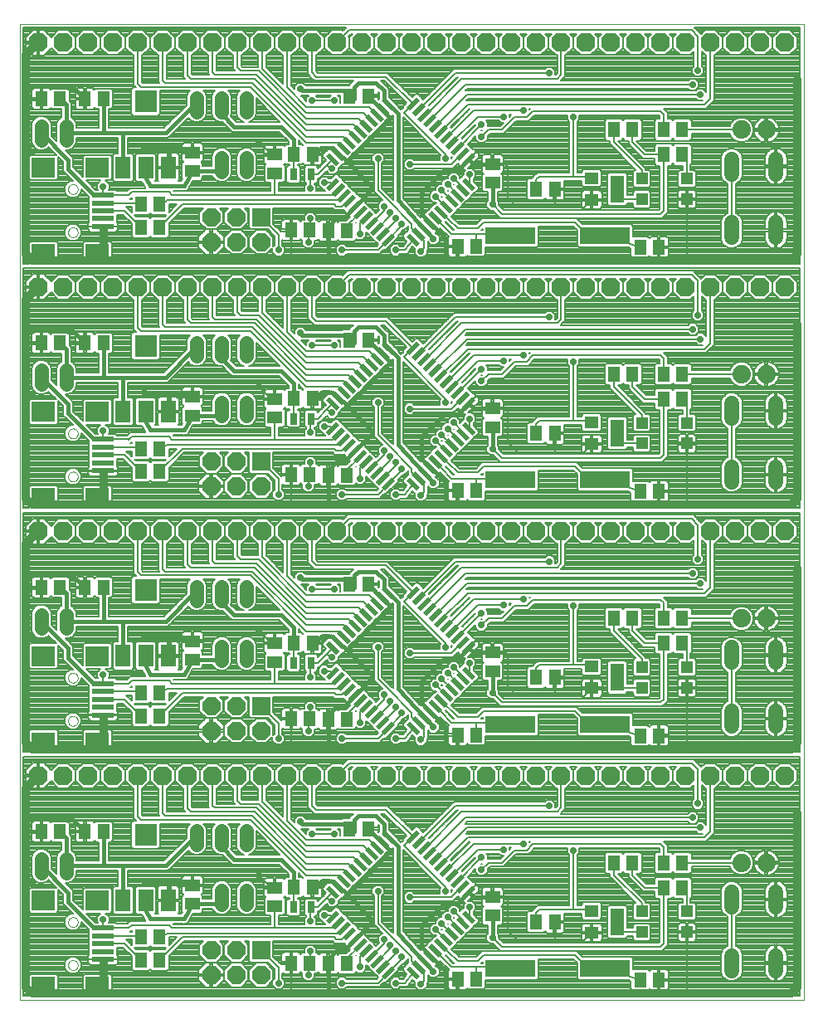
<source format=gtl>
G75*
G70*
%OFA0B0*%
%FSLAX24Y24*%
%IPPOS*%
%LPD*%
%AMOC8*
5,1,8,0,0,1.08239X$1,22.5*
%
%ADD10C,0.0000*%
%ADD11R,0.0591X0.0197*%
%ADD12R,0.0197X0.0591*%
%ADD13R,0.0512X0.0591*%
%ADD14R,0.0591X0.0512*%
%ADD15R,0.0740X0.0740*%
%ADD16OC8,0.0740*%
%ADD17R,0.0512X0.0630*%
%ADD18C,0.0600*%
%ADD19C,0.0740*%
%ADD20R,0.0945X0.0787*%
%ADD21R,0.0909X0.0197*%
%ADD22OC8,0.0760*%
%ADD23R,0.2000X0.0700*%
%ADD24C,0.0560*%
%ADD25R,0.0315X0.0472*%
%ADD26R,0.0600X0.0900*%
%ADD27R,0.0900X0.0900*%
%ADD28R,0.0472X0.0472*%
%ADD29R,0.0551X0.1102*%
%ADD30R,0.0551X0.0472*%
%ADD31C,0.0080*%
%ADD32C,0.0320*%
%ADD33C,0.0240*%
%ADD34C,0.0160*%
%ADD35OC8,0.0240*%
D10*
X000202Y000141D02*
X000202Y039324D01*
X031698Y039324D01*
X031698Y000141D01*
X000202Y000141D01*
X002148Y001525D02*
X002150Y001552D01*
X002156Y001579D01*
X002165Y001605D01*
X002178Y001629D01*
X002194Y001652D01*
X002213Y001671D01*
X002235Y001688D01*
X002259Y001702D01*
X002284Y001712D01*
X002311Y001719D01*
X002338Y001722D01*
X002366Y001721D01*
X002393Y001716D01*
X002419Y001708D01*
X002443Y001696D01*
X002466Y001680D01*
X002487Y001662D01*
X002504Y001641D01*
X002519Y001617D01*
X002530Y001592D01*
X002538Y001566D01*
X002542Y001539D01*
X002542Y001511D01*
X002538Y001484D01*
X002530Y001458D01*
X002519Y001433D01*
X002504Y001409D01*
X002487Y001388D01*
X002466Y001370D01*
X002444Y001354D01*
X002419Y001342D01*
X002393Y001334D01*
X002366Y001329D01*
X002338Y001328D01*
X002311Y001331D01*
X002284Y001338D01*
X002259Y001348D01*
X002235Y001362D01*
X002213Y001379D01*
X002194Y001398D01*
X002178Y001421D01*
X002165Y001445D01*
X002156Y001471D01*
X002150Y001498D01*
X002148Y001525D01*
X002148Y003257D02*
X002150Y003284D01*
X002156Y003311D01*
X002165Y003337D01*
X002178Y003361D01*
X002194Y003384D01*
X002213Y003403D01*
X002235Y003420D01*
X002259Y003434D01*
X002284Y003444D01*
X002311Y003451D01*
X002338Y003454D01*
X002366Y003453D01*
X002393Y003448D01*
X002419Y003440D01*
X002443Y003428D01*
X002466Y003412D01*
X002487Y003394D01*
X002504Y003373D01*
X002519Y003349D01*
X002530Y003324D01*
X002538Y003298D01*
X002542Y003271D01*
X002542Y003243D01*
X002538Y003216D01*
X002530Y003190D01*
X002519Y003165D01*
X002504Y003141D01*
X002487Y003120D01*
X002466Y003102D01*
X002444Y003086D01*
X002419Y003074D01*
X002393Y003066D01*
X002366Y003061D01*
X002338Y003060D01*
X002311Y003063D01*
X002284Y003070D01*
X002259Y003080D01*
X002235Y003094D01*
X002213Y003111D01*
X002194Y003130D01*
X002178Y003153D01*
X002165Y003177D01*
X002156Y003203D01*
X002150Y003230D01*
X002148Y003257D01*
X002148Y011337D02*
X002150Y011364D01*
X002156Y011391D01*
X002165Y011417D01*
X002178Y011441D01*
X002194Y011464D01*
X002213Y011483D01*
X002235Y011500D01*
X002259Y011514D01*
X002284Y011524D01*
X002311Y011531D01*
X002338Y011534D01*
X002366Y011533D01*
X002393Y011528D01*
X002419Y011520D01*
X002443Y011508D01*
X002466Y011492D01*
X002487Y011474D01*
X002504Y011453D01*
X002519Y011429D01*
X002530Y011404D01*
X002538Y011378D01*
X002542Y011351D01*
X002542Y011323D01*
X002538Y011296D01*
X002530Y011270D01*
X002519Y011245D01*
X002504Y011221D01*
X002487Y011200D01*
X002466Y011182D01*
X002444Y011166D01*
X002419Y011154D01*
X002393Y011146D01*
X002366Y011141D01*
X002338Y011140D01*
X002311Y011143D01*
X002284Y011150D01*
X002259Y011160D01*
X002235Y011174D01*
X002213Y011191D01*
X002194Y011210D01*
X002178Y011233D01*
X002165Y011257D01*
X002156Y011283D01*
X002150Y011310D01*
X002148Y011337D01*
X002148Y013070D02*
X002150Y013097D01*
X002156Y013124D01*
X002165Y013150D01*
X002178Y013174D01*
X002194Y013197D01*
X002213Y013216D01*
X002235Y013233D01*
X002259Y013247D01*
X002284Y013257D01*
X002311Y013264D01*
X002338Y013267D01*
X002366Y013266D01*
X002393Y013261D01*
X002419Y013253D01*
X002443Y013241D01*
X002466Y013225D01*
X002487Y013207D01*
X002504Y013186D01*
X002519Y013162D01*
X002530Y013137D01*
X002538Y013111D01*
X002542Y013084D01*
X002542Y013056D01*
X002538Y013029D01*
X002530Y013003D01*
X002519Y012978D01*
X002504Y012954D01*
X002487Y012933D01*
X002466Y012915D01*
X002444Y012899D01*
X002419Y012887D01*
X002393Y012879D01*
X002366Y012874D01*
X002338Y012873D01*
X002311Y012876D01*
X002284Y012883D01*
X002259Y012893D01*
X002235Y012907D01*
X002213Y012924D01*
X002194Y012943D01*
X002178Y012966D01*
X002165Y012990D01*
X002156Y013016D01*
X002150Y013043D01*
X002148Y013070D01*
X002148Y021150D02*
X002150Y021177D01*
X002156Y021204D01*
X002165Y021230D01*
X002178Y021254D01*
X002194Y021277D01*
X002213Y021296D01*
X002235Y021313D01*
X002259Y021327D01*
X002284Y021337D01*
X002311Y021344D01*
X002338Y021347D01*
X002366Y021346D01*
X002393Y021341D01*
X002419Y021333D01*
X002443Y021321D01*
X002466Y021305D01*
X002487Y021287D01*
X002504Y021266D01*
X002519Y021242D01*
X002530Y021217D01*
X002538Y021191D01*
X002542Y021164D01*
X002542Y021136D01*
X002538Y021109D01*
X002530Y021083D01*
X002519Y021058D01*
X002504Y021034D01*
X002487Y021013D01*
X002466Y020995D01*
X002444Y020979D01*
X002419Y020967D01*
X002393Y020959D01*
X002366Y020954D01*
X002338Y020953D01*
X002311Y020956D01*
X002284Y020963D01*
X002259Y020973D01*
X002235Y020987D01*
X002213Y021004D01*
X002194Y021023D01*
X002178Y021046D01*
X002165Y021070D01*
X002156Y021096D01*
X002150Y021123D01*
X002148Y021150D01*
X002148Y022882D02*
X002150Y022909D01*
X002156Y022936D01*
X002165Y022962D01*
X002178Y022986D01*
X002194Y023009D01*
X002213Y023028D01*
X002235Y023045D01*
X002259Y023059D01*
X002284Y023069D01*
X002311Y023076D01*
X002338Y023079D01*
X002366Y023078D01*
X002393Y023073D01*
X002419Y023065D01*
X002443Y023053D01*
X002466Y023037D01*
X002487Y023019D01*
X002504Y022998D01*
X002519Y022974D01*
X002530Y022949D01*
X002538Y022923D01*
X002542Y022896D01*
X002542Y022868D01*
X002538Y022841D01*
X002530Y022815D01*
X002519Y022790D01*
X002504Y022766D01*
X002487Y022745D01*
X002466Y022727D01*
X002444Y022711D01*
X002419Y022699D01*
X002393Y022691D01*
X002366Y022686D01*
X002338Y022685D01*
X002311Y022688D01*
X002284Y022695D01*
X002259Y022705D01*
X002235Y022719D01*
X002213Y022736D01*
X002194Y022755D01*
X002178Y022778D01*
X002165Y022802D01*
X002156Y022828D01*
X002150Y022855D01*
X002148Y022882D01*
X002148Y030962D02*
X002150Y030989D01*
X002156Y031016D01*
X002165Y031042D01*
X002178Y031066D01*
X002194Y031089D01*
X002213Y031108D01*
X002235Y031125D01*
X002259Y031139D01*
X002284Y031149D01*
X002311Y031156D01*
X002338Y031159D01*
X002366Y031158D01*
X002393Y031153D01*
X002419Y031145D01*
X002443Y031133D01*
X002466Y031117D01*
X002487Y031099D01*
X002504Y031078D01*
X002519Y031054D01*
X002530Y031029D01*
X002538Y031003D01*
X002542Y030976D01*
X002542Y030948D01*
X002538Y030921D01*
X002530Y030895D01*
X002519Y030870D01*
X002504Y030846D01*
X002487Y030825D01*
X002466Y030807D01*
X002444Y030791D01*
X002419Y030779D01*
X002393Y030771D01*
X002366Y030766D01*
X002338Y030765D01*
X002311Y030768D01*
X002284Y030775D01*
X002259Y030785D01*
X002235Y030799D01*
X002213Y030816D01*
X002194Y030835D01*
X002178Y030858D01*
X002165Y030882D01*
X002156Y030908D01*
X002150Y030935D01*
X002148Y030962D01*
X002148Y032695D02*
X002150Y032722D01*
X002156Y032749D01*
X002165Y032775D01*
X002178Y032799D01*
X002194Y032822D01*
X002213Y032841D01*
X002235Y032858D01*
X002259Y032872D01*
X002284Y032882D01*
X002311Y032889D01*
X002338Y032892D01*
X002366Y032891D01*
X002393Y032886D01*
X002419Y032878D01*
X002443Y032866D01*
X002466Y032850D01*
X002487Y032832D01*
X002504Y032811D01*
X002519Y032787D01*
X002530Y032762D01*
X002538Y032736D01*
X002542Y032709D01*
X002542Y032681D01*
X002538Y032654D01*
X002530Y032628D01*
X002519Y032603D01*
X002504Y032579D01*
X002487Y032558D01*
X002466Y032540D01*
X002444Y032524D01*
X002419Y032512D01*
X002393Y032504D01*
X002366Y032499D01*
X002338Y032498D01*
X002311Y032501D01*
X002284Y032508D01*
X002259Y032518D01*
X002235Y032532D01*
X002213Y032549D01*
X002194Y032568D01*
X002178Y032591D01*
X002165Y032615D01*
X002156Y032641D01*
X002150Y032668D01*
X002148Y032695D01*
D11*
G36*
X013062Y033030D02*
X012646Y032614D01*
X012508Y032752D01*
X012924Y033168D01*
X013062Y033030D01*
G37*
G36*
X013285Y032807D02*
X012869Y032391D01*
X012731Y032529D01*
X013147Y032945D01*
X013285Y032807D01*
G37*
G36*
X013508Y032584D02*
X013092Y032168D01*
X012954Y032306D01*
X013370Y032722D01*
X013508Y032584D01*
G37*
G36*
X013730Y032362D02*
X013314Y031946D01*
X013176Y032084D01*
X013592Y032500D01*
X013730Y032362D01*
G37*
G36*
X013953Y032139D02*
X013537Y031723D01*
X013399Y031861D01*
X013815Y032277D01*
X013953Y032139D01*
G37*
G36*
X014176Y031916D02*
X013760Y031500D01*
X013622Y031638D01*
X014038Y032054D01*
X014176Y031916D01*
G37*
G36*
X014398Y031693D02*
X013982Y031277D01*
X013844Y031415D01*
X014260Y031831D01*
X014398Y031693D01*
G37*
G36*
X014621Y031471D02*
X014205Y031055D01*
X014067Y031193D01*
X014483Y031609D01*
X014621Y031471D01*
G37*
G36*
X014844Y031248D02*
X014428Y030832D01*
X014290Y030970D01*
X014706Y031386D01*
X014844Y031248D01*
G37*
G36*
X015067Y031025D02*
X014651Y030609D01*
X014513Y030747D01*
X014929Y031163D01*
X015067Y031025D01*
G37*
G36*
X015289Y030803D02*
X014873Y030387D01*
X014735Y030525D01*
X015151Y030941D01*
X015289Y030803D01*
G37*
G36*
X018296Y034255D02*
X017880Y033839D01*
X017742Y033977D01*
X018158Y034393D01*
X018296Y034255D01*
G37*
G36*
X018519Y034032D02*
X018103Y033616D01*
X017965Y033754D01*
X018381Y034170D01*
X018519Y034032D01*
G37*
G36*
X018073Y034477D02*
X017657Y034061D01*
X017519Y034199D01*
X017935Y034615D01*
X018073Y034477D01*
G37*
G36*
X017850Y034700D02*
X017434Y034284D01*
X017296Y034422D01*
X017712Y034838D01*
X017850Y034700D01*
G37*
G36*
X017628Y034923D02*
X017212Y034507D01*
X017074Y034645D01*
X017490Y035061D01*
X017628Y034923D01*
G37*
G36*
X017405Y035145D02*
X016989Y034729D01*
X016851Y034867D01*
X017267Y035283D01*
X017405Y035145D01*
G37*
G36*
X017182Y035368D02*
X016766Y034952D01*
X016628Y035090D01*
X017044Y035506D01*
X017182Y035368D01*
G37*
G36*
X016960Y035591D02*
X016544Y035175D01*
X016406Y035313D01*
X016822Y035729D01*
X016960Y035591D01*
G37*
G36*
X016737Y035814D02*
X016321Y035398D01*
X016183Y035536D01*
X016599Y035952D01*
X016737Y035814D01*
G37*
G36*
X016514Y036036D02*
X016098Y035620D01*
X015960Y035758D01*
X016376Y036174D01*
X016514Y036036D01*
G37*
G36*
X016291Y036259D02*
X015875Y035843D01*
X015737Y035981D01*
X016153Y036397D01*
X016291Y036259D01*
G37*
G36*
X016291Y026446D02*
X015875Y026030D01*
X015737Y026168D01*
X016153Y026584D01*
X016291Y026446D01*
G37*
G36*
X016514Y026224D02*
X016098Y025808D01*
X015960Y025946D01*
X016376Y026362D01*
X016514Y026224D01*
G37*
G36*
X016737Y026001D02*
X016321Y025585D01*
X016183Y025723D01*
X016599Y026139D01*
X016737Y026001D01*
G37*
G36*
X016960Y025778D02*
X016544Y025362D01*
X016406Y025500D01*
X016822Y025916D01*
X016960Y025778D01*
G37*
G36*
X017182Y025556D02*
X016766Y025140D01*
X016628Y025278D01*
X017044Y025694D01*
X017182Y025556D01*
G37*
G36*
X017405Y025333D02*
X016989Y024917D01*
X016851Y025055D01*
X017267Y025471D01*
X017405Y025333D01*
G37*
G36*
X017628Y025110D02*
X017212Y024694D01*
X017074Y024832D01*
X017490Y025248D01*
X017628Y025110D01*
G37*
G36*
X017850Y024888D02*
X017434Y024472D01*
X017296Y024610D01*
X017712Y025026D01*
X017850Y024888D01*
G37*
G36*
X018073Y024665D02*
X017657Y024249D01*
X017519Y024387D01*
X017935Y024803D01*
X018073Y024665D01*
G37*
G36*
X018296Y024442D02*
X017880Y024026D01*
X017742Y024164D01*
X018158Y024580D01*
X018296Y024442D01*
G37*
G36*
X018519Y024219D02*
X018103Y023803D01*
X017965Y023941D01*
X018381Y024357D01*
X018519Y024219D01*
G37*
G36*
X015289Y020990D02*
X014873Y020574D01*
X014735Y020712D01*
X015151Y021128D01*
X015289Y020990D01*
G37*
G36*
X015067Y021213D02*
X014651Y020797D01*
X014513Y020935D01*
X014929Y021351D01*
X015067Y021213D01*
G37*
G36*
X014844Y021435D02*
X014428Y021019D01*
X014290Y021157D01*
X014706Y021573D01*
X014844Y021435D01*
G37*
G36*
X014621Y021658D02*
X014205Y021242D01*
X014067Y021380D01*
X014483Y021796D01*
X014621Y021658D01*
G37*
G36*
X014398Y021881D02*
X013982Y021465D01*
X013844Y021603D01*
X014260Y022019D01*
X014398Y021881D01*
G37*
G36*
X014176Y022104D02*
X013760Y021688D01*
X013622Y021826D01*
X014038Y022242D01*
X014176Y022104D01*
G37*
G36*
X013953Y022326D02*
X013537Y021910D01*
X013399Y022048D01*
X013815Y022464D01*
X013953Y022326D01*
G37*
G36*
X013730Y022549D02*
X013314Y022133D01*
X013176Y022271D01*
X013592Y022687D01*
X013730Y022549D01*
G37*
G36*
X013508Y022772D02*
X013092Y022356D01*
X012954Y022494D01*
X013370Y022910D01*
X013508Y022772D01*
G37*
G36*
X013285Y022994D02*
X012869Y022578D01*
X012731Y022716D01*
X013147Y023132D01*
X013285Y022994D01*
G37*
G36*
X013062Y023217D02*
X012646Y022801D01*
X012508Y022939D01*
X012924Y023355D01*
X013062Y023217D01*
G37*
G36*
X016291Y016634D02*
X015875Y016218D01*
X015737Y016356D01*
X016153Y016772D01*
X016291Y016634D01*
G37*
G36*
X016514Y016411D02*
X016098Y015995D01*
X015960Y016133D01*
X016376Y016549D01*
X016514Y016411D01*
G37*
G36*
X016737Y016189D02*
X016321Y015773D01*
X016183Y015911D01*
X016599Y016327D01*
X016737Y016189D01*
G37*
G36*
X016960Y015966D02*
X016544Y015550D01*
X016406Y015688D01*
X016822Y016104D01*
X016960Y015966D01*
G37*
G36*
X017182Y015743D02*
X016766Y015327D01*
X016628Y015465D01*
X017044Y015881D01*
X017182Y015743D01*
G37*
G36*
X017405Y015520D02*
X016989Y015104D01*
X016851Y015242D01*
X017267Y015658D01*
X017405Y015520D01*
G37*
G36*
X017628Y015298D02*
X017212Y014882D01*
X017074Y015020D01*
X017490Y015436D01*
X017628Y015298D01*
G37*
G36*
X017850Y015075D02*
X017434Y014659D01*
X017296Y014797D01*
X017712Y015213D01*
X017850Y015075D01*
G37*
G36*
X018073Y014852D02*
X017657Y014436D01*
X017519Y014574D01*
X017935Y014990D01*
X018073Y014852D01*
G37*
G36*
X018296Y014630D02*
X017880Y014214D01*
X017742Y014352D01*
X018158Y014768D01*
X018296Y014630D01*
G37*
G36*
X018519Y014407D02*
X018103Y013991D01*
X017965Y014129D01*
X018381Y014545D01*
X018519Y014407D01*
G37*
G36*
X015289Y011178D02*
X014873Y010762D01*
X014735Y010900D01*
X015151Y011316D01*
X015289Y011178D01*
G37*
G36*
X015067Y011400D02*
X014651Y010984D01*
X014513Y011122D01*
X014929Y011538D01*
X015067Y011400D01*
G37*
G36*
X014844Y011623D02*
X014428Y011207D01*
X014290Y011345D01*
X014706Y011761D01*
X014844Y011623D01*
G37*
G36*
X014621Y011846D02*
X014205Y011430D01*
X014067Y011568D01*
X014483Y011984D01*
X014621Y011846D01*
G37*
G36*
X014398Y012068D02*
X013982Y011652D01*
X013844Y011790D01*
X014260Y012206D01*
X014398Y012068D01*
G37*
G36*
X014176Y012291D02*
X013760Y011875D01*
X013622Y012013D01*
X014038Y012429D01*
X014176Y012291D01*
G37*
G36*
X013953Y012514D02*
X013537Y012098D01*
X013399Y012236D01*
X013815Y012652D01*
X013953Y012514D01*
G37*
G36*
X013730Y012737D02*
X013314Y012321D01*
X013176Y012459D01*
X013592Y012875D01*
X013730Y012737D01*
G37*
G36*
X013508Y012959D02*
X013092Y012543D01*
X012954Y012681D01*
X013370Y013097D01*
X013508Y012959D01*
G37*
G36*
X013285Y013182D02*
X012869Y012766D01*
X012731Y012904D01*
X013147Y013320D01*
X013285Y013182D01*
G37*
G36*
X013062Y013405D02*
X012646Y012989D01*
X012508Y013127D01*
X012924Y013543D01*
X013062Y013405D01*
G37*
G36*
X016291Y006821D02*
X015875Y006405D01*
X015737Y006543D01*
X016153Y006959D01*
X016291Y006821D01*
G37*
G36*
X016514Y006599D02*
X016098Y006183D01*
X015960Y006321D01*
X016376Y006737D01*
X016514Y006599D01*
G37*
G36*
X016737Y006376D02*
X016321Y005960D01*
X016183Y006098D01*
X016599Y006514D01*
X016737Y006376D01*
G37*
G36*
X016960Y006153D02*
X016544Y005737D01*
X016406Y005875D01*
X016822Y006291D01*
X016960Y006153D01*
G37*
G36*
X017182Y005931D02*
X016766Y005515D01*
X016628Y005653D01*
X017044Y006069D01*
X017182Y005931D01*
G37*
G36*
X017405Y005708D02*
X016989Y005292D01*
X016851Y005430D01*
X017267Y005846D01*
X017405Y005708D01*
G37*
G36*
X017628Y005485D02*
X017212Y005069D01*
X017074Y005207D01*
X017490Y005623D01*
X017628Y005485D01*
G37*
G36*
X017850Y005263D02*
X017434Y004847D01*
X017296Y004985D01*
X017712Y005401D01*
X017850Y005263D01*
G37*
G36*
X018073Y005040D02*
X017657Y004624D01*
X017519Y004762D01*
X017935Y005178D01*
X018073Y005040D01*
G37*
G36*
X018296Y004817D02*
X017880Y004401D01*
X017742Y004539D01*
X018158Y004955D01*
X018296Y004817D01*
G37*
G36*
X018519Y004594D02*
X018103Y004178D01*
X017965Y004316D01*
X018381Y004732D01*
X018519Y004594D01*
G37*
G36*
X015289Y001365D02*
X014873Y000949D01*
X014735Y001087D01*
X015151Y001503D01*
X015289Y001365D01*
G37*
G36*
X015067Y001588D02*
X014651Y001172D01*
X014513Y001310D01*
X014929Y001726D01*
X015067Y001588D01*
G37*
G36*
X014844Y001810D02*
X014428Y001394D01*
X014290Y001532D01*
X014706Y001948D01*
X014844Y001810D01*
G37*
G36*
X014621Y002033D02*
X014205Y001617D01*
X014067Y001755D01*
X014483Y002171D01*
X014621Y002033D01*
G37*
G36*
X014398Y002256D02*
X013982Y001840D01*
X013844Y001978D01*
X014260Y002394D01*
X014398Y002256D01*
G37*
G36*
X014176Y002479D02*
X013760Y002063D01*
X013622Y002201D01*
X014038Y002617D01*
X014176Y002479D01*
G37*
G36*
X013953Y002701D02*
X013537Y002285D01*
X013399Y002423D01*
X013815Y002839D01*
X013953Y002701D01*
G37*
G36*
X013730Y002924D02*
X013314Y002508D01*
X013176Y002646D01*
X013592Y003062D01*
X013730Y002924D01*
G37*
G36*
X013508Y003147D02*
X013092Y002731D01*
X012954Y002869D01*
X013370Y003285D01*
X013508Y003147D01*
G37*
G36*
X013285Y003369D02*
X012869Y002953D01*
X012731Y003091D01*
X013147Y003507D01*
X013285Y003369D01*
G37*
G36*
X013062Y003592D02*
X012646Y003176D01*
X012508Y003314D01*
X012924Y003730D01*
X013062Y003592D01*
G37*
D12*
G36*
X013062Y004316D02*
X012924Y004178D01*
X012508Y004594D01*
X012646Y004732D01*
X013062Y004316D01*
G37*
G36*
X013285Y004539D02*
X013147Y004401D01*
X012731Y004817D01*
X012869Y004955D01*
X013285Y004539D01*
G37*
G36*
X013508Y004762D02*
X013370Y004624D01*
X012954Y005040D01*
X013092Y005178D01*
X013508Y004762D01*
G37*
G36*
X013730Y004985D02*
X013592Y004847D01*
X013176Y005263D01*
X013314Y005401D01*
X013730Y004985D01*
G37*
G36*
X013953Y005207D02*
X013815Y005069D01*
X013399Y005485D01*
X013537Y005623D01*
X013953Y005207D01*
G37*
G36*
X014176Y005430D02*
X014038Y005292D01*
X013622Y005708D01*
X013760Y005846D01*
X014176Y005430D01*
G37*
G36*
X014398Y005653D02*
X014260Y005515D01*
X013844Y005931D01*
X013982Y006069D01*
X014398Y005653D01*
G37*
G36*
X014621Y005875D02*
X014483Y005737D01*
X014067Y006153D01*
X014205Y006291D01*
X014621Y005875D01*
G37*
G36*
X014844Y006098D02*
X014706Y005960D01*
X014290Y006376D01*
X014428Y006514D01*
X014844Y006098D01*
G37*
G36*
X015067Y006321D02*
X014929Y006183D01*
X014513Y006599D01*
X014651Y006737D01*
X015067Y006321D01*
G37*
G36*
X015289Y006543D02*
X015151Y006405D01*
X014735Y006821D01*
X014873Y006959D01*
X015289Y006543D01*
G37*
G36*
X018519Y003314D02*
X018381Y003176D01*
X017965Y003592D01*
X018103Y003730D01*
X018519Y003314D01*
G37*
G36*
X018296Y003091D02*
X018158Y002953D01*
X017742Y003369D01*
X017880Y003507D01*
X018296Y003091D01*
G37*
G36*
X018073Y002869D02*
X017935Y002731D01*
X017519Y003147D01*
X017657Y003285D01*
X018073Y002869D01*
G37*
G36*
X017850Y002646D02*
X017712Y002508D01*
X017296Y002924D01*
X017434Y003062D01*
X017850Y002646D01*
G37*
G36*
X017628Y002423D02*
X017490Y002285D01*
X017074Y002701D01*
X017212Y002839D01*
X017628Y002423D01*
G37*
G36*
X017405Y002201D02*
X017267Y002063D01*
X016851Y002479D01*
X016989Y002617D01*
X017405Y002201D01*
G37*
G36*
X017182Y001978D02*
X017044Y001840D01*
X016628Y002256D01*
X016766Y002394D01*
X017182Y001978D01*
G37*
G36*
X016960Y001755D02*
X016822Y001617D01*
X016406Y002033D01*
X016544Y002171D01*
X016960Y001755D01*
G37*
G36*
X016737Y001532D02*
X016599Y001394D01*
X016183Y001810D01*
X016321Y001948D01*
X016737Y001532D01*
G37*
G36*
X016514Y001310D02*
X016376Y001172D01*
X015960Y001588D01*
X016098Y001726D01*
X016514Y001310D01*
G37*
G36*
X016291Y001087D02*
X016153Y000949D01*
X015737Y001365D01*
X015875Y001503D01*
X016291Y001087D01*
G37*
G36*
X016291Y010900D02*
X016153Y010762D01*
X015737Y011178D01*
X015875Y011316D01*
X016291Y010900D01*
G37*
G36*
X016514Y011122D02*
X016376Y010984D01*
X015960Y011400D01*
X016098Y011538D01*
X016514Y011122D01*
G37*
G36*
X016737Y011345D02*
X016599Y011207D01*
X016183Y011623D01*
X016321Y011761D01*
X016737Y011345D01*
G37*
G36*
X016960Y011568D02*
X016822Y011430D01*
X016406Y011846D01*
X016544Y011984D01*
X016960Y011568D01*
G37*
G36*
X017182Y011790D02*
X017044Y011652D01*
X016628Y012068D01*
X016766Y012206D01*
X017182Y011790D01*
G37*
G36*
X017405Y012013D02*
X017267Y011875D01*
X016851Y012291D01*
X016989Y012429D01*
X017405Y012013D01*
G37*
G36*
X017628Y012236D02*
X017490Y012098D01*
X017074Y012514D01*
X017212Y012652D01*
X017628Y012236D01*
G37*
G36*
X017850Y012459D02*
X017712Y012321D01*
X017296Y012737D01*
X017434Y012875D01*
X017850Y012459D01*
G37*
G36*
X018073Y012681D02*
X017935Y012543D01*
X017519Y012959D01*
X017657Y013097D01*
X018073Y012681D01*
G37*
G36*
X018296Y012904D02*
X018158Y012766D01*
X017742Y013182D01*
X017880Y013320D01*
X018296Y012904D01*
G37*
G36*
X018519Y013127D02*
X018381Y012989D01*
X017965Y013405D01*
X018103Y013543D01*
X018519Y013127D01*
G37*
G36*
X015289Y016356D02*
X015151Y016218D01*
X014735Y016634D01*
X014873Y016772D01*
X015289Y016356D01*
G37*
G36*
X015067Y016133D02*
X014929Y015995D01*
X014513Y016411D01*
X014651Y016549D01*
X015067Y016133D01*
G37*
G36*
X014844Y015911D02*
X014706Y015773D01*
X014290Y016189D01*
X014428Y016327D01*
X014844Y015911D01*
G37*
G36*
X014621Y015688D02*
X014483Y015550D01*
X014067Y015966D01*
X014205Y016104D01*
X014621Y015688D01*
G37*
G36*
X014398Y015465D02*
X014260Y015327D01*
X013844Y015743D01*
X013982Y015881D01*
X014398Y015465D01*
G37*
G36*
X014176Y015242D02*
X014038Y015104D01*
X013622Y015520D01*
X013760Y015658D01*
X014176Y015242D01*
G37*
G36*
X013953Y015020D02*
X013815Y014882D01*
X013399Y015298D01*
X013537Y015436D01*
X013953Y015020D01*
G37*
G36*
X013730Y014797D02*
X013592Y014659D01*
X013176Y015075D01*
X013314Y015213D01*
X013730Y014797D01*
G37*
G36*
X013508Y014574D02*
X013370Y014436D01*
X012954Y014852D01*
X013092Y014990D01*
X013508Y014574D01*
G37*
G36*
X013285Y014352D02*
X013147Y014214D01*
X012731Y014630D01*
X012869Y014768D01*
X013285Y014352D01*
G37*
G36*
X013062Y014129D02*
X012924Y013991D01*
X012508Y014407D01*
X012646Y014545D01*
X013062Y014129D01*
G37*
G36*
X016291Y020712D02*
X016153Y020574D01*
X015737Y020990D01*
X015875Y021128D01*
X016291Y020712D01*
G37*
G36*
X016514Y020935D02*
X016376Y020797D01*
X015960Y021213D01*
X016098Y021351D01*
X016514Y020935D01*
G37*
G36*
X016737Y021157D02*
X016599Y021019D01*
X016183Y021435D01*
X016321Y021573D01*
X016737Y021157D01*
G37*
G36*
X016960Y021380D02*
X016822Y021242D01*
X016406Y021658D01*
X016544Y021796D01*
X016960Y021380D01*
G37*
G36*
X017182Y021603D02*
X017044Y021465D01*
X016628Y021881D01*
X016766Y022019D01*
X017182Y021603D01*
G37*
G36*
X017405Y021826D02*
X017267Y021688D01*
X016851Y022104D01*
X016989Y022242D01*
X017405Y021826D01*
G37*
G36*
X017628Y022048D02*
X017490Y021910D01*
X017074Y022326D01*
X017212Y022464D01*
X017628Y022048D01*
G37*
G36*
X017850Y022271D02*
X017712Y022133D01*
X017296Y022549D01*
X017434Y022687D01*
X017850Y022271D01*
G37*
G36*
X018073Y022494D02*
X017935Y022356D01*
X017519Y022772D01*
X017657Y022910D01*
X018073Y022494D01*
G37*
G36*
X018296Y022716D02*
X018158Y022578D01*
X017742Y022994D01*
X017880Y023132D01*
X018296Y022716D01*
G37*
G36*
X018519Y022939D02*
X018381Y022801D01*
X017965Y023217D01*
X018103Y023355D01*
X018519Y022939D01*
G37*
G36*
X015289Y026168D02*
X015151Y026030D01*
X014735Y026446D01*
X014873Y026584D01*
X015289Y026168D01*
G37*
G36*
X015067Y025946D02*
X014929Y025808D01*
X014513Y026224D01*
X014651Y026362D01*
X015067Y025946D01*
G37*
G36*
X014844Y025723D02*
X014706Y025585D01*
X014290Y026001D01*
X014428Y026139D01*
X014844Y025723D01*
G37*
G36*
X014621Y025500D02*
X014483Y025362D01*
X014067Y025778D01*
X014205Y025916D01*
X014621Y025500D01*
G37*
G36*
X014398Y025278D02*
X014260Y025140D01*
X013844Y025556D01*
X013982Y025694D01*
X014398Y025278D01*
G37*
G36*
X014176Y025055D02*
X014038Y024917D01*
X013622Y025333D01*
X013760Y025471D01*
X014176Y025055D01*
G37*
G36*
X013953Y024832D02*
X013815Y024694D01*
X013399Y025110D01*
X013537Y025248D01*
X013953Y024832D01*
G37*
G36*
X013730Y024610D02*
X013592Y024472D01*
X013176Y024888D01*
X013314Y025026D01*
X013730Y024610D01*
G37*
G36*
X013508Y024387D02*
X013370Y024249D01*
X012954Y024665D01*
X013092Y024803D01*
X013508Y024387D01*
G37*
G36*
X013285Y024164D02*
X013147Y024026D01*
X012731Y024442D01*
X012869Y024580D01*
X013285Y024164D01*
G37*
G36*
X013062Y023941D02*
X012924Y023803D01*
X012508Y024219D01*
X012646Y024357D01*
X013062Y023941D01*
G37*
G36*
X016291Y030525D02*
X016153Y030387D01*
X015737Y030803D01*
X015875Y030941D01*
X016291Y030525D01*
G37*
G36*
X016514Y030747D02*
X016376Y030609D01*
X015960Y031025D01*
X016098Y031163D01*
X016514Y030747D01*
G37*
G36*
X016737Y030970D02*
X016599Y030832D01*
X016183Y031248D01*
X016321Y031386D01*
X016737Y030970D01*
G37*
G36*
X016960Y031193D02*
X016822Y031055D01*
X016406Y031471D01*
X016544Y031609D01*
X016960Y031193D01*
G37*
G36*
X017182Y031415D02*
X017044Y031277D01*
X016628Y031693D01*
X016766Y031831D01*
X017182Y031415D01*
G37*
G36*
X017405Y031638D02*
X017267Y031500D01*
X016851Y031916D01*
X016989Y032054D01*
X017405Y031638D01*
G37*
G36*
X017628Y031861D02*
X017490Y031723D01*
X017074Y032139D01*
X017212Y032277D01*
X017628Y031861D01*
G37*
G36*
X017850Y032084D02*
X017712Y031946D01*
X017296Y032362D01*
X017434Y032500D01*
X017850Y032084D01*
G37*
G36*
X018073Y032306D02*
X017935Y032168D01*
X017519Y032584D01*
X017657Y032722D01*
X018073Y032306D01*
G37*
G36*
X018296Y032529D02*
X018158Y032391D01*
X017742Y032807D01*
X017880Y032945D01*
X018296Y032529D01*
G37*
G36*
X018519Y032752D02*
X018381Y032614D01*
X017965Y033030D01*
X018103Y033168D01*
X018519Y032752D01*
G37*
G36*
X015289Y035981D02*
X015151Y035843D01*
X014735Y036259D01*
X014873Y036397D01*
X015289Y035981D01*
G37*
G36*
X015067Y035758D02*
X014929Y035620D01*
X014513Y036036D01*
X014651Y036174D01*
X015067Y035758D01*
G37*
G36*
X014844Y035536D02*
X014706Y035398D01*
X014290Y035814D01*
X014428Y035952D01*
X014844Y035536D01*
G37*
G36*
X014621Y035313D02*
X014483Y035175D01*
X014067Y035591D01*
X014205Y035729D01*
X014621Y035313D01*
G37*
G36*
X014398Y035090D02*
X014260Y034952D01*
X013844Y035368D01*
X013982Y035506D01*
X014398Y035090D01*
G37*
G36*
X014176Y034867D02*
X014038Y034729D01*
X013622Y035145D01*
X013760Y035283D01*
X014176Y034867D01*
G37*
G36*
X013953Y034645D02*
X013815Y034507D01*
X013399Y034923D01*
X013537Y035061D01*
X013953Y034645D01*
G37*
G36*
X013730Y034422D02*
X013592Y034284D01*
X013176Y034700D01*
X013314Y034838D01*
X013730Y034422D01*
G37*
G36*
X013508Y034199D02*
X013370Y034061D01*
X012954Y034477D01*
X013092Y034615D01*
X013508Y034199D01*
G37*
G36*
X013285Y033977D02*
X013147Y033839D01*
X012731Y034255D01*
X012869Y034393D01*
X013285Y033977D01*
G37*
G36*
X013062Y033754D02*
X012924Y033616D01*
X012508Y034032D01*
X012646Y034170D01*
X013062Y033754D01*
G37*
D13*
X011966Y034094D03*
X011218Y034094D03*
X011108Y031049D03*
X011856Y031049D03*
X012603Y031019D03*
X013351Y031019D03*
X013463Y026631D03*
X014211Y026631D03*
X011966Y024281D03*
X011218Y024281D03*
X011108Y021236D03*
X011856Y021236D03*
X012603Y021206D03*
X013351Y021206D03*
X013463Y016819D03*
X014211Y016819D03*
X011966Y014469D03*
X011218Y014469D03*
X011108Y011424D03*
X011856Y011424D03*
X012603Y011394D03*
X013351Y011394D03*
X013463Y007006D03*
X014211Y007006D03*
X011966Y004656D03*
X011218Y004656D03*
X011108Y001611D03*
X011856Y001611D03*
X012603Y001581D03*
X013351Y001581D03*
X017803Y000961D03*
X018551Y000961D03*
X025133Y000931D03*
X025881Y000931D03*
X025881Y010744D03*
X025133Y010744D03*
X018551Y010774D03*
X017803Y010774D03*
X017803Y020586D03*
X018551Y020586D03*
X025133Y020556D03*
X025881Y020556D03*
X025881Y030369D03*
X025133Y030369D03*
X018551Y030399D03*
X017803Y030399D03*
X014211Y036444D03*
X013463Y036444D03*
X003576Y036329D03*
X002828Y036329D03*
X001826Y036329D03*
X001078Y036329D03*
X001078Y026516D03*
X001826Y026516D03*
X002828Y026516D03*
X003576Y026516D03*
X003576Y016704D03*
X002828Y016704D03*
X001826Y016704D03*
X001078Y016704D03*
X001078Y006891D03*
X001826Y006891D03*
X002828Y006891D03*
X003576Y006891D03*
D14*
X007147Y004730D03*
X007147Y003982D03*
X010452Y003892D03*
X010452Y004640D03*
X010452Y013705D03*
X010452Y014453D03*
X007147Y014543D03*
X007147Y013795D03*
X007147Y023607D03*
X007147Y024355D03*
X010452Y024265D03*
X010452Y023517D03*
X010452Y033330D03*
X010452Y034078D03*
X007147Y034168D03*
X007147Y033420D03*
X019202Y033703D03*
X019202Y032955D03*
X019202Y023890D03*
X019202Y023142D03*
X019202Y014078D03*
X019202Y013330D03*
X019202Y004265D03*
X019202Y003517D03*
D15*
X009902Y002131D03*
X009902Y011944D03*
X009902Y021756D03*
X009902Y031569D03*
D16*
X009902Y030569D03*
X008902Y030569D03*
X008902Y031569D03*
X007902Y031569D03*
X007902Y030569D03*
X007902Y021756D03*
X008902Y021756D03*
X008902Y020756D03*
X007902Y020756D03*
X009902Y020756D03*
X008902Y011944D03*
X008902Y010944D03*
X007902Y010944D03*
X007902Y011944D03*
X009902Y010944D03*
X008902Y002131D03*
X008902Y001131D03*
X007902Y001131D03*
X007902Y002131D03*
X009902Y001131D03*
D17*
X005826Y001731D03*
X005826Y002651D03*
X005078Y002651D03*
X005078Y001731D03*
X005078Y011544D03*
X005078Y012464D03*
X005826Y012464D03*
X005826Y011544D03*
X005826Y021356D03*
X005826Y022276D03*
X005078Y022276D03*
X005078Y021356D03*
X005078Y031169D03*
X005078Y032089D03*
X005826Y032089D03*
X005826Y031169D03*
X020953Y032704D03*
X021701Y032704D03*
X024078Y035079D03*
X024826Y035079D03*
X026078Y035079D03*
X026826Y035079D03*
X026826Y034079D03*
X026078Y034079D03*
X026078Y025266D03*
X026826Y025266D03*
X026826Y024266D03*
X026078Y024266D03*
X024826Y025266D03*
X024078Y025266D03*
X021701Y022891D03*
X020953Y022891D03*
X024078Y015454D03*
X024826Y015454D03*
X026078Y015454D03*
X026078Y014454D03*
X026826Y014454D03*
X026826Y015454D03*
X021701Y013079D03*
X020953Y013079D03*
X024078Y005641D03*
X024826Y005641D03*
X026078Y005641D03*
X026078Y004641D03*
X026826Y004641D03*
X026826Y005641D03*
X021701Y003266D03*
X020953Y003266D03*
D18*
X028812Y003871D02*
X028812Y004471D01*
X030592Y004471D02*
X030592Y003871D01*
X030592Y001911D02*
X030592Y001311D01*
X028812Y001311D02*
X028812Y001911D01*
X028812Y011124D02*
X028812Y011724D01*
X028812Y013684D02*
X028812Y014284D01*
X030592Y014284D02*
X030592Y013684D01*
X030592Y011724D02*
X030592Y011124D01*
X030592Y020936D02*
X030592Y021536D01*
X030592Y023496D02*
X030592Y024096D01*
X028812Y024096D02*
X028812Y023496D01*
X028812Y021536D02*
X028812Y020936D01*
X028812Y030749D02*
X028812Y031349D01*
X028812Y033309D02*
X028812Y033909D01*
X030592Y033909D02*
X030592Y033309D01*
X030592Y031349D02*
X030592Y030749D01*
D19*
X030202Y035079D03*
X029202Y035079D03*
X029202Y025266D03*
X030202Y025266D03*
X030202Y015454D03*
X029202Y015454D03*
X029202Y005641D03*
X030202Y005641D03*
D20*
X003330Y004123D03*
X001164Y004123D03*
X001164Y000659D03*
X003330Y000659D03*
X003330Y010471D03*
X001164Y010471D03*
X001164Y013936D03*
X003330Y013936D03*
X003330Y020284D03*
X001164Y020284D03*
X001164Y023748D03*
X003330Y023748D03*
X003330Y030096D03*
X001164Y030096D03*
X001164Y033561D03*
X003330Y033561D03*
D21*
X003552Y032459D03*
X003552Y032144D03*
X003552Y031829D03*
X003552Y031514D03*
X003552Y031199D03*
X003552Y022646D03*
X003552Y022331D03*
X003552Y022016D03*
X003552Y021701D03*
X003552Y021386D03*
X003552Y012834D03*
X003552Y012519D03*
X003552Y012204D03*
X003552Y011889D03*
X003552Y011574D03*
X003552Y003021D03*
X003552Y002706D03*
X003552Y002391D03*
X003552Y002076D03*
X003552Y001761D03*
D22*
X003952Y009141D03*
X004952Y009141D03*
X005952Y009141D03*
X006952Y009141D03*
X007952Y009141D03*
X008952Y009141D03*
X009952Y009141D03*
X010952Y009141D03*
X011952Y009141D03*
X012952Y009141D03*
X013952Y009141D03*
X014952Y009141D03*
X015952Y009141D03*
X016952Y009141D03*
X017952Y009141D03*
X018952Y009141D03*
X019952Y009141D03*
X020952Y009141D03*
X021952Y009141D03*
X022952Y009141D03*
X023952Y009141D03*
X024952Y009141D03*
X025952Y009141D03*
X026952Y009141D03*
X027952Y009141D03*
X028952Y009141D03*
X029952Y009141D03*
X030952Y009141D03*
X030952Y018954D03*
X029952Y018954D03*
X028952Y018954D03*
X027952Y018954D03*
X026952Y018954D03*
X025952Y018954D03*
X024952Y018954D03*
X023952Y018954D03*
X022952Y018954D03*
X021952Y018954D03*
X020952Y018954D03*
X019952Y018954D03*
X018952Y018954D03*
X017952Y018954D03*
X016952Y018954D03*
X015952Y018954D03*
X014952Y018954D03*
X013952Y018954D03*
X012952Y018954D03*
X011952Y018954D03*
X010952Y018954D03*
X009952Y018954D03*
X008952Y018954D03*
X007952Y018954D03*
X006952Y018954D03*
X005952Y018954D03*
X004952Y018954D03*
X003952Y018954D03*
X002952Y018954D03*
X001952Y018954D03*
X000952Y018954D03*
X000952Y028766D03*
X001952Y028766D03*
X002952Y028766D03*
X003952Y028766D03*
X004952Y028766D03*
X005952Y028766D03*
X006952Y028766D03*
X007952Y028766D03*
X008952Y028766D03*
X009952Y028766D03*
X010952Y028766D03*
X011952Y028766D03*
X012952Y028766D03*
X013952Y028766D03*
X014952Y028766D03*
X015952Y028766D03*
X016952Y028766D03*
X017952Y028766D03*
X018952Y028766D03*
X019952Y028766D03*
X020952Y028766D03*
X021952Y028766D03*
X022952Y028766D03*
X023952Y028766D03*
X024952Y028766D03*
X025952Y028766D03*
X026952Y028766D03*
X027952Y028766D03*
X028952Y028766D03*
X029952Y028766D03*
X030952Y028766D03*
X030952Y038579D03*
X029952Y038579D03*
X028952Y038579D03*
X027952Y038579D03*
X026952Y038579D03*
X025952Y038579D03*
X024952Y038579D03*
X023952Y038579D03*
X022952Y038579D03*
X021952Y038579D03*
X020952Y038579D03*
X019952Y038579D03*
X018952Y038579D03*
X017952Y038579D03*
X016952Y038579D03*
X015952Y038579D03*
X014952Y038579D03*
X013952Y038579D03*
X012952Y038579D03*
X011952Y038579D03*
X010952Y038579D03*
X009952Y038579D03*
X008952Y038579D03*
X007952Y038579D03*
X006952Y038579D03*
X005952Y038579D03*
X004952Y038579D03*
X003952Y038579D03*
X002952Y038579D03*
X001952Y038579D03*
X000952Y038579D03*
X000952Y009141D03*
X001952Y009141D03*
X002952Y009141D03*
D23*
X019927Y011204D03*
X023727Y011204D03*
X023727Y021016D03*
X019927Y021016D03*
X019927Y030829D03*
X023727Y030829D03*
X023727Y001391D03*
X019927Y001391D03*
D24*
X009322Y003956D02*
X009322Y004516D01*
X008322Y004516D02*
X008322Y003956D01*
X008312Y006356D02*
X008312Y006916D01*
X009312Y006916D02*
X009312Y006356D01*
X007312Y006356D02*
X007312Y006916D01*
X002077Y005796D02*
X002077Y005236D01*
X001077Y005236D02*
X001077Y005796D01*
X001077Y015049D02*
X001077Y015609D01*
X002077Y015609D02*
X002077Y015049D01*
X007312Y016169D02*
X007312Y016729D01*
X008312Y016729D02*
X008312Y016169D01*
X009312Y016169D02*
X009312Y016729D01*
X009322Y014329D02*
X009322Y013769D01*
X008322Y013769D02*
X008322Y014329D01*
X008322Y023581D02*
X008322Y024141D01*
X009322Y024141D02*
X009322Y023581D01*
X009312Y025981D02*
X009312Y026541D01*
X008312Y026541D02*
X008312Y025981D01*
X007312Y025981D02*
X007312Y026541D01*
X002077Y025421D02*
X002077Y024861D01*
X001077Y024861D02*
X001077Y025421D01*
X001077Y034674D02*
X001077Y035234D01*
X002077Y035234D02*
X002077Y034674D01*
X007312Y035794D02*
X007312Y036354D01*
X008312Y036354D02*
X008312Y035794D01*
X009312Y035794D02*
X009312Y036354D01*
X009322Y033954D02*
X009322Y033394D01*
X008322Y033394D02*
X008322Y033954D01*
D25*
X011207Y033289D03*
X011916Y033289D03*
X011916Y023476D03*
X011207Y023476D03*
X011207Y013664D03*
X011916Y013664D03*
X011916Y003851D03*
X011207Y003851D03*
D26*
X006175Y004134D03*
X005265Y004134D03*
X004355Y004134D03*
X004355Y013947D03*
X005265Y013947D03*
X006175Y013947D03*
X006175Y023759D03*
X005265Y023759D03*
X004355Y023759D03*
X004355Y033572D03*
X005265Y033572D03*
X006175Y033572D03*
D27*
X005265Y036212D03*
X005265Y026399D03*
X005265Y016587D03*
X005265Y006774D03*
D28*
X025202Y003679D03*
X025202Y002853D03*
X027014Y002853D03*
X027014Y003679D03*
X027014Y012665D03*
X027014Y013492D03*
X025202Y013492D03*
X025202Y012665D03*
X025202Y022478D03*
X025202Y023304D03*
X027014Y023304D03*
X027014Y022478D03*
X027014Y032290D03*
X027014Y033117D03*
X025202Y033117D03*
X025202Y032290D03*
D29*
X024213Y032704D03*
X024213Y022891D03*
X024213Y013079D03*
X024213Y003266D03*
D30*
X023190Y002833D03*
X023190Y003699D03*
X023190Y012646D03*
X023190Y013512D03*
X023190Y022458D03*
X023190Y023324D03*
X023190Y032271D03*
X023190Y033137D03*
D31*
X023037Y033289D01*
X022952Y033204D01*
X022452Y033204D01*
X022452Y035579D01*
X022619Y035407D02*
X023702Y035407D01*
X023702Y035443D02*
X023702Y034714D01*
X023772Y034644D01*
X023917Y034644D01*
X023917Y034512D01*
X024010Y034419D01*
X024956Y033473D01*
X024916Y033473D01*
X024845Y033403D01*
X024845Y032831D01*
X024916Y032761D01*
X025487Y032761D01*
X025558Y032831D01*
X025558Y033403D01*
X025487Y033473D01*
X025362Y033473D01*
X025362Y033520D01*
X024238Y034644D01*
X024383Y034644D01*
X024452Y034712D01*
X024520Y034644D01*
X024667Y034644D01*
X024667Y034512D01*
X024760Y034419D01*
X025260Y033919D01*
X025393Y033919D01*
X025702Y033919D01*
X025702Y033714D01*
X025772Y033644D01*
X025917Y033644D01*
X025917Y031895D01*
X025885Y031864D01*
X025635Y031864D01*
X019643Y031864D01*
X019442Y032065D01*
X019442Y032178D01*
X019402Y032218D01*
X019402Y032579D01*
X019547Y032579D01*
X020577Y032579D01*
X020577Y032501D02*
X019402Y032501D01*
X019402Y032422D02*
X020577Y032422D01*
X020577Y032344D02*
X019402Y032344D01*
X019402Y032265D02*
X021378Y032265D01*
X021391Y032258D02*
X021426Y032249D01*
X021661Y032249D01*
X021661Y032663D01*
X021740Y032663D01*
X021740Y032249D01*
X021975Y032249D01*
X022011Y032258D01*
X022042Y032277D01*
X022069Y032303D01*
X022087Y032335D01*
X022096Y032370D01*
X022096Y032664D01*
X021741Y032664D01*
X021741Y032744D01*
X022096Y032744D01*
X022096Y033037D01*
X022095Y033044D01*
X022385Y033044D01*
X022518Y033044D01*
X022794Y033044D01*
X022794Y032851D01*
X022864Y032780D01*
X023515Y032780D01*
X023585Y032851D01*
X023585Y033423D01*
X023515Y033493D01*
X022864Y033493D01*
X022794Y033423D01*
X022794Y033364D01*
X022612Y033364D01*
X022612Y035399D01*
X022692Y035479D01*
X022692Y035669D01*
X025385Y035669D01*
X025885Y035669D01*
X025917Y035637D01*
X025917Y035514D01*
X025772Y035514D01*
X025702Y035443D01*
X025702Y034714D01*
X025772Y034644D01*
X026383Y034644D01*
X026452Y034712D01*
X026520Y034644D01*
X027131Y034644D01*
X027201Y034714D01*
X027201Y034919D01*
X028737Y034919D01*
X028786Y034801D01*
X028924Y034663D01*
X029104Y034589D01*
X029299Y034589D01*
X029479Y034663D01*
X029617Y034801D01*
X029692Y034981D01*
X029692Y035176D01*
X029617Y035356D01*
X029479Y035494D01*
X029299Y035569D01*
X029104Y035569D01*
X028924Y035494D01*
X028786Y035356D01*
X028737Y035239D01*
X027201Y035239D01*
X027201Y035443D01*
X027131Y035514D01*
X026520Y035514D01*
X026452Y035445D01*
X026383Y035514D01*
X026237Y035514D01*
X026237Y035770D01*
X026143Y035864D01*
X026078Y035929D01*
X027655Y035929D01*
X027788Y035929D01*
X028018Y036159D01*
X028112Y036252D01*
X028112Y038079D01*
X028159Y038079D01*
X028452Y038371D01*
X028744Y038079D01*
X029159Y038079D01*
X029452Y038371D01*
X029744Y038079D01*
X030159Y038079D01*
X030452Y038371D01*
X030744Y038079D01*
X031159Y038079D01*
X031452Y038371D01*
X031452Y038786D01*
X031159Y039079D01*
X030744Y039079D01*
X030452Y038786D01*
X030452Y038371D01*
X030452Y038786D01*
X030159Y039079D01*
X029744Y039079D01*
X029452Y038786D01*
X029452Y038371D01*
X029452Y038786D01*
X029159Y039079D01*
X028744Y039079D01*
X028452Y038786D01*
X028452Y038371D01*
X028452Y038786D01*
X028159Y039079D01*
X027744Y039079D01*
X027586Y038920D01*
X027518Y038989D01*
X027323Y039184D01*
X031558Y039184D01*
X031558Y029704D01*
X003922Y029704D01*
X003922Y030540D01*
X003852Y030610D01*
X002807Y030610D01*
X002737Y030540D01*
X002737Y029704D01*
X001757Y029704D01*
X001757Y030540D01*
X001686Y030610D01*
X000642Y030610D01*
X000572Y030540D01*
X000572Y029704D01*
X000341Y029704D01*
X000341Y039184D01*
X013330Y039184D01*
X013192Y039045D01*
X013159Y039079D01*
X012744Y039079D01*
X012452Y038786D01*
X012159Y039079D01*
X011744Y039079D01*
X011452Y038786D01*
X011159Y039079D01*
X010744Y039079D01*
X010452Y038786D01*
X010159Y039079D01*
X009744Y039079D01*
X009452Y038786D01*
X009159Y039079D01*
X008744Y039079D01*
X008452Y038786D01*
X008159Y039079D01*
X007744Y039079D01*
X007452Y038786D01*
X007159Y039079D01*
X006744Y039079D01*
X006452Y038786D01*
X006159Y039079D01*
X005744Y039079D01*
X005452Y038786D01*
X005159Y039079D01*
X004744Y039079D01*
X004452Y038786D01*
X004159Y039079D01*
X003744Y039079D01*
X003452Y038786D01*
X003452Y038371D01*
X003744Y038079D01*
X004159Y038079D01*
X004452Y038371D01*
X004452Y038786D01*
X004452Y038371D01*
X004744Y038079D01*
X004792Y038079D01*
X004792Y037005D01*
X004792Y036872D01*
X004882Y036782D01*
X004765Y036782D01*
X004695Y036711D01*
X004695Y035712D01*
X004765Y035642D01*
X005764Y035642D01*
X005835Y035712D01*
X005835Y036649D01*
X006788Y036649D01*
X007041Y036649D01*
X006972Y036580D01*
X006912Y036433D01*
X006912Y036071D01*
X005994Y035154D01*
X004244Y035154D01*
X003776Y035154D01*
X003776Y035913D01*
X003881Y035913D01*
X003951Y035984D01*
X003951Y036674D01*
X003881Y036744D01*
X003270Y036744D01*
X003210Y036684D01*
X003195Y036710D01*
X003169Y036736D01*
X003137Y036754D01*
X003102Y036764D01*
X002867Y036764D01*
X002867Y036369D01*
X002788Y036369D01*
X002788Y036764D01*
X002553Y036764D01*
X002518Y036754D01*
X002486Y036736D01*
X002460Y036710D01*
X002441Y036678D01*
X002432Y036642D01*
X002432Y036369D01*
X002787Y036369D01*
X002787Y036289D01*
X002432Y036289D01*
X002432Y036015D01*
X002441Y035979D01*
X002460Y035947D01*
X002486Y035921D01*
X002518Y035903D01*
X002553Y035893D01*
X002788Y035893D01*
X002788Y036288D01*
X002867Y036288D01*
X002867Y035893D01*
X003102Y035893D01*
X003137Y035903D01*
X003169Y035921D01*
X003195Y035947D01*
X003210Y035973D01*
X003270Y035913D01*
X003376Y035913D01*
X003376Y035154D01*
X002477Y035154D01*
X002477Y035313D01*
X002416Y035460D01*
X002303Y035573D01*
X002277Y035584D01*
X002277Y036160D01*
X002201Y036236D01*
X002201Y036674D01*
X002131Y036744D01*
X001520Y036744D01*
X001460Y036684D01*
X001445Y036710D01*
X001419Y036736D01*
X001387Y036754D01*
X001352Y036764D01*
X001117Y036764D01*
X001117Y036369D01*
X001038Y036369D01*
X001038Y036764D01*
X000803Y036764D01*
X000768Y036754D01*
X000736Y036736D01*
X000710Y036710D01*
X000691Y036678D01*
X000682Y036642D01*
X000682Y036369D01*
X001037Y036369D01*
X001037Y036289D01*
X000682Y036289D01*
X000682Y036015D01*
X000691Y035979D01*
X000710Y035947D01*
X000736Y035921D01*
X000768Y035903D01*
X000803Y035893D01*
X001038Y035893D01*
X001038Y036288D01*
X001117Y036288D01*
X001117Y035893D01*
X001352Y035893D01*
X001387Y035903D01*
X001419Y035921D01*
X001445Y035947D01*
X001460Y035973D01*
X001520Y035913D01*
X001877Y035913D01*
X001877Y035584D01*
X001850Y035573D01*
X001737Y035460D01*
X001677Y035313D01*
X001677Y034636D01*
X001477Y034836D01*
X001477Y035313D01*
X001416Y035460D01*
X001303Y035573D01*
X001156Y035634D01*
X000997Y035634D01*
X000850Y035573D01*
X000737Y035460D01*
X000677Y035313D01*
X000677Y034594D01*
X000737Y034447D01*
X000850Y034335D01*
X000997Y034274D01*
X001156Y034274D01*
X001303Y034335D01*
X001358Y034389D01*
X001673Y034075D01*
X000642Y034075D01*
X000572Y034004D01*
X000572Y033117D01*
X000642Y033047D01*
X001686Y033047D01*
X001757Y033117D01*
X001757Y033991D01*
X001957Y033791D01*
X001957Y033416D01*
X002074Y033299D01*
X002341Y033032D01*
X002278Y033032D01*
X002154Y032980D01*
X002060Y032886D01*
X002008Y032762D01*
X002008Y032628D01*
X002060Y032504D01*
X002154Y032409D01*
X002278Y032358D01*
X002412Y032358D01*
X002536Y032409D01*
X002631Y032504D01*
X002682Y032628D01*
X002682Y032690D01*
X002977Y032395D01*
X002977Y032310D01*
X002987Y032301D01*
X002977Y032292D01*
X002977Y031995D01*
X002987Y031986D01*
X002977Y031977D01*
X002977Y031680D01*
X002987Y031671D01*
X002977Y031662D01*
X002977Y031369D01*
X002967Y031351D01*
X002957Y031316D01*
X002957Y031208D01*
X003542Y031208D01*
X003542Y031189D01*
X003561Y031189D01*
X003561Y030960D01*
X004024Y030960D01*
X004060Y030970D01*
X004092Y030988D01*
X004118Y031014D01*
X004136Y031046D01*
X004146Y031082D01*
X004146Y031189D01*
X003561Y031189D01*
X003561Y031208D01*
X004146Y031208D01*
X004146Y031316D01*
X004136Y031351D01*
X004126Y031369D01*
X004126Y031662D01*
X004119Y031669D01*
X004174Y031669D01*
X004351Y031669D01*
X004702Y031318D01*
X004702Y030804D01*
X004772Y030734D01*
X005383Y030734D01*
X005452Y030802D01*
X005520Y030734D01*
X006131Y030734D01*
X006201Y030804D01*
X006201Y031318D01*
X006812Y031929D01*
X006989Y031929D01*
X007569Y031929D01*
X007412Y031772D01*
X007412Y031366D01*
X007699Y031079D01*
X008104Y031079D01*
X008392Y031366D01*
X008392Y031772D01*
X008234Y031929D01*
X008569Y031929D01*
X008412Y031772D01*
X008412Y031366D01*
X008699Y031079D01*
X009104Y031079D01*
X009392Y031366D01*
X009392Y031772D01*
X009234Y031929D01*
X009412Y031929D01*
X009412Y031149D01*
X009482Y031079D01*
X010165Y031079D01*
X010442Y030802D01*
X010442Y030428D01*
X010392Y030378D01*
X010392Y030772D01*
X010104Y031059D01*
X009699Y031059D01*
X009412Y030772D01*
X009412Y030366D01*
X009699Y030079D01*
X010104Y030079D01*
X010362Y030336D01*
X010362Y030149D01*
X010502Y030009D01*
X010701Y030009D01*
X010842Y030149D01*
X010842Y030348D01*
X010762Y030428D01*
X010762Y030645D01*
X010766Y030641D01*
X010798Y030623D01*
X010833Y030613D01*
X011068Y030613D01*
X011068Y031008D01*
X011147Y031008D01*
X011147Y030613D01*
X011382Y030613D01*
X011417Y030623D01*
X011449Y030641D01*
X011475Y030667D01*
X011490Y030693D01*
X011550Y030633D01*
X011562Y030633D01*
X011562Y030469D01*
X011702Y030329D01*
X011901Y030329D01*
X012042Y030469D01*
X012042Y030633D01*
X012161Y030633D01*
X012212Y030684D01*
X012216Y030669D01*
X012235Y030637D01*
X012261Y030611D01*
X012293Y030593D01*
X012328Y030583D01*
X012563Y030583D01*
X012563Y030978D01*
X012642Y030978D01*
X012642Y030583D01*
X012877Y030583D01*
X012912Y030593D01*
X012944Y030611D01*
X012970Y030637D01*
X012985Y030663D01*
X013045Y030603D01*
X013656Y030603D01*
X013726Y030674D01*
X013726Y030704D01*
X013782Y030649D01*
X013981Y030649D01*
X014122Y030789D01*
X014122Y030967D01*
X014155Y030933D01*
X014168Y030933D01*
X014168Y030920D01*
X014378Y030711D01*
X014391Y030711D01*
X014391Y030697D01*
X014601Y030488D01*
X014614Y030488D01*
X014614Y030487D01*
X014535Y030409D01*
X013341Y030409D01*
X013261Y030489D01*
X013062Y030489D01*
X012922Y030348D01*
X012922Y030149D01*
X013062Y030009D01*
X013261Y030009D01*
X013341Y030089D01*
X014668Y030089D01*
X014762Y030182D01*
X014844Y030265D01*
X014923Y030265D01*
X015411Y030753D01*
X015411Y030836D01*
X015624Y031049D01*
X015661Y031049D01*
X015802Y031189D01*
X015802Y031222D01*
X015802Y031062D01*
X015814Y031050D01*
X015616Y030852D01*
X015616Y030753D01*
X015763Y030606D01*
X015603Y030409D01*
X015496Y030409D01*
X015416Y030489D01*
X015217Y030489D01*
X015077Y030348D01*
X015077Y030149D01*
X015217Y030009D01*
X015416Y030009D01*
X015496Y030089D01*
X015623Y030089D01*
X015630Y030083D01*
X015688Y030089D01*
X015746Y030089D01*
X015752Y030096D01*
X015762Y030097D01*
X015799Y030141D01*
X015839Y030182D01*
X015839Y030192D01*
X015990Y030379D01*
X016087Y030282D01*
X016087Y030104D01*
X016227Y029964D01*
X016426Y029964D01*
X016567Y030104D01*
X016567Y030217D01*
X016612Y030262D01*
X016612Y030395D01*
X016612Y030520D01*
X016612Y030579D01*
X016727Y030464D01*
X016926Y030464D01*
X017067Y030604D01*
X017067Y030803D01*
X016926Y030944D01*
X016910Y030944D01*
X016984Y031017D01*
X016683Y031318D01*
X016696Y031332D01*
X016997Y031030D01*
X017073Y031107D01*
X017089Y031135D01*
X017402Y030822D01*
X017439Y030785D01*
X017435Y030780D01*
X017416Y030748D01*
X017407Y030712D01*
X017407Y030439D01*
X017762Y030439D01*
X017762Y030359D01*
X017407Y030359D01*
X017407Y030085D01*
X017416Y030049D01*
X017435Y030017D01*
X017461Y029991D01*
X017493Y029973D01*
X017528Y029963D01*
X017763Y029963D01*
X017763Y030358D01*
X017842Y030358D01*
X017842Y029963D01*
X018077Y029963D01*
X018112Y029973D01*
X018144Y029991D01*
X018170Y030017D01*
X018185Y030043D01*
X018245Y029983D01*
X018856Y029983D01*
X018926Y030054D01*
X018926Y030359D01*
X020976Y030359D01*
X021047Y030429D01*
X021047Y031209D01*
X022455Y031209D01*
X022607Y031057D01*
X022607Y030429D01*
X022677Y030359D01*
X024649Y030359D01*
X024757Y030323D01*
X024757Y030024D01*
X024827Y029953D01*
X025438Y029953D01*
X025498Y030013D01*
X025513Y029987D01*
X025539Y029961D01*
X025571Y029943D01*
X025606Y029933D01*
X025841Y029933D01*
X025841Y030328D01*
X025920Y030328D01*
X025920Y029933D01*
X026155Y029933D01*
X026191Y029943D01*
X026222Y029961D01*
X026249Y029987D01*
X026267Y030019D01*
X026276Y030055D01*
X026276Y030329D01*
X025921Y030329D01*
X025921Y030409D01*
X025920Y030409D02*
X025841Y030409D01*
X025841Y030804D01*
X025606Y030804D01*
X025571Y030794D01*
X025539Y030776D01*
X025513Y030750D01*
X025498Y030724D01*
X025438Y030784D01*
X024847Y030784D01*
X024847Y031228D01*
X024776Y031299D01*
X022818Y031299D01*
X022588Y031529D01*
X022455Y031529D01*
X018775Y031529D01*
X018682Y031435D01*
X018535Y031289D01*
X017866Y031289D01*
X017540Y031602D01*
X017749Y031811D01*
X017749Y031824D01*
X017762Y031824D01*
X017972Y032034D01*
X017972Y032047D01*
X017985Y032047D01*
X018194Y032256D01*
X018194Y032270D01*
X018208Y032270D01*
X018417Y032479D01*
X018417Y032492D01*
X018430Y032492D01*
X018640Y032702D01*
X018640Y032801D01*
X018442Y033000D01*
X018442Y033109D01*
X018522Y033189D01*
X018522Y033388D01*
X018381Y033529D01*
X018214Y033529D01*
X018404Y033718D01*
X018242Y033880D01*
X018255Y033893D01*
X018242Y033906D01*
X018543Y034207D01*
X018467Y034283D01*
X018435Y034302D01*
X018414Y034307D01*
X022292Y034307D01*
X022292Y034229D02*
X018521Y034229D01*
X018556Y034194D02*
X018255Y033893D01*
X018417Y033731D01*
X018632Y033946D01*
X018650Y033978D01*
X018660Y034014D01*
X018660Y034050D01*
X018650Y034086D01*
X018632Y034118D01*
X018556Y034194D01*
X018600Y034150D02*
X022292Y034150D01*
X022292Y034072D02*
X019581Y034072D01*
X019583Y034071D02*
X019551Y034089D01*
X019515Y034099D01*
X019241Y034099D01*
X019241Y033743D01*
X019162Y033743D01*
X019162Y034099D01*
X018888Y034099D01*
X018852Y034089D01*
X018820Y034071D01*
X018794Y034044D01*
X018776Y034013D01*
X018766Y033977D01*
X018766Y033743D01*
X019161Y033743D01*
X019161Y033663D01*
X018766Y033663D01*
X018766Y033428D01*
X018776Y033393D01*
X018794Y033361D01*
X018820Y033335D01*
X018846Y033320D01*
X018786Y033260D01*
X018786Y032649D01*
X018857Y032579D01*
X019002Y032579D01*
X019002Y032218D01*
X018962Y032178D01*
X018962Y031979D01*
X019102Y031839D01*
X019215Y031839D01*
X019417Y031637D01*
X017575Y031637D01*
X017586Y031558D02*
X019495Y031558D01*
X019510Y031544D02*
X025635Y031544D01*
X025885Y031544D01*
X026018Y031544D01*
X026143Y031669D01*
X026237Y031762D01*
X026237Y033644D01*
X026383Y033644D01*
X026452Y033712D01*
X026520Y033644D01*
X026843Y033644D01*
X026843Y033473D01*
X026728Y033473D01*
X026658Y033403D01*
X026658Y032831D01*
X026728Y032761D01*
X027300Y032761D01*
X027370Y032831D01*
X027370Y033403D01*
X027300Y033473D01*
X027163Y033473D01*
X027163Y033675D01*
X027201Y033714D01*
X027201Y034443D01*
X027131Y034514D01*
X026520Y034514D01*
X026452Y034445D01*
X026383Y034514D01*
X025772Y034514D01*
X025702Y034443D01*
X025702Y034239D01*
X025393Y034239D01*
X024988Y034644D01*
X025131Y034644D01*
X025201Y034714D01*
X025201Y035443D01*
X025131Y035514D01*
X024520Y035514D01*
X024452Y035445D01*
X024383Y035514D01*
X023772Y035514D01*
X023702Y035443D01*
X023744Y035486D02*
X022692Y035486D01*
X022692Y035564D02*
X025917Y035564D01*
X025911Y035643D02*
X022692Y035643D01*
X022612Y035329D02*
X023702Y035329D01*
X023702Y035250D02*
X022612Y035250D01*
X022612Y035171D02*
X023702Y035171D01*
X023702Y035093D02*
X022612Y035093D01*
X022612Y035014D02*
X023702Y035014D01*
X023702Y034936D02*
X022612Y034936D01*
X022612Y034857D02*
X023702Y034857D01*
X023702Y034779D02*
X022612Y034779D01*
X022612Y034700D02*
X023715Y034700D01*
X023917Y034622D02*
X022612Y034622D01*
X022612Y034543D02*
X023917Y034543D01*
X023964Y034465D02*
X022612Y034465D01*
X022612Y034386D02*
X024043Y034386D01*
X024121Y034307D02*
X022612Y034307D01*
X022612Y034229D02*
X024200Y034229D01*
X024279Y034150D02*
X022612Y034150D01*
X022612Y034072D02*
X024357Y034072D01*
X024436Y033993D02*
X022612Y033993D01*
X022612Y033915D02*
X024514Y033915D01*
X024593Y033836D02*
X022612Y033836D01*
X022612Y033758D02*
X024671Y033758D01*
X024750Y033679D02*
X022612Y033679D01*
X022612Y033601D02*
X024828Y033601D01*
X024907Y033522D02*
X022612Y033522D01*
X022612Y033443D02*
X022815Y033443D01*
X022794Y033365D02*
X022612Y033365D01*
X022452Y033204D02*
X021077Y033204D01*
X020953Y033080D01*
X020953Y032704D01*
X020577Y032737D02*
X019617Y032737D01*
X019617Y032815D02*
X020577Y032815D01*
X020577Y032894D02*
X019617Y032894D01*
X019617Y032972D02*
X020577Y032972D01*
X020577Y033051D02*
X019617Y033051D01*
X019617Y033129D02*
X020638Y033129D01*
X020647Y033139D02*
X020577Y033068D01*
X020577Y032339D01*
X020647Y032269D01*
X021258Y032269D01*
X021318Y032328D01*
X021333Y032303D01*
X021359Y032277D01*
X021391Y032258D01*
X021661Y032265D02*
X021740Y032265D01*
X021740Y032344D02*
X021661Y032344D01*
X021661Y032422D02*
X021740Y032422D01*
X021740Y032501D02*
X021661Y032501D01*
X021661Y032579D02*
X021740Y032579D01*
X021740Y032658D02*
X021661Y032658D01*
X021701Y032704D02*
X021701Y031955D01*
X021702Y031954D01*
X021952Y031954D01*
X022873Y031954D01*
X023190Y032271D01*
X023230Y032265D02*
X023818Y032265D01*
X023818Y032187D02*
X023605Y032187D01*
X023605Y032231D02*
X023605Y032016D01*
X023596Y031980D01*
X023577Y031948D01*
X023551Y031922D01*
X023519Y031904D01*
X023484Y031894D01*
X023230Y031894D01*
X023230Y032230D01*
X023150Y032230D01*
X023150Y031894D01*
X022896Y031894D01*
X022860Y031904D01*
X022828Y031922D01*
X022802Y031948D01*
X022784Y031980D01*
X022774Y032016D01*
X022774Y032231D01*
X023150Y032231D01*
X023150Y032310D01*
X022774Y032310D01*
X022774Y032525D01*
X022784Y032561D01*
X022802Y032593D01*
X022828Y032619D01*
X022860Y032637D01*
X022896Y032647D01*
X023150Y032647D01*
X023150Y032311D01*
X023230Y032311D01*
X023230Y032647D01*
X023484Y032647D01*
X023519Y032637D01*
X023551Y032619D01*
X023577Y032593D01*
X023596Y032561D01*
X023605Y032525D01*
X023605Y032310D01*
X023230Y032310D01*
X023230Y032231D01*
X023605Y032231D01*
X023605Y032344D02*
X023818Y032344D01*
X023818Y032422D02*
X023605Y032422D01*
X023605Y032501D02*
X023818Y032501D01*
X023818Y032579D02*
X023585Y032579D01*
X023550Y032815D02*
X023818Y032815D01*
X023818Y032737D02*
X021741Y032737D01*
X022096Y032815D02*
X022830Y032815D01*
X022794Y032894D02*
X022096Y032894D01*
X022096Y032972D02*
X022794Y032972D01*
X022795Y032579D02*
X022096Y032579D01*
X022096Y032501D02*
X022774Y032501D01*
X022774Y032422D02*
X022096Y032422D01*
X022089Y032344D02*
X022774Y032344D01*
X022774Y032187D02*
X019433Y032187D01*
X019442Y032108D02*
X022774Y032108D01*
X022774Y032030D02*
X019477Y032030D01*
X019555Y031951D02*
X022801Y031951D01*
X023150Y031951D02*
X023230Y031951D01*
X023230Y032030D02*
X023150Y032030D01*
X023150Y032108D02*
X023230Y032108D01*
X023230Y032187D02*
X023150Y032187D01*
X023150Y032265D02*
X022023Y032265D01*
X022096Y032658D02*
X023818Y032658D01*
X023818Y032894D02*
X023585Y032894D01*
X023585Y032972D02*
X023818Y032972D01*
X023818Y033051D02*
X023585Y033051D01*
X023585Y033129D02*
X023818Y033129D01*
X023818Y033208D02*
X023585Y033208D01*
X023585Y033286D02*
X023818Y033286D01*
X023818Y033304D02*
X023818Y032103D01*
X023888Y032032D01*
X024539Y032032D01*
X024609Y032103D01*
X024609Y032130D01*
X024693Y032130D01*
X024845Y032130D01*
X024845Y032004D01*
X024916Y031934D01*
X025487Y031934D01*
X025558Y032004D01*
X025558Y032576D01*
X025487Y032646D01*
X024916Y032646D01*
X024845Y032576D01*
X024845Y032450D01*
X024693Y032450D01*
X024609Y032450D01*
X024609Y033304D01*
X024539Y033375D01*
X023888Y033375D01*
X023818Y033304D01*
X023878Y033365D02*
X023585Y033365D01*
X023564Y033443D02*
X024886Y033443D01*
X024845Y033365D02*
X024549Y033365D01*
X024609Y033286D02*
X024845Y033286D01*
X024845Y033208D02*
X024609Y033208D01*
X024609Y033129D02*
X024845Y033129D01*
X024845Y033051D02*
X024609Y033051D01*
X024609Y032972D02*
X024845Y032972D01*
X024845Y032894D02*
X024609Y032894D01*
X024609Y032815D02*
X024861Y032815D01*
X024849Y032579D02*
X024609Y032579D01*
X024609Y032501D02*
X024845Y032501D01*
X024609Y032658D02*
X025917Y032658D01*
X025917Y032579D02*
X025554Y032579D01*
X025558Y032501D02*
X025917Y032501D01*
X025917Y032422D02*
X025558Y032422D01*
X025558Y032344D02*
X025917Y032344D01*
X025917Y032265D02*
X025558Y032265D01*
X025558Y032187D02*
X025917Y032187D01*
X025917Y032108D02*
X025558Y032108D01*
X025558Y032030D02*
X025917Y032030D01*
X025917Y031951D02*
X025505Y031951D01*
X025702Y031704D02*
X025952Y031704D01*
X026077Y031829D01*
X026077Y034078D01*
X026078Y034079D01*
X025327Y034079D01*
X024827Y034579D01*
X024827Y035078D01*
X024826Y035079D01*
X024667Y034622D02*
X024260Y034622D01*
X024338Y034543D02*
X024667Y034543D01*
X024714Y034465D02*
X024417Y034465D01*
X024495Y034386D02*
X024793Y034386D01*
X024871Y034307D02*
X024574Y034307D01*
X024653Y034229D02*
X024950Y034229D01*
X025029Y034150D02*
X024731Y034150D01*
X024810Y034072D02*
X025107Y034072D01*
X025186Y033993D02*
X024888Y033993D01*
X024967Y033915D02*
X025702Y033915D01*
X025702Y033836D02*
X025045Y033836D01*
X025124Y033758D02*
X025702Y033758D01*
X025736Y033679D02*
X025202Y033679D01*
X025281Y033601D02*
X025917Y033601D01*
X025917Y033522D02*
X025359Y033522D01*
X025202Y033454D02*
X024077Y034579D01*
X024077Y035078D01*
X024078Y035079D01*
X024440Y034700D02*
X024463Y034700D01*
X025010Y034622D02*
X029024Y034622D01*
X028887Y034700D02*
X027188Y034700D01*
X027201Y034779D02*
X028809Y034779D01*
X028763Y034857D02*
X027201Y034857D01*
X027201Y035250D02*
X028742Y035250D01*
X028775Y035329D02*
X027201Y035329D01*
X027201Y035407D02*
X028837Y035407D01*
X028916Y035486D02*
X027159Y035486D01*
X026826Y035079D02*
X029202Y035079D01*
X029566Y035407D02*
X029810Y035407D01*
X029813Y035411D02*
X029765Y035346D01*
X029729Y035274D01*
X029704Y035198D01*
X029692Y035119D01*
X029692Y035119D01*
X030161Y035119D01*
X030161Y035039D01*
X029692Y035039D01*
X029692Y035038D01*
X029704Y034959D01*
X029729Y034883D01*
X029765Y034811D01*
X029813Y034746D01*
X029869Y034690D01*
X029934Y034642D01*
X030006Y034606D01*
X030082Y034581D01*
X030161Y034569D01*
X030162Y034569D01*
X030162Y035038D01*
X030241Y035038D01*
X030241Y034569D01*
X030242Y034569D01*
X030321Y034581D01*
X030397Y034606D01*
X030469Y034642D01*
X030534Y034690D01*
X030591Y034746D01*
X030638Y034811D01*
X030674Y034883D01*
X030699Y034959D01*
X030712Y035038D01*
X030712Y035039D01*
X030242Y035039D01*
X030242Y035119D01*
X030712Y035119D01*
X030699Y035198D01*
X030674Y035274D01*
X030638Y035346D01*
X030591Y035411D01*
X030534Y035468D01*
X030469Y035515D01*
X030397Y035551D01*
X030321Y035576D01*
X030242Y035589D01*
X030241Y035589D01*
X030241Y035119D01*
X030162Y035119D01*
X030162Y035589D01*
X030161Y035589D01*
X030082Y035576D01*
X030006Y035551D01*
X029934Y035515D01*
X029869Y035468D01*
X029813Y035411D01*
X029757Y035329D02*
X029628Y035329D01*
X029661Y035250D02*
X029721Y035250D01*
X029700Y035171D02*
X029692Y035171D01*
X029692Y035093D02*
X030161Y035093D01*
X030162Y035171D02*
X030241Y035171D01*
X030242Y035093D02*
X031558Y035093D01*
X031558Y035171D02*
X030703Y035171D01*
X030712Y035119D02*
X030712Y035119D01*
X030708Y035014D02*
X031558Y035014D01*
X031558Y034936D02*
X030691Y034936D01*
X030661Y034857D02*
X031558Y034857D01*
X031558Y034779D02*
X030614Y034779D01*
X030544Y034700D02*
X031558Y034700D01*
X031558Y034622D02*
X030428Y034622D01*
X030241Y034622D02*
X030162Y034622D01*
X030162Y034700D02*
X030241Y034700D01*
X030241Y034779D02*
X030162Y034779D01*
X030162Y034857D02*
X030241Y034857D01*
X030241Y034936D02*
X030162Y034936D01*
X030162Y035014D02*
X030241Y035014D01*
X030241Y035250D02*
X030162Y035250D01*
X030162Y035329D02*
X030241Y035329D01*
X030241Y035407D02*
X030162Y035407D01*
X030162Y035486D02*
X030241Y035486D01*
X030241Y035564D02*
X030162Y035564D01*
X030046Y035564D02*
X029310Y035564D01*
X029488Y035486D02*
X029894Y035486D01*
X029695Y035014D02*
X029692Y035014D01*
X029673Y034936D02*
X029712Y034936D01*
X029742Y034857D02*
X029640Y034857D01*
X029595Y034779D02*
X029789Y034779D01*
X029859Y034700D02*
X029516Y034700D01*
X029379Y034622D02*
X029975Y034622D01*
X030305Y034244D02*
X030256Y034195D01*
X030215Y034139D01*
X030184Y034078D01*
X030162Y034012D01*
X030152Y033943D01*
X030152Y033649D01*
X030551Y033649D01*
X030551Y033569D01*
X030152Y033569D01*
X030152Y033274D01*
X030162Y033206D01*
X030184Y033140D01*
X030215Y033078D01*
X030256Y033022D01*
X030305Y032973D01*
X030361Y032932D01*
X030423Y032901D01*
X030489Y032879D01*
X030552Y032869D01*
X030552Y033568D01*
X030631Y033568D01*
X030631Y032869D01*
X030695Y032879D01*
X030760Y032901D01*
X030822Y032932D01*
X030878Y032973D01*
X030927Y033022D01*
X030968Y033078D01*
X030999Y033140D01*
X031021Y033206D01*
X031032Y033274D01*
X031032Y033569D01*
X030632Y033569D01*
X030632Y033649D01*
X031032Y033649D01*
X031032Y033943D01*
X031021Y034012D01*
X030999Y034078D01*
X030968Y034139D01*
X030927Y034195D01*
X030878Y034244D01*
X030822Y034285D01*
X030760Y034316D01*
X030695Y034338D01*
X030631Y034348D01*
X030631Y033649D01*
X030552Y033649D01*
X030552Y034348D01*
X030489Y034338D01*
X030423Y034316D01*
X030361Y034285D01*
X030305Y034244D01*
X030290Y034229D02*
X029085Y034229D01*
X029049Y034265D02*
X028895Y034329D01*
X028728Y034329D01*
X028574Y034265D01*
X028456Y034146D01*
X028392Y033992D01*
X028392Y033225D01*
X028456Y033071D01*
X028574Y032953D01*
X028652Y032920D01*
X028652Y031737D01*
X028574Y031705D01*
X028456Y031586D01*
X028392Y031432D01*
X028392Y030665D01*
X028456Y030511D01*
X028574Y030393D01*
X028728Y030329D01*
X028895Y030329D01*
X029049Y030393D01*
X029168Y030511D01*
X029232Y030665D01*
X029232Y031432D01*
X029168Y031586D01*
X029049Y031705D01*
X028972Y031737D01*
X028972Y032920D01*
X029049Y032953D01*
X029168Y033071D01*
X029232Y033225D01*
X029232Y033992D01*
X029168Y034146D01*
X029049Y034265D01*
X028946Y034307D02*
X030405Y034307D01*
X030552Y034307D02*
X030631Y034307D01*
X030631Y034229D02*
X030552Y034229D01*
X030552Y034150D02*
X030631Y034150D01*
X030631Y034072D02*
X030552Y034072D01*
X030552Y033993D02*
X030631Y033993D01*
X030631Y033915D02*
X030552Y033915D01*
X030552Y033836D02*
X030631Y033836D01*
X030631Y033758D02*
X030552Y033758D01*
X030552Y033679D02*
X030631Y033679D01*
X030632Y033601D02*
X031558Y033601D01*
X031558Y033679D02*
X031032Y033679D01*
X031032Y033758D02*
X031558Y033758D01*
X031558Y033836D02*
X031032Y033836D01*
X031032Y033915D02*
X031558Y033915D01*
X031558Y033993D02*
X031024Y033993D01*
X031001Y034072D02*
X031558Y034072D01*
X031558Y034150D02*
X030960Y034150D01*
X030894Y034229D02*
X031558Y034229D01*
X031558Y034307D02*
X030778Y034307D01*
X030223Y034150D02*
X029164Y034150D01*
X029199Y034072D02*
X030182Y034072D01*
X030160Y033993D02*
X029231Y033993D01*
X029232Y033915D02*
X030152Y033915D01*
X030152Y033836D02*
X029232Y033836D01*
X029232Y033758D02*
X030152Y033758D01*
X030152Y033679D02*
X029232Y033679D01*
X029232Y033601D02*
X030551Y033601D01*
X030552Y033522D02*
X030631Y033522D01*
X030631Y033443D02*
X030552Y033443D01*
X030552Y033365D02*
X030631Y033365D01*
X030631Y033286D02*
X030552Y033286D01*
X030552Y033208D02*
X030631Y033208D01*
X030631Y033129D02*
X030552Y033129D01*
X030552Y033051D02*
X030631Y033051D01*
X030631Y032972D02*
X030552Y032972D01*
X030552Y032894D02*
X030631Y032894D01*
X030738Y032894D02*
X031558Y032894D01*
X031558Y032972D02*
X030877Y032972D01*
X030948Y033051D02*
X031558Y033051D01*
X031558Y033129D02*
X030994Y033129D01*
X031021Y033208D02*
X031558Y033208D01*
X031558Y033286D02*
X031032Y033286D01*
X031032Y033365D02*
X031558Y033365D01*
X031558Y033443D02*
X031032Y033443D01*
X031032Y033522D02*
X031558Y033522D01*
X031452Y033449D02*
X031362Y033609D01*
X031558Y034386D02*
X027201Y034386D01*
X027201Y034307D02*
X028677Y034307D01*
X028538Y034229D02*
X027201Y034229D01*
X027201Y034150D02*
X028459Y034150D01*
X028425Y034072D02*
X027201Y034072D01*
X027201Y033993D02*
X028392Y033993D01*
X028392Y033915D02*
X027201Y033915D01*
X027201Y033836D02*
X028392Y033836D01*
X028392Y033758D02*
X027201Y033758D01*
X027167Y033679D02*
X028392Y033679D01*
X028392Y033601D02*
X027163Y033601D01*
X027163Y033522D02*
X028392Y033522D01*
X028392Y033443D02*
X027330Y033443D01*
X027370Y033365D02*
X028392Y033365D01*
X028392Y033286D02*
X027370Y033286D01*
X027370Y033208D02*
X028399Y033208D01*
X028431Y033129D02*
X027370Y033129D01*
X027370Y033051D02*
X028475Y033051D01*
X028554Y032972D02*
X027370Y032972D01*
X027370Y032894D02*
X028652Y032894D01*
X028652Y032815D02*
X027354Y032815D01*
X027304Y032657D02*
X027269Y032666D01*
X027054Y032666D01*
X027054Y032330D01*
X027390Y032330D01*
X027390Y032545D01*
X027381Y032580D01*
X027381Y032579D02*
X028652Y032579D01*
X028652Y032501D02*
X027390Y032501D01*
X027390Y032422D02*
X028652Y032422D01*
X028652Y032344D02*
X027390Y032344D01*
X027390Y032250D02*
X027054Y032250D01*
X027054Y031914D01*
X027269Y031914D01*
X027304Y031924D01*
X027336Y031942D01*
X027362Y031968D01*
X027381Y032000D01*
X027390Y032036D01*
X027390Y032250D01*
X027390Y032187D02*
X028652Y032187D01*
X028652Y032265D02*
X027054Y032265D01*
X027054Y032250D02*
X027054Y032330D01*
X026974Y032330D01*
X026974Y032250D01*
X027054Y032250D01*
X027014Y032290D02*
X027014Y029891D01*
X026952Y029829D01*
X027268Y029426D02*
X021510Y029426D01*
X013518Y029426D01*
X013385Y029426D01*
X013192Y029233D01*
X013159Y029266D01*
X012744Y029266D01*
X012452Y028973D01*
X012452Y028559D01*
X012744Y028266D01*
X013159Y028266D01*
X013452Y028559D01*
X013744Y028266D01*
X014159Y028266D01*
X014452Y028559D01*
X014744Y028266D01*
X015159Y028266D01*
X015452Y028559D01*
X015744Y028266D01*
X016159Y028266D01*
X016452Y028559D01*
X016744Y028266D01*
X017159Y028266D01*
X017452Y028559D01*
X017744Y028266D01*
X018159Y028266D01*
X018452Y028559D01*
X018744Y028266D01*
X019159Y028266D01*
X019452Y028559D01*
X019744Y028266D01*
X020159Y028266D01*
X020452Y028559D01*
X020744Y028266D01*
X021159Y028266D01*
X021452Y028559D01*
X021744Y028266D01*
X021802Y028266D01*
X021802Y027542D01*
X021735Y027476D01*
X021722Y027476D01*
X021722Y027655D01*
X021581Y027796D01*
X021382Y027796D01*
X021302Y027716D01*
X017655Y027716D01*
X017562Y027622D01*
X016422Y026483D01*
X016413Y026483D01*
X016413Y026496D01*
X016203Y026706D01*
X016104Y026706D01*
X015973Y026575D01*
X014992Y027556D01*
X014859Y027556D01*
X012188Y027556D01*
X012112Y027632D01*
X012112Y028266D01*
X012159Y028266D01*
X012452Y028559D01*
X012452Y028973D01*
X012159Y029266D01*
X011744Y029266D01*
X011452Y028973D01*
X011452Y028559D01*
X011744Y028266D01*
X011792Y028266D01*
X011792Y027632D01*
X011792Y027500D01*
X011962Y027330D01*
X012055Y027236D01*
X013599Y027236D01*
X013442Y027079D01*
X013442Y027046D01*
X013157Y027046D01*
X013147Y027036D01*
X011701Y027036D01*
X011581Y027156D01*
X011382Y027156D01*
X011242Y027015D01*
X011242Y026902D01*
X011112Y027032D01*
X011112Y028266D01*
X011159Y028266D01*
X011452Y028559D01*
X011452Y028973D01*
X011159Y029266D01*
X010744Y029266D01*
X010452Y028973D01*
X010452Y028559D01*
X010744Y028266D01*
X010792Y028266D01*
X010792Y027112D01*
X010112Y027792D01*
X010112Y028266D01*
X010159Y028266D01*
X010452Y028559D01*
X010452Y028973D01*
X010159Y029266D01*
X009744Y029266D01*
X009452Y028973D01*
X009452Y028559D01*
X009744Y028266D01*
X009792Y028266D01*
X009792Y027796D01*
X009468Y027796D01*
X009148Y027796D01*
X009112Y027832D01*
X009112Y028266D01*
X009159Y028266D01*
X009452Y028559D01*
X009452Y028973D01*
X009159Y029266D01*
X008744Y029266D01*
X008452Y028973D01*
X008452Y028559D01*
X008744Y028266D01*
X008792Y028266D01*
X008792Y027700D01*
X008855Y027636D01*
X008828Y027636D01*
X008112Y027636D01*
X008112Y028266D01*
X008159Y028266D01*
X008452Y028559D01*
X008452Y028973D01*
X008159Y029266D01*
X007744Y029266D01*
X007452Y028973D01*
X007452Y028559D01*
X007744Y028266D01*
X007792Y028266D01*
X007792Y027632D01*
X007792Y027500D01*
X007815Y027476D01*
X007148Y027476D01*
X007112Y027512D01*
X007112Y028266D01*
X007159Y028266D01*
X007452Y028559D01*
X007452Y028973D01*
X007159Y029266D01*
X006744Y029266D01*
X006452Y028973D01*
X006452Y028559D01*
X006744Y028266D01*
X006792Y028266D01*
X006792Y027512D01*
X006792Y027380D01*
X006855Y027316D01*
X006112Y027316D01*
X006112Y028266D01*
X006159Y028266D01*
X006452Y028559D01*
X006452Y028973D01*
X006159Y029266D01*
X005744Y029266D01*
X005452Y028973D01*
X005452Y028559D01*
X005744Y028266D01*
X005792Y028266D01*
X005792Y027312D01*
X005792Y027180D01*
X005815Y027156D01*
X005148Y027156D01*
X005112Y027192D01*
X005112Y028266D01*
X005159Y028266D01*
X005452Y028559D01*
X005452Y028973D01*
X005159Y029266D01*
X004744Y029266D01*
X004452Y028973D01*
X004452Y028559D01*
X004744Y028266D01*
X004792Y028266D01*
X004792Y027192D01*
X004792Y027060D01*
X004882Y026969D01*
X004765Y026969D01*
X004695Y026899D01*
X004695Y025899D01*
X004765Y025829D01*
X005764Y025829D01*
X005835Y025899D01*
X005835Y026836D01*
X006655Y026836D01*
X007041Y026836D01*
X006972Y026768D01*
X006912Y026621D01*
X006912Y026259D01*
X005994Y025341D01*
X004437Y025341D01*
X004272Y025341D01*
X004244Y025341D01*
X003776Y025341D01*
X003776Y026101D01*
X003881Y026101D01*
X003951Y026171D01*
X003951Y026861D01*
X003881Y026931D01*
X003270Y026931D01*
X003210Y026872D01*
X003195Y026897D01*
X003169Y026923D01*
X003137Y026942D01*
X003102Y026951D01*
X002867Y026951D01*
X002867Y026556D01*
X002788Y026556D01*
X002788Y026951D01*
X002553Y026951D01*
X002518Y026942D01*
X002486Y026923D01*
X002460Y026897D01*
X002441Y026865D01*
X002432Y026830D01*
X002432Y026556D01*
X002787Y026556D01*
X002787Y026476D01*
X002432Y026476D01*
X002432Y026202D01*
X002441Y026167D01*
X002460Y026135D01*
X002486Y026109D01*
X002518Y026090D01*
X002553Y026081D01*
X002788Y026081D01*
X002788Y026476D01*
X002867Y026476D01*
X002867Y026081D01*
X003102Y026081D01*
X003137Y026090D01*
X003169Y026109D01*
X003195Y026135D01*
X003210Y026161D01*
X003270Y026101D01*
X003376Y026101D01*
X003376Y025341D01*
X002477Y025341D01*
X002477Y025501D01*
X002416Y025648D01*
X002303Y025760D01*
X002277Y025771D01*
X002277Y026182D01*
X002277Y026348D01*
X002201Y026423D01*
X002201Y026861D01*
X002131Y026931D01*
X001520Y026931D01*
X001460Y026872D01*
X001445Y026897D01*
X001419Y026923D01*
X001387Y026942D01*
X001352Y026951D01*
X001117Y026951D01*
X001117Y026556D01*
X001038Y026556D01*
X001038Y026951D01*
X000803Y026951D01*
X000768Y026942D01*
X000736Y026923D01*
X000710Y026897D01*
X000691Y026865D01*
X000682Y026830D01*
X000682Y026556D01*
X001037Y026556D01*
X001037Y026476D01*
X000682Y026476D01*
X000682Y026202D01*
X000691Y026167D01*
X000710Y026135D01*
X000736Y026109D01*
X000768Y026090D01*
X000803Y026081D01*
X001038Y026081D01*
X001038Y026476D01*
X001117Y026476D01*
X001117Y026081D01*
X001352Y026081D01*
X001387Y026090D01*
X001419Y026109D01*
X001445Y026135D01*
X001460Y026161D01*
X001520Y026101D01*
X001877Y026101D01*
X001877Y025771D01*
X001850Y025760D01*
X001737Y025648D01*
X001677Y025501D01*
X001677Y024824D01*
X001477Y025024D01*
X001477Y025501D01*
X001416Y025648D01*
X001303Y025760D01*
X001156Y025821D01*
X000997Y025821D01*
X000850Y025760D01*
X000737Y025648D01*
X000677Y025501D01*
X000677Y024781D01*
X000737Y024634D01*
X000850Y024522D01*
X000997Y024461D01*
X001156Y024461D01*
X001303Y024522D01*
X001358Y024577D01*
X001673Y024262D01*
X000642Y024262D01*
X000572Y024192D01*
X000572Y023305D01*
X000642Y023235D01*
X001686Y023235D01*
X001757Y023305D01*
X001757Y024178D01*
X001957Y023978D01*
X001957Y023603D01*
X002074Y023486D01*
X002341Y023219D01*
X002278Y023219D01*
X002154Y023168D01*
X002060Y023073D01*
X002008Y022949D01*
X002008Y022815D01*
X002060Y022691D01*
X002154Y022597D01*
X002278Y022545D01*
X002412Y022545D01*
X002536Y022597D01*
X002631Y022691D01*
X002682Y022815D01*
X002682Y022878D01*
X002977Y022583D01*
X002977Y022498D01*
X002987Y022489D01*
X002977Y022479D01*
X002977Y022183D01*
X002987Y022174D01*
X002977Y022164D01*
X002977Y021868D01*
X002987Y021859D01*
X002977Y021849D01*
X002977Y021557D01*
X002967Y021539D01*
X002957Y021503D01*
X002957Y021395D01*
X003542Y021395D01*
X003542Y021377D01*
X002957Y021377D01*
X002957Y021269D01*
X002660Y021269D01*
X002682Y021217D02*
X002631Y021341D01*
X002536Y021436D01*
X002412Y021487D01*
X002278Y021487D01*
X002154Y021436D01*
X002060Y021341D01*
X002008Y021217D01*
X002008Y021083D01*
X002060Y020959D01*
X002154Y020864D01*
X002278Y020813D01*
X002412Y020813D01*
X002536Y020864D01*
X002631Y020959D01*
X002682Y021083D01*
X002682Y021217D01*
X002682Y021191D02*
X002996Y021191D01*
X002985Y021202D02*
X003011Y021176D01*
X003043Y021157D01*
X003079Y021148D01*
X003542Y021148D01*
X003542Y021377D01*
X003561Y021377D01*
X003561Y021395D01*
X004146Y021395D01*
X004146Y021503D01*
X004136Y021539D01*
X004126Y021557D01*
X004126Y021849D01*
X004119Y021856D01*
X004174Y021856D01*
X004351Y021856D01*
X004702Y021506D01*
X004702Y020991D01*
X004772Y020921D01*
X005383Y020921D01*
X005452Y020990D01*
X005520Y020921D01*
X006131Y020921D01*
X006201Y020991D01*
X006201Y021506D01*
X006812Y022116D01*
X006989Y022116D01*
X007569Y022116D01*
X007412Y021959D01*
X007412Y021553D01*
X007699Y021266D01*
X008104Y021266D01*
X008392Y021553D01*
X008392Y021959D01*
X008234Y022116D01*
X008569Y022116D01*
X008412Y021959D01*
X008412Y021553D01*
X008699Y021266D01*
X009104Y021266D01*
X009392Y021553D01*
X009392Y021959D01*
X009234Y022116D01*
X009412Y022116D01*
X009412Y021336D01*
X009482Y021266D01*
X010165Y021266D01*
X010442Y020990D01*
X010442Y020615D01*
X010392Y020565D01*
X010392Y020959D01*
X010104Y021246D01*
X009699Y021246D01*
X009412Y020959D01*
X009412Y020553D01*
X009699Y020266D01*
X010104Y020266D01*
X010362Y020523D01*
X010362Y020337D01*
X010502Y020196D01*
X010701Y020196D01*
X010842Y020337D01*
X010842Y020535D01*
X010762Y020615D01*
X010762Y020833D01*
X010766Y020829D01*
X010798Y020810D01*
X010833Y020801D01*
X011068Y020801D01*
X011068Y021196D01*
X011147Y021196D01*
X011147Y020801D01*
X011382Y020801D01*
X011417Y020810D01*
X011449Y020829D01*
X011475Y020855D01*
X011490Y020881D01*
X011550Y020821D01*
X011562Y020821D01*
X011562Y020657D01*
X011702Y020516D01*
X011901Y020516D01*
X012042Y020657D01*
X012042Y020821D01*
X012161Y020821D01*
X012212Y020872D01*
X012216Y020857D01*
X012235Y020825D01*
X012261Y020799D01*
X012293Y020780D01*
X012328Y020771D01*
X012563Y020771D01*
X012563Y021166D01*
X012642Y021166D01*
X012642Y020771D01*
X012877Y020771D01*
X012912Y020780D01*
X012944Y020799D01*
X012970Y020825D01*
X012985Y020851D01*
X013045Y020791D01*
X013656Y020791D01*
X013726Y020861D01*
X013726Y020892D01*
X013782Y020836D01*
X013981Y020836D01*
X014122Y020977D01*
X014122Y021155D01*
X014155Y021121D01*
X014168Y021121D01*
X014168Y021108D01*
X014378Y020898D01*
X014391Y020898D01*
X014391Y020885D01*
X014601Y020675D01*
X014614Y020675D01*
X014535Y020596D01*
X013341Y020596D01*
X013261Y020676D01*
X013062Y020676D01*
X012922Y020535D01*
X012922Y020337D01*
X013062Y020196D01*
X013261Y020196D01*
X013341Y020276D01*
X014668Y020276D01*
X014762Y020370D01*
X014844Y020453D01*
X014923Y020453D01*
X015411Y020941D01*
X015411Y021023D01*
X015624Y021236D01*
X015661Y021236D01*
X015802Y021377D01*
X015802Y021410D01*
X015802Y021250D01*
X015814Y021238D01*
X015616Y021040D01*
X015616Y020941D01*
X015763Y020794D01*
X015603Y020596D01*
X015496Y020596D01*
X015416Y020676D01*
X015217Y020676D01*
X015077Y020535D01*
X015077Y020337D01*
X015217Y020196D01*
X015416Y020196D01*
X015496Y020276D01*
X015623Y020276D01*
X015630Y020270D01*
X015688Y020276D01*
X015746Y020276D01*
X015752Y020283D01*
X015762Y020284D01*
X015799Y020329D01*
X015839Y020370D01*
X015839Y020380D01*
X015990Y020566D01*
X016087Y020470D01*
X016087Y020292D01*
X016227Y020151D01*
X016426Y020151D01*
X016567Y020292D01*
X016567Y020405D01*
X017407Y020405D01*
X017407Y020327D02*
X016567Y020327D01*
X016567Y020405D02*
X016612Y020450D01*
X016612Y020582D01*
X016612Y020707D01*
X016612Y020767D01*
X016727Y020651D01*
X016926Y020651D01*
X017067Y020792D01*
X017067Y020990D01*
X016926Y021131D01*
X016910Y021131D01*
X016984Y021205D01*
X016683Y021506D01*
X016696Y021519D01*
X016997Y021218D01*
X017073Y021294D01*
X017089Y021322D01*
X017402Y021010D01*
X017439Y020972D01*
X017435Y020967D01*
X017416Y020935D01*
X017407Y020900D01*
X017407Y020626D01*
X017762Y020626D01*
X017762Y020546D01*
X017407Y020546D01*
X017407Y020272D01*
X017416Y020237D01*
X017435Y020205D01*
X017461Y020179D01*
X017493Y020160D01*
X017528Y020151D01*
X017763Y020151D01*
X017763Y020546D01*
X017842Y020546D01*
X017842Y020151D01*
X018077Y020151D01*
X018112Y020160D01*
X018144Y020179D01*
X018170Y020205D01*
X018185Y020231D01*
X018245Y020171D01*
X018856Y020171D01*
X018926Y020241D01*
X018926Y020546D01*
X020976Y020546D01*
X021047Y020616D01*
X021047Y021396D01*
X022455Y021396D01*
X022607Y021245D01*
X022607Y020616D01*
X022677Y020546D01*
X024649Y020546D01*
X024757Y020511D01*
X024757Y020211D01*
X024827Y020141D01*
X025438Y020141D01*
X025498Y020201D01*
X025513Y020175D01*
X025539Y020149D01*
X025571Y020130D01*
X025606Y020121D01*
X025841Y020121D01*
X025841Y020516D01*
X025920Y020516D01*
X025920Y020121D01*
X026155Y020121D01*
X026191Y020130D01*
X026222Y020149D01*
X026249Y020175D01*
X026267Y020207D01*
X026276Y020242D01*
X026276Y020516D01*
X025921Y020516D01*
X025921Y020596D01*
X026276Y020596D01*
X026276Y020870D01*
X026267Y020905D01*
X026249Y020937D01*
X026222Y020963D01*
X026191Y020982D01*
X026155Y020991D01*
X025920Y020991D01*
X025920Y020596D01*
X025841Y020596D01*
X025841Y020991D01*
X025606Y020991D01*
X025571Y020982D01*
X025539Y020963D01*
X025513Y020937D01*
X025498Y020912D01*
X025438Y020971D01*
X024847Y020971D01*
X024847Y021416D01*
X024776Y021486D01*
X022818Y021486D01*
X022588Y021716D01*
X022455Y021716D01*
X018775Y021716D01*
X018682Y021622D01*
X018535Y021476D01*
X017866Y021476D01*
X017540Y021790D01*
X017749Y021998D01*
X017749Y022012D01*
X017762Y022012D01*
X017972Y022221D01*
X017972Y022234D01*
X017985Y022234D01*
X018194Y022444D01*
X018194Y022457D01*
X018208Y022457D01*
X018417Y022667D01*
X018417Y022680D01*
X018430Y022680D01*
X018640Y022889D01*
X018640Y022989D01*
X018442Y023187D01*
X018442Y023297D01*
X018522Y023377D01*
X018522Y023575D01*
X018381Y023716D01*
X018214Y023716D01*
X018404Y023905D01*
X018242Y024067D01*
X018255Y024080D01*
X018417Y023918D01*
X018632Y024134D01*
X018650Y024165D01*
X018660Y024201D01*
X018660Y024238D01*
X018650Y024274D01*
X018632Y024305D01*
X018556Y024382D01*
X018255Y024080D01*
X018242Y024094D01*
X018543Y024395D01*
X018467Y024471D01*
X018435Y024489D01*
X018414Y024495D01*
X018210Y024699D01*
X018522Y025010D01*
X018522Y024897D01*
X018662Y024756D01*
X018861Y024756D01*
X019002Y024897D01*
X019002Y025010D01*
X019098Y025106D01*
X019510Y025106D01*
X019643Y025106D01*
X020143Y025606D01*
X020510Y025606D01*
X020643Y025606D01*
X020893Y025856D01*
X022212Y025856D01*
X022212Y025667D01*
X022292Y025587D01*
X022292Y023551D01*
X021010Y023551D01*
X020917Y023457D01*
X020793Y023333D01*
X020793Y023326D01*
X020647Y023326D01*
X020577Y023256D01*
X020577Y022526D01*
X019402Y022526D01*
X019402Y022604D02*
X020577Y022604D01*
X020577Y022526D02*
X020647Y022456D01*
X021258Y022456D01*
X021318Y022516D01*
X021333Y022490D01*
X021359Y022464D01*
X021391Y022446D01*
X021426Y022436D01*
X021661Y022436D01*
X021661Y022851D01*
X021740Y022851D01*
X021740Y022436D01*
X021975Y022436D01*
X022011Y022446D01*
X022042Y022464D01*
X022069Y022490D01*
X022087Y022522D01*
X022096Y022558D01*
X022096Y022851D01*
X021741Y022851D01*
X021741Y022931D01*
X022096Y022931D01*
X022096Y023224D01*
X022095Y023231D01*
X022385Y023231D01*
X022518Y023231D01*
X022794Y023231D01*
X022794Y023038D01*
X022864Y022968D01*
X023515Y022968D01*
X023585Y023038D01*
X023585Y023610D01*
X023515Y023680D01*
X022864Y023680D01*
X022794Y023610D01*
X022794Y023551D01*
X022612Y023551D01*
X022612Y025587D01*
X022692Y025667D01*
X022692Y025856D01*
X025385Y025856D01*
X025885Y025856D01*
X025917Y025825D01*
X022692Y025825D01*
X022692Y025746D02*
X025917Y025746D01*
X025917Y025701D02*
X025772Y025701D01*
X025702Y025631D01*
X025702Y024901D01*
X025772Y024831D01*
X026383Y024831D01*
X026452Y024900D01*
X026520Y024831D01*
X027131Y024831D01*
X027201Y024901D01*
X027201Y025106D01*
X028737Y025106D01*
X028786Y024989D01*
X028924Y024851D01*
X029104Y024776D01*
X029299Y024776D01*
X029479Y024851D01*
X029617Y024989D01*
X029692Y025169D01*
X029692Y025364D01*
X029617Y025544D01*
X029479Y025681D01*
X029299Y025756D01*
X029104Y025756D01*
X028924Y025681D01*
X028786Y025544D01*
X028737Y025426D01*
X027201Y025426D01*
X027201Y025631D01*
X027131Y025701D01*
X026520Y025701D01*
X026452Y025633D01*
X026383Y025701D01*
X026237Y025701D01*
X026237Y025957D01*
X026143Y026051D01*
X026078Y026116D01*
X027655Y026116D01*
X027788Y026116D01*
X028018Y026346D01*
X028112Y026440D01*
X028112Y028266D01*
X028159Y028266D01*
X028452Y028559D01*
X028744Y028266D01*
X029159Y028266D01*
X029452Y028559D01*
X029744Y028266D01*
X030159Y028266D01*
X030452Y028559D01*
X030744Y028266D01*
X031159Y028266D01*
X031452Y028559D01*
X031452Y028973D01*
X031159Y029266D01*
X030744Y029266D01*
X030452Y028973D01*
X030452Y028559D01*
X030452Y028973D01*
X030159Y029266D01*
X029744Y029266D01*
X029452Y028973D01*
X029452Y028559D01*
X029452Y028973D01*
X029159Y029266D01*
X028744Y029266D01*
X028452Y028973D01*
X028452Y028559D01*
X028452Y028973D01*
X028159Y029266D01*
X027744Y029266D01*
X027586Y029108D01*
X027518Y029176D01*
X027518Y029176D01*
X027362Y029332D01*
X027362Y029332D01*
X027268Y029426D01*
X027335Y029359D02*
X031558Y029359D01*
X031558Y029281D02*
X027413Y029281D01*
X027492Y029202D02*
X027681Y029202D01*
X027602Y029124D02*
X027570Y029124D01*
X027452Y029016D02*
X027452Y027641D01*
X027624Y027474D02*
X027792Y027474D01*
X027792Y027396D02*
X022107Y027396D01*
X022122Y027410D02*
X022122Y028266D01*
X022159Y028266D01*
X022452Y028559D01*
X022744Y028266D01*
X023159Y028266D01*
X023452Y028559D01*
X023744Y028266D01*
X024159Y028266D01*
X024452Y028559D01*
X024744Y028266D01*
X025159Y028266D01*
X025452Y028559D01*
X025744Y028266D01*
X026159Y028266D01*
X026452Y028559D01*
X026744Y028266D01*
X027159Y028266D01*
X027292Y028399D01*
X027292Y027820D01*
X027212Y027740D01*
X027212Y027542D01*
X027352Y027401D01*
X027551Y027401D01*
X027692Y027542D01*
X027692Y027740D01*
X027612Y027820D01*
X027612Y028399D01*
X027744Y028266D01*
X027792Y028266D01*
X027792Y026785D01*
X027661Y026916D01*
X027462Y026916D01*
X027382Y026836D01*
X018108Y026836D01*
X018188Y026916D01*
X027062Y026916D01*
X027142Y026836D01*
X027341Y026836D01*
X027482Y026977D01*
X027482Y027175D01*
X027341Y027316D01*
X027142Y027316D01*
X027062Y027236D01*
X021948Y027236D01*
X022028Y027316D01*
X022122Y027410D01*
X022122Y027474D02*
X027279Y027474D01*
X027212Y027553D02*
X022122Y027553D01*
X022122Y027631D02*
X027212Y027631D01*
X027212Y027710D02*
X022122Y027710D01*
X022122Y027788D02*
X027259Y027788D01*
X027292Y027867D02*
X022122Y027867D01*
X022122Y027945D02*
X027292Y027945D01*
X027292Y028024D02*
X022122Y028024D01*
X022122Y028103D02*
X027292Y028103D01*
X027292Y028181D02*
X022122Y028181D01*
X022122Y028260D02*
X027292Y028260D01*
X027292Y028338D02*
X027231Y028338D01*
X027612Y028338D02*
X027672Y028338D01*
X027612Y028260D02*
X027792Y028260D01*
X027792Y028181D02*
X027612Y028181D01*
X027612Y028103D02*
X027792Y028103D01*
X027792Y028024D02*
X027612Y028024D01*
X027612Y027945D02*
X027792Y027945D01*
X027792Y027867D02*
X027612Y027867D01*
X027644Y027788D02*
X027792Y027788D01*
X027792Y027710D02*
X027692Y027710D01*
X027692Y027631D02*
X027792Y027631D01*
X027792Y027553D02*
X027692Y027553D01*
X027792Y027317D02*
X022029Y027317D01*
X021950Y027239D02*
X027065Y027239D01*
X027242Y027076D02*
X018122Y027076D01*
X016685Y025639D01*
X016683Y025639D01*
X016508Y025862D02*
X017962Y027316D01*
X021802Y027316D01*
X021962Y027476D01*
X021962Y028756D01*
X021952Y028766D01*
X021594Y028417D02*
X021309Y028417D01*
X021388Y028495D02*
X021515Y028495D01*
X021452Y028559D02*
X021452Y028973D01*
X021585Y029106D01*
X021510Y029106D01*
X021319Y029106D01*
X021452Y028973D01*
X021452Y028559D01*
X021452Y028574D02*
X021452Y028574D01*
X021452Y028652D02*
X021452Y028652D01*
X021452Y028731D02*
X021452Y028731D01*
X021452Y028809D02*
X021452Y028809D01*
X021452Y028888D02*
X021452Y028888D01*
X021452Y028966D02*
X021452Y028966D01*
X021380Y029045D02*
X021523Y029045D01*
X021577Y029266D02*
X013452Y029266D01*
X012952Y028766D01*
X013309Y028417D02*
X013594Y028417D01*
X013515Y028495D02*
X013388Y028495D01*
X013452Y028559D02*
X013452Y028973D01*
X013452Y028559D01*
X013452Y028574D02*
X013452Y028574D01*
X013452Y028652D02*
X013452Y028652D01*
X013452Y028731D02*
X013452Y028731D01*
X013452Y028809D02*
X013452Y028809D01*
X013452Y028888D02*
X013452Y028888D01*
X013452Y028966D02*
X013452Y028966D01*
X013452Y028973D02*
X013585Y029106D01*
X013518Y029106D01*
X013418Y029006D01*
X013452Y028973D01*
X013457Y029045D02*
X013523Y029045D01*
X013240Y029281D02*
X001172Y029281D01*
X001167Y029286D02*
X000991Y029286D01*
X000991Y028806D01*
X000912Y028806D01*
X000912Y029286D01*
X000736Y029286D01*
X000432Y028981D01*
X000432Y028806D01*
X000911Y028806D01*
X000911Y028726D01*
X000432Y028726D01*
X000432Y028551D01*
X000736Y028246D01*
X000912Y028246D01*
X000912Y028726D01*
X000991Y028726D01*
X000991Y028246D01*
X001167Y028246D01*
X001466Y028545D01*
X001744Y028266D01*
X002159Y028266D01*
X002452Y028559D01*
X002744Y028266D01*
X003159Y028266D01*
X003452Y028559D01*
X003744Y028266D01*
X004159Y028266D01*
X004452Y028559D01*
X004452Y028973D01*
X004159Y029266D01*
X003744Y029266D01*
X003452Y028973D01*
X003452Y028559D01*
X003452Y028973D01*
X003159Y029266D01*
X002744Y029266D01*
X002452Y028973D01*
X002452Y028559D01*
X002452Y028973D01*
X002159Y029266D01*
X001744Y029266D01*
X001466Y028987D01*
X001167Y029286D01*
X001251Y029202D02*
X001681Y029202D01*
X001602Y029124D02*
X001329Y029124D01*
X001408Y029045D02*
X001523Y029045D01*
X000991Y029045D02*
X000912Y029045D01*
X000912Y028966D02*
X000991Y028966D01*
X000991Y028888D02*
X000912Y028888D01*
X000912Y028809D02*
X000991Y028809D01*
X000911Y028731D02*
X000341Y028731D01*
X000341Y028809D02*
X000432Y028809D01*
X000432Y028888D02*
X000341Y028888D01*
X000341Y028966D02*
X000432Y028966D01*
X000495Y029045D02*
X000341Y029045D01*
X000341Y029124D02*
X000574Y029124D01*
X000652Y029202D02*
X000341Y029202D01*
X000341Y029281D02*
X000731Y029281D01*
X000912Y029281D02*
X000991Y029281D01*
X000991Y029202D02*
X000912Y029202D01*
X000912Y029124D02*
X000991Y029124D01*
X000991Y028652D02*
X000912Y028652D01*
X000912Y028574D02*
X000991Y028574D01*
X000991Y028495D02*
X000912Y028495D01*
X000912Y028417D02*
X000991Y028417D01*
X000991Y028338D02*
X000912Y028338D01*
X000912Y028260D02*
X000991Y028260D01*
X001180Y028260D02*
X004792Y028260D01*
X004792Y028181D02*
X000341Y028181D01*
X000341Y028103D02*
X004792Y028103D01*
X004792Y028024D02*
X000341Y028024D01*
X000341Y027945D02*
X004792Y027945D01*
X004792Y027867D02*
X000341Y027867D01*
X000341Y027788D02*
X004792Y027788D01*
X004792Y027710D02*
X000341Y027710D01*
X000341Y027631D02*
X004792Y027631D01*
X004792Y027553D02*
X000341Y027553D01*
X000341Y027474D02*
X004792Y027474D01*
X004792Y027396D02*
X000341Y027396D01*
X000341Y027317D02*
X004792Y027317D01*
X004792Y027239D02*
X000341Y027239D01*
X000341Y027160D02*
X004792Y027160D01*
X004792Y027081D02*
X000341Y027081D01*
X000341Y027003D02*
X004848Y027003D01*
X004720Y026924D02*
X003888Y026924D01*
X003951Y026846D02*
X004695Y026846D01*
X004695Y026767D02*
X003951Y026767D01*
X003951Y026689D02*
X004695Y026689D01*
X004695Y026610D02*
X003951Y026610D01*
X003951Y026532D02*
X004695Y026532D01*
X004695Y026453D02*
X003951Y026453D01*
X003951Y026375D02*
X004695Y026375D01*
X004695Y026296D02*
X003951Y026296D01*
X003951Y026217D02*
X004695Y026217D01*
X004695Y026139D02*
X003919Y026139D01*
X003776Y026060D02*
X004695Y026060D01*
X004695Y025982D02*
X003776Y025982D01*
X003776Y025903D02*
X004695Y025903D01*
X004555Y024941D02*
X006159Y024941D01*
X006277Y025058D01*
X006973Y025754D01*
X007085Y025642D01*
X007232Y025581D01*
X007391Y025581D01*
X007538Y025642D01*
X007651Y025754D01*
X007712Y025901D01*
X007712Y026621D01*
X007651Y026768D01*
X007582Y026836D01*
X008041Y026836D01*
X007972Y026768D01*
X007912Y026621D01*
X007912Y025901D01*
X007972Y025754D01*
X008085Y025642D01*
X008232Y025581D01*
X008354Y025581D01*
X008627Y025308D01*
X008744Y025191D01*
X010619Y025191D01*
X011002Y024808D01*
X011002Y024696D01*
X010912Y024696D01*
X010842Y024626D01*
X010842Y024624D01*
X010833Y024633D01*
X010801Y024651D01*
X010765Y024661D01*
X010491Y024661D01*
X010491Y024305D01*
X010412Y024305D01*
X010412Y024661D01*
X010138Y024661D01*
X010102Y024651D01*
X010070Y024633D01*
X010044Y024607D01*
X010026Y024575D01*
X010016Y024539D01*
X010016Y024305D01*
X010411Y024305D01*
X010411Y024225D01*
X010016Y024225D01*
X010016Y023991D01*
X010026Y023955D01*
X010044Y023923D01*
X010070Y023897D01*
X010096Y023882D01*
X010036Y023823D01*
X010036Y023211D01*
X010107Y023141D01*
X010292Y023141D01*
X010292Y022801D01*
X006393Y022801D01*
X006378Y022816D01*
X006752Y022816D01*
X006777Y022801D01*
X006832Y022816D01*
X006888Y022816D01*
X006909Y022837D01*
X006937Y022844D01*
X006966Y022893D01*
X007006Y022933D01*
X007006Y022963D01*
X007161Y023231D01*
X007492Y023231D01*
X007562Y023301D01*
X007562Y023407D01*
X007961Y023407D01*
X007982Y023354D01*
X008095Y023242D01*
X008242Y023181D01*
X008401Y023181D01*
X008548Y023242D01*
X008661Y023354D01*
X008722Y023501D01*
X008722Y024221D01*
X008661Y024368D01*
X008548Y024480D01*
X008401Y024541D01*
X008242Y024541D01*
X008095Y024480D01*
X007982Y024368D01*
X007922Y024221D01*
X007922Y023807D01*
X007562Y023807D01*
X007562Y023913D01*
X007502Y023972D01*
X007528Y023987D01*
X007554Y024013D01*
X007572Y024045D01*
X007582Y024081D01*
X007582Y024315D01*
X007187Y024315D01*
X007187Y024395D01*
X007582Y024395D01*
X007582Y024629D01*
X007572Y024665D01*
X007554Y024697D01*
X007528Y024723D01*
X007496Y024741D01*
X007460Y024751D01*
X007186Y024751D01*
X007186Y024395D01*
X007107Y024395D01*
X007107Y024751D01*
X006833Y024751D01*
X006797Y024741D01*
X006765Y024723D01*
X006739Y024697D01*
X006721Y024665D01*
X006711Y024629D01*
X006711Y024395D01*
X007106Y024395D01*
X007106Y024315D01*
X006711Y024315D01*
X006711Y024081D01*
X006721Y024045D01*
X006739Y024013D01*
X006765Y023987D01*
X006791Y023972D01*
X006731Y023913D01*
X006731Y023301D01*
X006736Y023296D01*
X006690Y023216D01*
X006579Y023216D01*
X006587Y023223D01*
X006605Y023255D01*
X006615Y023291D01*
X006615Y023719D01*
X006215Y023719D01*
X006215Y023799D01*
X006615Y023799D01*
X006615Y024228D01*
X006605Y024263D01*
X006587Y024295D01*
X006561Y024321D01*
X006529Y024340D01*
X006493Y024349D01*
X006214Y024349D01*
X006214Y023799D01*
X006135Y023799D01*
X006135Y024349D01*
X005856Y024349D01*
X005821Y024340D01*
X005789Y024321D01*
X005763Y024295D01*
X005744Y024263D01*
X005735Y024228D01*
X005735Y023799D01*
X006134Y023799D01*
X006134Y023719D01*
X005735Y023719D01*
X005735Y023291D01*
X005744Y023255D01*
X005763Y023223D01*
X005770Y023216D01*
X005641Y023216D01*
X005685Y023259D01*
X005685Y024259D01*
X005614Y024329D01*
X004915Y024329D01*
X004845Y024259D01*
X004845Y023259D01*
X004915Y023189D01*
X005115Y023189D01*
X005252Y022961D01*
X005252Y022933D01*
X005259Y022926D01*
X004768Y022926D01*
X004635Y022926D01*
X004515Y022806D01*
X004114Y022806D01*
X004056Y022864D01*
X003769Y022864D01*
X003802Y022897D01*
X003802Y023095D01*
X003662Y023235D01*
X003852Y023235D01*
X003922Y023305D01*
X003922Y024192D01*
X003852Y024262D01*
X002807Y024262D01*
X002737Y024192D01*
X002737Y023388D01*
X002357Y023769D01*
X002357Y024144D01*
X002239Y024261D01*
X002039Y024461D01*
X002156Y024461D01*
X002303Y024522D01*
X002416Y024634D01*
X002477Y024781D01*
X002477Y024941D01*
X003494Y024941D01*
X003659Y024941D01*
X004155Y024941D01*
X004155Y024329D01*
X004005Y024329D01*
X003935Y024259D01*
X003935Y023259D01*
X004005Y023189D01*
X004704Y023189D01*
X004775Y023259D01*
X004775Y024259D01*
X004704Y024329D01*
X004555Y024329D01*
X004555Y024941D01*
X004555Y024882D02*
X010928Y024882D01*
X011002Y024804D02*
X004555Y024804D01*
X004555Y024725D02*
X006769Y024725D01*
X006716Y024647D02*
X004555Y024647D01*
X004555Y024568D02*
X006711Y024568D01*
X006711Y024490D02*
X004555Y024490D01*
X004555Y024411D02*
X006711Y024411D01*
X006711Y024254D02*
X006607Y024254D01*
X006615Y024175D02*
X006711Y024175D01*
X006711Y024097D02*
X006615Y024097D01*
X006615Y024018D02*
X006736Y024018D01*
X006758Y023940D02*
X006615Y023940D01*
X006615Y023861D02*
X006731Y023861D01*
X006731Y023783D02*
X006215Y023783D01*
X006214Y023861D02*
X006135Y023861D01*
X006134Y023783D02*
X005685Y023783D01*
X005685Y023861D02*
X005735Y023861D01*
X005735Y023940D02*
X005685Y023940D01*
X005685Y024018D02*
X005735Y024018D01*
X005735Y024097D02*
X005685Y024097D01*
X005685Y024175D02*
X005735Y024175D01*
X005742Y024254D02*
X005685Y024254D01*
X005808Y024332D02*
X004555Y024332D01*
X004775Y024254D02*
X004845Y024254D01*
X004845Y024175D02*
X004775Y024175D01*
X004775Y024097D02*
X004845Y024097D01*
X004845Y024018D02*
X004775Y024018D01*
X004775Y023940D02*
X004845Y023940D01*
X004845Y023861D02*
X004775Y023861D01*
X004775Y023783D02*
X004845Y023783D01*
X004845Y023704D02*
X004775Y023704D01*
X004775Y023626D02*
X004845Y023626D01*
X004845Y023547D02*
X004775Y023547D01*
X004775Y023468D02*
X004845Y023468D01*
X004845Y023390D02*
X004775Y023390D01*
X004775Y023311D02*
X004845Y023311D01*
X004871Y023233D02*
X004748Y023233D01*
X004628Y022919D02*
X003802Y022919D01*
X003802Y022997D02*
X005230Y022997D01*
X005183Y023076D02*
X003802Y023076D01*
X003743Y023154D02*
X005136Y023154D01*
X005658Y023233D02*
X005757Y023233D01*
X005735Y023311D02*
X005685Y023311D01*
X005685Y023390D02*
X005735Y023390D01*
X005735Y023468D02*
X005685Y023468D01*
X005685Y023547D02*
X005735Y023547D01*
X005735Y023626D02*
X005685Y023626D01*
X005685Y023704D02*
X005735Y023704D01*
X006135Y023940D02*
X006214Y023940D01*
X006214Y024018D02*
X006135Y024018D01*
X006135Y024097D02*
X006214Y024097D01*
X006214Y024175D02*
X006135Y024175D01*
X006135Y024254D02*
X006214Y024254D01*
X006214Y024332D02*
X006135Y024332D01*
X006541Y024332D02*
X007106Y024332D01*
X007107Y024411D02*
X007186Y024411D01*
X007187Y024332D02*
X007968Y024332D01*
X007935Y024254D02*
X007582Y024254D01*
X007582Y024175D02*
X007922Y024175D01*
X007922Y024097D02*
X007582Y024097D01*
X007557Y024018D02*
X007922Y024018D01*
X007922Y023940D02*
X007535Y023940D01*
X007562Y023861D02*
X007922Y023861D01*
X007968Y023390D02*
X007562Y023390D01*
X007562Y023311D02*
X008026Y023311D01*
X008117Y023233D02*
X007493Y023233D01*
X007116Y023154D02*
X010093Y023154D01*
X010036Y023233D02*
X009526Y023233D01*
X009548Y023242D02*
X009661Y023354D01*
X009722Y023501D01*
X009722Y024221D01*
X009661Y024368D01*
X009548Y024480D01*
X009401Y024541D01*
X009242Y024541D01*
X009095Y024480D01*
X008982Y024368D01*
X008922Y024221D01*
X008922Y023501D01*
X008982Y023354D01*
X009095Y023242D01*
X009242Y023181D01*
X009401Y023181D01*
X009548Y023242D01*
X009618Y023311D02*
X010036Y023311D01*
X010036Y023390D02*
X009675Y023390D01*
X009708Y023468D02*
X010036Y023468D01*
X010036Y023547D02*
X009722Y023547D01*
X009722Y023626D02*
X010036Y023626D01*
X010036Y023704D02*
X009722Y023704D01*
X009722Y023783D02*
X010036Y023783D01*
X010075Y023861D02*
X009722Y023861D01*
X009722Y023940D02*
X010035Y023940D01*
X010016Y024018D02*
X009722Y024018D01*
X009722Y024097D02*
X010016Y024097D01*
X010016Y024175D02*
X009722Y024175D01*
X009708Y024254D02*
X010411Y024254D01*
X010452Y024265D02*
X010328Y024265D01*
X009827Y024766D01*
X010024Y024568D02*
X007582Y024568D01*
X007582Y024490D02*
X008118Y024490D01*
X008026Y024411D02*
X007582Y024411D01*
X007577Y024647D02*
X010094Y024647D01*
X010016Y024490D02*
X009526Y024490D01*
X009617Y024411D02*
X010016Y024411D01*
X010016Y024332D02*
X009675Y024332D01*
X009118Y024490D02*
X008526Y024490D01*
X008617Y024411D02*
X009026Y024411D01*
X008968Y024332D02*
X008675Y024332D01*
X008708Y024254D02*
X008935Y024254D01*
X008922Y024175D02*
X008722Y024175D01*
X008722Y024097D02*
X008922Y024097D01*
X008922Y024018D02*
X008722Y024018D01*
X008722Y023940D02*
X008922Y023940D01*
X008922Y023861D02*
X008722Y023861D01*
X008722Y023783D02*
X008922Y023783D01*
X008922Y023704D02*
X008722Y023704D01*
X008722Y023626D02*
X008922Y023626D01*
X008922Y023547D02*
X008722Y023547D01*
X008708Y023468D02*
X008935Y023468D01*
X008968Y023390D02*
X008675Y023390D01*
X008618Y023311D02*
X009026Y023311D01*
X009117Y023233D02*
X008526Y023233D01*
X008507Y022055D02*
X008296Y022055D01*
X008374Y021976D02*
X008429Y021976D01*
X008412Y021898D02*
X008392Y021898D01*
X008392Y021819D02*
X008412Y021819D01*
X008412Y021741D02*
X008392Y021741D01*
X008392Y021662D02*
X008412Y021662D01*
X008412Y021583D02*
X008392Y021583D01*
X008343Y021505D02*
X008460Y021505D01*
X008538Y021426D02*
X008265Y021426D01*
X008186Y021348D02*
X008617Y021348D01*
X008695Y021269D02*
X008108Y021269D01*
X008113Y021266D02*
X007941Y021266D01*
X007941Y020796D01*
X007862Y020796D01*
X007862Y021266D01*
X007690Y021266D01*
X007392Y020967D01*
X007392Y020796D01*
X007861Y020796D01*
X007861Y020716D01*
X007392Y020716D01*
X007392Y020545D01*
X007690Y020246D01*
X007862Y020246D01*
X007862Y020716D01*
X007941Y020716D01*
X007941Y020246D01*
X008113Y020246D01*
X008412Y020545D01*
X008412Y020716D01*
X007942Y020716D01*
X007942Y020796D01*
X008412Y020796D01*
X008412Y020967D01*
X008113Y021266D01*
X008188Y021191D02*
X008643Y021191D01*
X008699Y021246D02*
X008412Y020959D01*
X008412Y020553D01*
X008699Y020266D01*
X009104Y020266D01*
X009392Y020553D01*
X009392Y020959D01*
X009104Y021246D01*
X008699Y021246D01*
X008565Y021112D02*
X008267Y021112D01*
X008345Y021034D02*
X008486Y021034D01*
X008412Y020955D02*
X008412Y020955D01*
X008412Y020877D02*
X008412Y020877D01*
X008412Y020798D02*
X008412Y020798D01*
X008412Y020719D02*
X007942Y020719D01*
X007941Y020641D02*
X007862Y020641D01*
X007861Y020719D02*
X003922Y020719D01*
X003922Y020727D02*
X003852Y020797D01*
X002807Y020797D01*
X002737Y020727D01*
X002737Y019891D01*
X001757Y019891D01*
X001757Y020727D01*
X001686Y020797D01*
X000642Y020797D01*
X000572Y020727D01*
X000572Y019891D01*
X000341Y019891D01*
X000341Y029516D01*
X031558Y029516D01*
X031558Y019891D01*
X003922Y019891D01*
X003922Y020727D01*
X003922Y020641D02*
X007392Y020641D01*
X007392Y020562D02*
X003922Y020562D01*
X003922Y020484D02*
X007453Y020484D01*
X007531Y020405D02*
X003922Y020405D01*
X003922Y020327D02*
X007610Y020327D01*
X007688Y020248D02*
X003922Y020248D01*
X003922Y020170D02*
X016209Y020170D01*
X016130Y020248D02*
X015468Y020248D01*
X015317Y020436D02*
X015679Y020436D01*
X016014Y020851D01*
X015759Y020798D02*
X015268Y020798D01*
X015190Y020719D02*
X015703Y020719D01*
X015639Y020641D02*
X015451Y020641D01*
X015347Y020877D02*
X015680Y020877D01*
X015616Y020955D02*
X015411Y020955D01*
X015421Y021034D02*
X015616Y021034D01*
X015688Y021112D02*
X015500Y021112D01*
X015578Y021191D02*
X015767Y021191D01*
X015802Y021269D02*
X015694Y021269D01*
X015773Y021348D02*
X015802Y021348D01*
X015802Y021410D02*
X015802Y021410D01*
X015962Y021476D02*
X015002Y022436D01*
X014602Y022836D01*
X014602Y024116D01*
X014765Y023940D02*
X015202Y023940D01*
X015202Y024018D02*
X014842Y024018D01*
X014842Y024017D02*
X014842Y024215D01*
X014701Y024356D01*
X014502Y024356D01*
X014362Y024215D01*
X014362Y024017D01*
X014442Y023937D01*
X014442Y022770D01*
X014535Y022676D01*
X014775Y022436D01*
X014742Y022436D01*
X014602Y022295D01*
X014602Y022097D01*
X014648Y022050D01*
X014520Y021921D01*
X014520Y021931D01*
X014310Y022140D01*
X014297Y022140D01*
X014297Y022153D01*
X014090Y022360D01*
X014085Y022381D01*
X014066Y022412D01*
X013990Y022489D01*
X013689Y022187D01*
X013676Y022201D01*
X013977Y022502D01*
X013901Y022578D01*
X013869Y022596D01*
X013849Y022602D01*
X013642Y022808D01*
X013629Y022808D01*
X013629Y022822D01*
X013419Y023031D01*
X013406Y023031D01*
X013406Y023044D01*
X013197Y023254D01*
X013183Y023254D01*
X013183Y023267D01*
X012974Y023477D01*
X012875Y023477D01*
X012714Y023316D01*
X012621Y023316D01*
X012541Y023396D01*
X012342Y023396D01*
X012202Y023255D01*
X012202Y023057D01*
X012342Y022916D01*
X012387Y022916D01*
X012387Y022889D01*
X012475Y022801D01*
X012393Y022801D01*
X012106Y022801D01*
X012122Y022817D01*
X012122Y023015D01*
X012042Y023095D01*
X012042Y023120D01*
X012123Y023120D01*
X012193Y023190D01*
X012193Y023316D01*
X012247Y023316D01*
X012341Y023410D01*
X012535Y023604D01*
X012662Y023476D01*
X012861Y023476D01*
X013002Y023617D01*
X013002Y023710D01*
X013181Y023889D01*
X013201Y023894D01*
X013233Y023913D01*
X013309Y023989D01*
X013008Y024290D01*
X013021Y024303D01*
X013322Y024002D01*
X013398Y024078D01*
X013417Y024110D01*
X013422Y024130D01*
X013629Y024337D01*
X013629Y024350D01*
X013642Y024350D01*
X013852Y024560D01*
X013852Y024573D01*
X013865Y024573D01*
X014074Y024782D01*
X014074Y024796D01*
X014088Y024796D01*
X014297Y025005D01*
X014297Y025018D01*
X014310Y025018D01*
X014520Y025228D01*
X014520Y025241D01*
X014533Y025241D01*
X014742Y025450D01*
X014742Y025464D01*
X014756Y025464D01*
X014962Y025671D01*
X014983Y025676D01*
X015015Y025694D01*
X015091Y025770D01*
X014790Y026071D01*
X014803Y026085D01*
X015104Y025784D01*
X015179Y025858D01*
X015202Y025835D01*
X015202Y025473D01*
X015202Y025073D01*
X015202Y022462D01*
X015162Y022502D01*
X014762Y022902D01*
X014762Y023937D01*
X014842Y024017D01*
X014842Y024097D02*
X015202Y024097D01*
X015202Y024175D02*
X014842Y024175D01*
X014803Y024254D02*
X015202Y024254D01*
X015202Y024332D02*
X014725Y024332D01*
X014479Y024332D02*
X013624Y024332D01*
X013546Y024254D02*
X014400Y024254D01*
X014362Y024175D02*
X013467Y024175D01*
X013409Y024097D02*
X014362Y024097D01*
X014362Y024018D02*
X013339Y024018D01*
X013322Y024036D02*
X013202Y024156D01*
X013055Y024303D01*
X013008Y024303D01*
X013008Y024316D02*
X012728Y024596D01*
X012702Y024596D01*
X012995Y024303D01*
X013008Y024316D01*
X012991Y024332D02*
X012965Y024332D01*
X012913Y024411D02*
X012887Y024411D01*
X012834Y024490D02*
X012808Y024490D01*
X012756Y024568D02*
X012730Y024568D01*
X012685Y024596D02*
X012617Y024528D01*
X012599Y024496D01*
X012594Y024476D01*
X012387Y024269D01*
X012387Y024170D01*
X012518Y024039D01*
X012391Y023913D01*
X012193Y023715D01*
X012193Y023762D01*
X012123Y023832D01*
X011709Y023832D01*
X011638Y023762D01*
X011638Y023190D01*
X011709Y023120D01*
X011722Y023120D01*
X011722Y023095D01*
X011642Y023015D01*
X011642Y022817D01*
X011657Y022801D01*
X010612Y022801D01*
X010612Y023141D01*
X010797Y023141D01*
X010867Y023211D01*
X010867Y023823D01*
X010807Y023882D01*
X010833Y023897D01*
X010857Y023921D01*
X010912Y023866D01*
X011058Y023866D01*
X011058Y023832D01*
X011000Y023832D01*
X010930Y023762D01*
X010930Y023190D01*
X011000Y023120D01*
X011414Y023120D01*
X011485Y023190D01*
X011485Y023762D01*
X011414Y023832D01*
X011378Y023832D01*
X011378Y023866D01*
X011523Y023866D01*
X011583Y023926D01*
X011598Y023900D01*
X011624Y023874D01*
X011656Y023855D01*
X011691Y023846D01*
X011926Y023846D01*
X011926Y024241D01*
X012005Y024241D01*
X012005Y023846D01*
X012240Y023846D01*
X012276Y023855D01*
X012307Y023874D01*
X012334Y023900D01*
X012352Y023932D01*
X012361Y023967D01*
X012361Y024241D01*
X012006Y024241D01*
X012006Y024321D01*
X012361Y024321D01*
X012361Y024595D01*
X012361Y024596D01*
X012685Y024596D01*
X012657Y024568D02*
X012361Y024568D01*
X012361Y024490D02*
X012597Y024490D01*
X012529Y024411D02*
X012361Y024411D01*
X012361Y024332D02*
X012450Y024332D01*
X012387Y024254D02*
X012006Y024254D01*
X012005Y024175D02*
X011926Y024175D01*
X011926Y024097D02*
X012005Y024097D01*
X012005Y024018D02*
X011926Y024018D01*
X011926Y023940D02*
X012005Y023940D01*
X012005Y023861D02*
X011926Y023861D01*
X012173Y023783D02*
X012261Y023783D01*
X012286Y023861D02*
X012340Y023861D01*
X012354Y023940D02*
X012418Y023940D01*
X012361Y024018D02*
X012497Y024018D01*
X012460Y024097D02*
X012361Y024097D01*
X012361Y024175D02*
X012387Y024175D01*
X012551Y023846D02*
X012682Y023716D01*
X012762Y023716D01*
X012932Y023547D02*
X014442Y023547D01*
X014442Y023468D02*
X012982Y023468D01*
X013061Y023390D02*
X014442Y023390D01*
X014442Y023311D02*
X013139Y023311D01*
X013218Y023233D02*
X014442Y023233D01*
X014442Y023154D02*
X013296Y023154D01*
X013375Y023076D02*
X014442Y023076D01*
X014442Y022997D02*
X013453Y022997D01*
X013532Y022919D02*
X014442Y022919D01*
X014442Y022840D02*
X013610Y022840D01*
X013689Y022762D02*
X014450Y022762D01*
X014528Y022683D02*
X013767Y022683D01*
X013846Y022604D02*
X014607Y022604D01*
X014685Y022526D02*
X013953Y022526D01*
X013949Y022447D02*
X013923Y022447D01*
X013871Y022369D02*
X013844Y022369D01*
X013792Y022290D02*
X013766Y022290D01*
X013714Y022212D02*
X013687Y022212D01*
X013663Y022187D02*
X013676Y022174D01*
X013375Y021873D01*
X013451Y021797D01*
X013483Y021778D01*
X013486Y021778D01*
X013329Y021621D01*
X013045Y021621D01*
X012985Y021562D01*
X012970Y021587D01*
X012944Y021613D01*
X012912Y021632D01*
X012877Y021641D01*
X012642Y021641D01*
X012642Y021246D01*
X012563Y021246D01*
X012563Y021641D01*
X012328Y021641D01*
X012293Y021632D01*
X012261Y021613D01*
X012235Y021587D01*
X012231Y021581D01*
X012161Y021651D01*
X012122Y021651D01*
X012122Y021815D01*
X011981Y021956D01*
X011782Y021956D01*
X011642Y021815D01*
X011642Y021651D01*
X011550Y021651D01*
X011490Y021592D01*
X011475Y021617D01*
X011449Y021643D01*
X011417Y021662D01*
X011642Y021662D01*
X011642Y021741D02*
X010392Y021741D01*
X010392Y021819D02*
X011645Y021819D01*
X011724Y021898D02*
X010392Y021898D01*
X010392Y021976D02*
X013277Y021976D01*
X013286Y021962D02*
X013362Y021886D01*
X013663Y022187D01*
X013635Y022133D02*
X013609Y022133D01*
X013556Y022055D02*
X013530Y022055D01*
X013478Y021976D02*
X013452Y021976D01*
X013399Y021898D02*
X013373Y021898D01*
X013350Y021898D02*
X012039Y021898D01*
X012118Y021819D02*
X013429Y021819D01*
X013448Y021741D02*
X012122Y021741D01*
X012122Y021662D02*
X013370Y021662D01*
X013351Y021417D02*
X013351Y021206D01*
X013351Y021417D02*
X013899Y021965D01*
X014121Y021742D02*
X013882Y021502D01*
X013882Y021076D01*
X013882Y021502D01*
X013722Y021556D02*
X013719Y021559D01*
X013722Y021561D01*
X013722Y021556D01*
X014122Y021112D02*
X014168Y021112D01*
X014122Y021034D02*
X014242Y021034D01*
X014321Y020955D02*
X014100Y020955D01*
X014021Y020877D02*
X014399Y020877D01*
X014478Y020798D02*
X013663Y020798D01*
X013726Y020877D02*
X013742Y020877D01*
X013296Y020641D02*
X014580Y020641D01*
X014614Y020675D02*
X014614Y020675D01*
X014557Y020719D02*
X012042Y020719D01*
X012042Y020798D02*
X012262Y020798D01*
X012026Y020641D02*
X013027Y020641D01*
X012948Y020562D02*
X011947Y020562D01*
X011802Y020756D02*
X011802Y021182D01*
X011856Y021236D01*
X011882Y021236D01*
X011882Y021716D01*
X012229Y021583D02*
X012232Y021583D01*
X012563Y021583D02*
X012642Y021583D01*
X012642Y021505D02*
X012563Y021505D01*
X012563Y021426D02*
X012642Y021426D01*
X012603Y021397D02*
X012603Y021206D01*
X012602Y021205D01*
X012563Y021269D02*
X012642Y021269D01*
X012642Y021348D02*
X012563Y021348D01*
X012563Y021112D02*
X012642Y021112D01*
X012642Y021034D02*
X012563Y021034D01*
X012563Y020955D02*
X012642Y020955D01*
X012642Y020877D02*
X012563Y020877D01*
X012563Y020798D02*
X012642Y020798D01*
X012943Y020798D02*
X013038Y020798D01*
X012922Y020484D02*
X010842Y020484D01*
X010842Y020405D02*
X012922Y020405D01*
X012932Y020327D02*
X010832Y020327D01*
X010753Y020248D02*
X013010Y020248D01*
X013162Y020436D02*
X014602Y020436D01*
X015012Y020847D01*
X015012Y020851D01*
X015562Y021400D01*
X015562Y021476D01*
X015322Y021606D02*
X015322Y021716D01*
X015322Y021606D02*
X014790Y021074D01*
X015012Y020851D02*
X015017Y020851D01*
X015111Y020641D02*
X015182Y020641D01*
X015103Y020562D02*
X015032Y020562D01*
X015077Y020484D02*
X014954Y020484D01*
X015077Y020405D02*
X014797Y020405D01*
X014762Y020370D02*
X014762Y020370D01*
X014718Y020327D02*
X015087Y020327D01*
X015165Y020248D02*
X013313Y020248D01*
X013385Y019614D02*
X013192Y019420D01*
X013159Y019454D01*
X012744Y019454D01*
X012452Y019161D01*
X012159Y019454D01*
X011744Y019454D01*
X011452Y019161D01*
X011452Y018746D01*
X011744Y018454D01*
X011792Y018454D01*
X011792Y017820D01*
X011792Y017687D01*
X011962Y017517D01*
X012055Y017424D01*
X013599Y017424D01*
X013442Y017266D01*
X013442Y017234D01*
X013157Y017234D01*
X013147Y017224D01*
X011701Y017224D01*
X011581Y017344D01*
X011382Y017344D01*
X011242Y017203D01*
X011242Y017090D01*
X011112Y017220D01*
X011112Y018454D01*
X011159Y018454D01*
X011452Y018746D01*
X011452Y019161D01*
X011159Y019454D01*
X010744Y019454D01*
X010452Y019161D01*
X010159Y019454D01*
X009744Y019454D01*
X009452Y019161D01*
X009159Y019454D01*
X008744Y019454D01*
X008452Y019161D01*
X008159Y019454D01*
X007744Y019454D01*
X007452Y019161D01*
X007159Y019454D01*
X006744Y019454D01*
X006452Y019161D01*
X006159Y019454D01*
X005744Y019454D01*
X005452Y019161D01*
X005159Y019454D01*
X004744Y019454D01*
X004452Y019161D01*
X004159Y019454D01*
X003744Y019454D01*
X003452Y019161D01*
X003452Y018746D01*
X003744Y018454D01*
X004159Y018454D01*
X004452Y018746D01*
X004452Y019161D01*
X004452Y018746D01*
X004744Y018454D01*
X004792Y018454D01*
X004792Y017380D01*
X004792Y017247D01*
X004882Y017157D01*
X004765Y017157D01*
X004695Y017086D01*
X004695Y016087D01*
X004765Y016017D01*
X005764Y016017D01*
X005835Y016087D01*
X005835Y017024D01*
X006788Y017024D01*
X007041Y017024D01*
X006972Y016955D01*
X006912Y016808D01*
X006912Y016446D01*
X005994Y015529D01*
X004437Y015529D01*
X004272Y015529D01*
X004244Y015529D01*
X003776Y015529D01*
X003776Y016288D01*
X003881Y016288D01*
X003951Y016359D01*
X003951Y017049D01*
X003881Y017119D01*
X003270Y017119D01*
X003210Y017059D01*
X003195Y017085D01*
X003169Y017111D01*
X003137Y017129D01*
X003102Y017139D01*
X002867Y017139D01*
X002867Y016744D01*
X002788Y016744D01*
X002788Y017139D01*
X002553Y017139D01*
X002518Y017129D01*
X002486Y017111D01*
X002460Y017085D01*
X002441Y017053D01*
X002432Y017017D01*
X002432Y016744D01*
X002787Y016744D01*
X002787Y016664D01*
X002432Y016664D01*
X002432Y016390D01*
X002441Y016354D01*
X002460Y016322D01*
X002486Y016296D01*
X002518Y016278D01*
X002553Y016268D01*
X002788Y016268D01*
X002788Y016663D01*
X002867Y016663D01*
X002867Y016268D01*
X003102Y016268D01*
X003137Y016278D01*
X003169Y016296D01*
X003195Y016322D01*
X003210Y016348D01*
X003270Y016288D01*
X003376Y016288D01*
X003376Y015529D01*
X002477Y015529D01*
X002477Y015688D01*
X002416Y015835D01*
X002303Y015948D01*
X002277Y015959D01*
X002277Y016370D01*
X002277Y016535D01*
X002201Y016611D01*
X002201Y017049D01*
X002131Y017119D01*
X001520Y017119D01*
X001460Y017059D01*
X001445Y017085D01*
X001419Y017111D01*
X001387Y017129D01*
X001352Y017139D01*
X001117Y017139D01*
X001117Y016744D01*
X001038Y016744D01*
X001038Y017139D01*
X000803Y017139D01*
X000768Y017129D01*
X000736Y017111D01*
X000710Y017085D01*
X000691Y017053D01*
X000682Y017017D01*
X000682Y016744D01*
X001037Y016744D01*
X001037Y016664D01*
X000682Y016664D01*
X000682Y016390D01*
X000691Y016354D01*
X000710Y016322D01*
X000736Y016296D01*
X000768Y016278D01*
X000803Y016268D01*
X001038Y016268D01*
X001038Y016663D01*
X001117Y016663D01*
X001117Y016268D01*
X001352Y016268D01*
X001387Y016278D01*
X001419Y016296D01*
X001445Y016322D01*
X001460Y016348D01*
X001520Y016288D01*
X001877Y016288D01*
X001877Y015959D01*
X001850Y015948D01*
X001737Y015835D01*
X001677Y015688D01*
X001677Y015011D01*
X001477Y015211D01*
X001477Y015688D01*
X001416Y015835D01*
X001303Y015948D01*
X001156Y016009D01*
X000997Y016009D01*
X000850Y015948D01*
X000737Y015835D01*
X000677Y015688D01*
X000677Y014969D01*
X000737Y014822D01*
X000850Y014710D01*
X000997Y014649D01*
X001156Y014649D01*
X001303Y014710D01*
X001358Y014764D01*
X001673Y014450D01*
X000642Y014450D01*
X000572Y014379D01*
X000572Y013492D01*
X000642Y013422D01*
X001686Y013422D01*
X001757Y013492D01*
X001757Y014366D01*
X001957Y014166D01*
X001957Y013791D01*
X002074Y013674D01*
X002341Y013407D01*
X002278Y013407D01*
X002154Y013355D01*
X002060Y013261D01*
X002008Y013137D01*
X002008Y013003D01*
X002060Y012879D01*
X002154Y012784D01*
X002278Y012733D01*
X002412Y012733D01*
X002536Y012784D01*
X002631Y012879D01*
X002682Y013003D01*
X002682Y013065D01*
X002977Y012770D01*
X002977Y012685D01*
X002987Y012676D01*
X002977Y012667D01*
X002977Y012370D01*
X002987Y012361D01*
X002977Y012352D01*
X002977Y012055D01*
X002987Y012046D01*
X002977Y012037D01*
X002977Y011744D01*
X002967Y011726D01*
X002957Y011691D01*
X002957Y011583D01*
X003542Y011583D01*
X003542Y011564D01*
X003561Y011564D01*
X003561Y011335D01*
X004024Y011335D01*
X004060Y011345D01*
X004092Y011363D01*
X004118Y011389D01*
X004136Y011421D01*
X004146Y011457D01*
X004146Y011564D01*
X003561Y011564D01*
X003561Y011583D01*
X004146Y011583D01*
X004146Y011691D01*
X004136Y011726D01*
X004126Y011744D01*
X004126Y012037D01*
X004119Y012044D01*
X004174Y012044D01*
X004351Y012044D01*
X004702Y011693D01*
X004702Y011179D01*
X004772Y011109D01*
X005383Y011109D01*
X005452Y011177D01*
X005520Y011109D01*
X006131Y011109D01*
X006201Y011179D01*
X006201Y011693D01*
X006812Y012304D01*
X006989Y012304D01*
X007569Y012304D01*
X007412Y012147D01*
X007412Y011741D01*
X007699Y011454D01*
X008104Y011454D01*
X008392Y011741D01*
X008392Y012147D01*
X008234Y012304D01*
X008569Y012304D01*
X008412Y012147D01*
X008412Y011741D01*
X008699Y011454D01*
X009104Y011454D01*
X009392Y011741D01*
X009392Y012147D01*
X009234Y012304D01*
X009412Y012304D01*
X009412Y011524D01*
X009482Y011454D01*
X010165Y011454D01*
X010442Y011177D01*
X010442Y010803D01*
X010392Y010753D01*
X010392Y011147D01*
X010104Y011434D01*
X009699Y011434D01*
X009412Y011147D01*
X009412Y010741D01*
X009699Y010454D01*
X010104Y010454D01*
X010362Y010711D01*
X010362Y010524D01*
X010502Y010384D01*
X010701Y010384D01*
X010842Y010524D01*
X010842Y010723D01*
X010762Y010803D01*
X010762Y011020D01*
X010766Y011016D01*
X010798Y010998D01*
X010833Y010988D01*
X011068Y010988D01*
X011068Y011383D01*
X011147Y011383D01*
X011147Y010988D01*
X011382Y010988D01*
X011417Y010998D01*
X011449Y011016D01*
X011475Y011042D01*
X011490Y011068D01*
X011550Y011008D01*
X011562Y011008D01*
X011562Y010844D01*
X011702Y010704D01*
X011901Y010704D01*
X012042Y010844D01*
X012042Y011008D01*
X012161Y011008D01*
X012212Y011059D01*
X012216Y011044D01*
X012235Y011012D01*
X012261Y010986D01*
X012293Y010968D01*
X012328Y010958D01*
X012563Y010958D01*
X012563Y011353D01*
X012642Y011353D01*
X012642Y010958D01*
X012877Y010958D01*
X012912Y010968D01*
X012944Y010986D01*
X012970Y011012D01*
X012985Y011038D01*
X013045Y010978D01*
X013656Y010978D01*
X013726Y011049D01*
X013726Y011079D01*
X013782Y011024D01*
X013981Y011024D01*
X014122Y011164D01*
X014122Y011342D01*
X014155Y011308D01*
X014168Y011308D01*
X014168Y011295D01*
X014378Y011086D01*
X014391Y011086D01*
X014391Y011072D01*
X014601Y010863D01*
X014614Y010863D01*
X014614Y010862D01*
X014535Y010784D01*
X013341Y010784D01*
X013261Y010864D01*
X013062Y010864D01*
X012922Y010723D01*
X012922Y010524D01*
X013062Y010384D01*
X013261Y010384D01*
X013341Y010464D01*
X014668Y010464D01*
X014762Y010557D01*
X014844Y010640D01*
X014923Y010640D01*
X015411Y011128D01*
X015411Y011211D01*
X015624Y011424D01*
X015661Y011424D01*
X015802Y011564D01*
X015802Y011597D01*
X015802Y011570D01*
X015802Y011437D01*
X015814Y011425D01*
X015616Y011227D01*
X015616Y011128D01*
X015763Y010981D01*
X015603Y010784D01*
X015496Y010784D01*
X015416Y010864D01*
X015217Y010864D01*
X015077Y010723D01*
X015077Y010524D01*
X015217Y010384D01*
X015416Y010384D01*
X015496Y010464D01*
X015623Y010464D01*
X015630Y010458D01*
X015688Y010464D01*
X015746Y010464D01*
X015752Y010471D01*
X015762Y010472D01*
X015799Y010516D01*
X015839Y010557D01*
X015839Y010567D01*
X015990Y010754D01*
X016087Y010657D01*
X016087Y010479D01*
X016227Y010339D01*
X016426Y010339D01*
X016567Y010479D01*
X016567Y010592D01*
X016612Y010637D01*
X016612Y010770D01*
X016612Y010895D01*
X016612Y010954D01*
X016727Y010839D01*
X016926Y010839D01*
X017067Y010979D01*
X017067Y011178D01*
X016926Y011319D01*
X016910Y011319D01*
X016984Y011392D01*
X016683Y011693D01*
X016696Y011707D01*
X016997Y011405D01*
X017073Y011482D01*
X017089Y011510D01*
X017402Y011197D01*
X017439Y011160D01*
X017435Y011155D01*
X017416Y011123D01*
X017407Y011087D01*
X017407Y010814D01*
X017762Y010814D01*
X017762Y010734D01*
X017407Y010734D01*
X017407Y010460D01*
X017416Y010424D01*
X017435Y010392D01*
X017461Y010366D01*
X017493Y010348D01*
X017528Y010338D01*
X017763Y010338D01*
X017763Y010733D01*
X017842Y010733D01*
X017842Y010338D01*
X018077Y010338D01*
X018112Y010348D01*
X018144Y010366D01*
X018170Y010392D01*
X018185Y010418D01*
X018245Y010358D01*
X018856Y010358D01*
X018926Y010429D01*
X018926Y010734D01*
X020976Y010734D01*
X021047Y010804D01*
X021047Y011584D01*
X022455Y011584D01*
X022607Y011432D01*
X022607Y010804D01*
X022677Y010734D01*
X024649Y010734D01*
X024757Y010698D01*
X024757Y010399D01*
X024827Y010328D01*
X025438Y010328D01*
X025498Y010388D01*
X025513Y010362D01*
X025539Y010336D01*
X025571Y010318D01*
X025606Y010308D01*
X025841Y010308D01*
X025841Y010703D01*
X025920Y010703D01*
X025920Y010308D01*
X026155Y010308D01*
X026191Y010318D01*
X026222Y010336D01*
X026249Y010362D01*
X026267Y010394D01*
X026276Y010430D01*
X026276Y010704D01*
X025921Y010704D01*
X025921Y010784D01*
X025920Y010784D02*
X025841Y010784D01*
X025841Y011179D01*
X025606Y011179D01*
X025571Y011169D01*
X025539Y011151D01*
X025513Y011125D01*
X025498Y011099D01*
X025438Y011159D01*
X024847Y011159D01*
X024847Y011603D01*
X024776Y011674D01*
X022818Y011674D01*
X022588Y011904D01*
X022455Y011904D01*
X018775Y011904D01*
X018682Y011810D01*
X018535Y011664D01*
X017866Y011664D01*
X017540Y011977D01*
X017749Y012186D01*
X017749Y012199D01*
X017762Y012199D01*
X017972Y012409D01*
X017972Y012422D01*
X017985Y012422D01*
X018194Y012631D01*
X018194Y012645D01*
X018208Y012645D01*
X018417Y012854D01*
X018417Y012867D01*
X018430Y012867D01*
X018640Y013077D01*
X018640Y013176D01*
X018442Y013375D01*
X018442Y013484D01*
X018522Y013564D01*
X018522Y013763D01*
X018381Y013904D01*
X018214Y013904D01*
X018404Y014093D01*
X018242Y014255D01*
X018255Y014268D01*
X018242Y014281D01*
X018543Y014582D01*
X018467Y014658D01*
X018435Y014677D01*
X018414Y014682D01*
X018210Y014886D01*
X018522Y015197D01*
X018522Y015084D01*
X018662Y014944D01*
X018861Y014944D01*
X019002Y015084D01*
X019002Y015197D01*
X019098Y015294D01*
X019510Y015294D01*
X019643Y015294D01*
X020143Y015794D01*
X020510Y015794D01*
X020643Y015794D01*
X020893Y016044D01*
X022212Y016044D01*
X022212Y015854D01*
X022292Y015774D01*
X022292Y013739D01*
X021010Y013739D01*
X020917Y013645D01*
X020793Y013521D01*
X020793Y013514D01*
X020647Y013514D01*
X020577Y013443D01*
X020577Y012714D01*
X020647Y012644D01*
X021258Y012644D01*
X021318Y012703D01*
X021333Y012678D01*
X021359Y012652D01*
X021391Y012633D01*
X021426Y012624D01*
X021661Y012624D01*
X021661Y013038D01*
X021740Y013038D01*
X021740Y012624D01*
X021975Y012624D01*
X022011Y012633D01*
X022042Y012652D01*
X022069Y012678D01*
X022087Y012710D01*
X022096Y012745D01*
X022096Y013039D01*
X021741Y013039D01*
X021741Y013119D01*
X022096Y013119D01*
X022096Y013412D01*
X022095Y013419D01*
X022385Y013419D01*
X022518Y013419D01*
X022794Y013419D01*
X022794Y013226D01*
X022864Y013155D01*
X023515Y013155D01*
X023585Y013226D01*
X023585Y013798D01*
X023515Y013868D01*
X022864Y013868D01*
X022794Y013798D01*
X022794Y013739D01*
X022612Y013739D01*
X022612Y015774D01*
X022692Y015854D01*
X022692Y016044D01*
X025385Y016044D01*
X025885Y016044D01*
X025917Y016012D01*
X025917Y015889D01*
X025772Y015889D01*
X025702Y015818D01*
X025702Y015089D01*
X025772Y015019D01*
X026383Y015019D01*
X026452Y015087D01*
X026520Y015019D01*
X027131Y015019D01*
X027201Y015089D01*
X027201Y015294D01*
X028737Y015294D01*
X028786Y015176D01*
X028924Y015038D01*
X029104Y014964D01*
X029299Y014964D01*
X029479Y015038D01*
X029617Y015176D01*
X029692Y015356D01*
X029692Y015551D01*
X029617Y015731D01*
X029479Y015869D01*
X029299Y015944D01*
X029104Y015944D01*
X028924Y015869D01*
X028786Y015731D01*
X028737Y015614D01*
X027201Y015614D01*
X028738Y015614D01*
X028770Y015693D02*
X027201Y015693D01*
X027201Y015771D02*
X028826Y015771D01*
X028905Y015850D02*
X027170Y015850D01*
X027201Y015818D02*
X027131Y015889D01*
X026520Y015889D01*
X026452Y015820D01*
X026383Y015889D01*
X026237Y015889D01*
X026237Y016145D01*
X026143Y016239D01*
X026078Y016304D01*
X027655Y016304D01*
X027788Y016304D01*
X028018Y016534D01*
X028112Y016627D01*
X028112Y018454D01*
X028159Y018454D01*
X028452Y018746D01*
X028744Y018454D01*
X029159Y018454D01*
X029452Y018746D01*
X029744Y018454D01*
X030159Y018454D01*
X030452Y018746D01*
X030744Y018454D01*
X031159Y018454D01*
X031452Y018746D01*
X031452Y019161D01*
X031159Y019454D01*
X030744Y019454D01*
X030452Y019161D01*
X030452Y018746D01*
X030452Y019161D01*
X030159Y019454D01*
X029744Y019454D01*
X029452Y019161D01*
X029452Y018746D01*
X029452Y019161D01*
X029159Y019454D01*
X028744Y019454D01*
X028452Y019161D01*
X028452Y018746D01*
X028452Y019161D01*
X028159Y019454D01*
X027744Y019454D01*
X027586Y019295D01*
X027518Y019364D01*
X027268Y019614D01*
X027135Y019614D01*
X021643Y019614D01*
X013518Y019614D01*
X013385Y019614D01*
X013313Y019541D02*
X000341Y019541D01*
X000341Y019463D02*
X000725Y019463D01*
X000736Y019474D02*
X000432Y019169D01*
X000432Y018994D01*
X000911Y018994D01*
X000911Y018914D01*
X000432Y018914D01*
X000432Y018738D01*
X000736Y018434D01*
X000912Y018434D01*
X000912Y018913D01*
X000991Y018913D01*
X000991Y018434D01*
X001167Y018434D01*
X001466Y018732D01*
X001744Y018454D01*
X002159Y018454D01*
X002452Y018746D01*
X002744Y018454D01*
X003159Y018454D01*
X003452Y018746D01*
X003452Y019161D01*
X003159Y019454D01*
X002744Y019454D01*
X002452Y019161D01*
X002452Y018746D01*
X002452Y019161D01*
X002159Y019454D01*
X001744Y019454D01*
X001466Y019175D01*
X001167Y019474D01*
X000991Y019474D01*
X000991Y018994D01*
X000912Y018994D01*
X000912Y019474D01*
X000736Y019474D01*
X000647Y019384D02*
X000341Y019384D01*
X000341Y019306D02*
X000568Y019306D01*
X000490Y019227D02*
X000341Y019227D01*
X000341Y019149D02*
X000432Y019149D01*
X000432Y019070D02*
X000341Y019070D01*
X000341Y018991D02*
X000911Y018991D01*
X000912Y018913D02*
X000991Y018913D01*
X000991Y018834D02*
X000912Y018834D01*
X000912Y018756D02*
X000991Y018756D01*
X000991Y018677D02*
X000912Y018677D01*
X000912Y018599D02*
X000991Y018599D01*
X000991Y018520D02*
X000912Y018520D01*
X000912Y018442D02*
X000991Y018442D01*
X001175Y018442D02*
X004792Y018442D01*
X004792Y018363D02*
X000341Y018363D01*
X000341Y018285D02*
X004792Y018285D01*
X004792Y018206D02*
X000341Y018206D01*
X000341Y018128D02*
X004792Y018128D01*
X004792Y018049D02*
X000341Y018049D01*
X000341Y017970D02*
X004792Y017970D01*
X004792Y017892D02*
X000341Y017892D01*
X000341Y017813D02*
X004792Y017813D01*
X004792Y017735D02*
X000341Y017735D01*
X000341Y017656D02*
X004792Y017656D01*
X004792Y017578D02*
X000341Y017578D01*
X000341Y017499D02*
X004792Y017499D01*
X004792Y017421D02*
X000341Y017421D01*
X000341Y017342D02*
X004792Y017342D01*
X004792Y017264D02*
X000341Y017264D01*
X000341Y017185D02*
X004854Y017185D01*
X004715Y017106D02*
X003894Y017106D01*
X003951Y017028D02*
X004695Y017028D01*
X004695Y016949D02*
X003951Y016949D01*
X003951Y016871D02*
X004695Y016871D01*
X004695Y016792D02*
X003951Y016792D01*
X003951Y016714D02*
X004695Y016714D01*
X004695Y016635D02*
X003951Y016635D01*
X003951Y016557D02*
X004695Y016557D01*
X004695Y016478D02*
X003951Y016478D01*
X003951Y016400D02*
X004695Y016400D01*
X004695Y016321D02*
X003914Y016321D01*
X003776Y016242D02*
X004695Y016242D01*
X004695Y016164D02*
X003776Y016164D01*
X003776Y016085D02*
X004696Y016085D01*
X004555Y015129D02*
X006159Y015129D01*
X006277Y015246D01*
X006973Y015942D01*
X007085Y015830D01*
X007232Y015769D01*
X007391Y015769D01*
X007538Y015830D01*
X007651Y015942D01*
X007712Y016089D01*
X007712Y016808D01*
X007651Y016955D01*
X007582Y017024D01*
X008041Y017024D01*
X007972Y016955D01*
X007912Y016808D01*
X007912Y016089D01*
X007972Y015942D01*
X008085Y015830D01*
X008232Y015769D01*
X008354Y015769D01*
X008627Y015496D01*
X008744Y015379D01*
X010619Y015379D01*
X011002Y014996D01*
X011002Y014884D01*
X010912Y014884D01*
X010842Y014814D01*
X010842Y014812D01*
X010833Y014821D01*
X010801Y014839D01*
X010765Y014849D01*
X010491Y014849D01*
X010491Y014493D01*
X010412Y014493D01*
X010412Y014849D01*
X010138Y014849D01*
X010102Y014839D01*
X010070Y014821D01*
X010044Y014794D01*
X010026Y014763D01*
X010016Y014727D01*
X010016Y014493D01*
X010411Y014493D01*
X010411Y014413D01*
X010016Y014413D01*
X010016Y014178D01*
X010026Y014143D01*
X010044Y014111D01*
X010070Y014085D01*
X010096Y014070D01*
X010036Y014010D01*
X010036Y013399D01*
X010107Y013329D01*
X010292Y013329D01*
X010292Y012989D01*
X006393Y012989D01*
X006378Y013004D01*
X006752Y013004D01*
X006777Y012989D01*
X006832Y013004D01*
X006888Y013004D01*
X006909Y013024D01*
X006937Y013032D01*
X006966Y013081D01*
X007006Y013121D01*
X007006Y013150D01*
X007161Y013419D01*
X007492Y013419D01*
X007562Y013489D01*
X007562Y013595D01*
X007961Y013595D01*
X007982Y013542D01*
X008095Y013430D01*
X008242Y013369D01*
X008401Y013369D01*
X008548Y013430D01*
X008661Y013542D01*
X008722Y013689D01*
X008722Y014408D01*
X008661Y014555D01*
X008548Y014668D01*
X008401Y014729D01*
X008242Y014729D01*
X008095Y014668D01*
X007982Y014555D01*
X007922Y014408D01*
X007922Y013995D01*
X007562Y013995D01*
X007562Y014100D01*
X007502Y014160D01*
X007528Y014175D01*
X007554Y014201D01*
X007572Y014233D01*
X007582Y014268D01*
X007582Y014503D01*
X007187Y014503D01*
X007187Y014583D01*
X007582Y014583D01*
X007582Y014817D01*
X007572Y014853D01*
X007554Y014884D01*
X007528Y014911D01*
X007496Y014929D01*
X007460Y014939D01*
X007186Y014939D01*
X007186Y014583D01*
X007107Y014583D01*
X007107Y014939D01*
X006833Y014939D01*
X006797Y014929D01*
X006765Y014911D01*
X006739Y014884D01*
X006721Y014853D01*
X006711Y014817D01*
X006711Y014583D01*
X007106Y014583D01*
X007106Y014503D01*
X006711Y014503D01*
X006711Y014268D01*
X006721Y014233D01*
X006739Y014201D01*
X006765Y014175D01*
X006791Y014160D01*
X006731Y014100D01*
X006731Y013489D01*
X006736Y013484D01*
X006690Y013404D01*
X006579Y013404D01*
X006587Y013411D01*
X006605Y013443D01*
X006615Y013478D01*
X006615Y013907D01*
X006215Y013907D01*
X006215Y013986D01*
X006615Y013986D01*
X006615Y014415D01*
X006605Y014451D01*
X006587Y014483D01*
X006561Y014509D01*
X006529Y014527D01*
X006493Y014537D01*
X006214Y014537D01*
X006214Y013987D01*
X006135Y013987D01*
X006135Y014537D01*
X005856Y014537D01*
X005821Y014527D01*
X005789Y014509D01*
X005763Y014483D01*
X005744Y014451D01*
X005735Y014415D01*
X005735Y013986D01*
X006134Y013986D01*
X006134Y013907D01*
X005735Y013907D01*
X005735Y013478D01*
X005744Y013443D01*
X005763Y013411D01*
X005770Y013404D01*
X005641Y013404D01*
X005685Y013447D01*
X005685Y014446D01*
X005614Y014517D01*
X004915Y014517D01*
X004845Y014446D01*
X004845Y013447D01*
X004915Y013377D01*
X005115Y013377D01*
X005252Y013148D01*
X005252Y013121D01*
X005259Y013114D01*
X004635Y013114D01*
X004542Y013020D01*
X004515Y012994D01*
X004114Y012994D01*
X004056Y013052D01*
X003769Y013052D01*
X003802Y013084D01*
X003802Y013283D01*
X003662Y013422D01*
X003852Y013422D01*
X003922Y013492D01*
X003922Y014379D01*
X003852Y014450D01*
X002807Y014450D01*
X002737Y014379D01*
X002737Y013576D01*
X002357Y013956D01*
X002357Y014331D01*
X002239Y014449D01*
X002039Y014649D01*
X002156Y014649D01*
X002303Y014710D01*
X002416Y014822D01*
X002477Y014969D01*
X002477Y015129D01*
X003494Y015129D01*
X003659Y015129D01*
X004155Y015129D01*
X004155Y014517D01*
X004005Y014517D01*
X003935Y014446D01*
X003935Y013447D01*
X004005Y013377D01*
X004704Y013377D01*
X004775Y013447D01*
X004775Y014446D01*
X004704Y014517D01*
X004555Y014517D01*
X004555Y015129D01*
X004555Y015064D02*
X010933Y015064D01*
X011002Y014986D02*
X004555Y014986D01*
X004555Y014907D02*
X006762Y014907D01*
X006714Y014829D02*
X004555Y014829D01*
X004555Y014750D02*
X006711Y014750D01*
X006711Y014672D02*
X004555Y014672D01*
X004555Y014593D02*
X006711Y014593D01*
X006711Y014436D02*
X006609Y014436D01*
X006615Y014357D02*
X006711Y014357D01*
X006711Y014279D02*
X006615Y014279D01*
X006615Y014200D02*
X006740Y014200D01*
X006753Y014122D02*
X006615Y014122D01*
X006615Y014043D02*
X006731Y014043D01*
X006731Y013965D02*
X006215Y013965D01*
X006214Y014043D02*
X006135Y014043D01*
X006134Y013965D02*
X005685Y013965D01*
X005685Y014043D02*
X005735Y014043D01*
X005735Y014122D02*
X005685Y014122D01*
X005685Y014200D02*
X005735Y014200D01*
X005735Y014279D02*
X005685Y014279D01*
X005685Y014357D02*
X005735Y014357D01*
X005740Y014436D02*
X005685Y014436D01*
X005616Y014515D02*
X005799Y014515D01*
X006135Y014515D02*
X006214Y014515D01*
X006214Y014436D02*
X006135Y014436D01*
X006135Y014357D02*
X006214Y014357D01*
X006214Y014279D02*
X006135Y014279D01*
X006135Y014200D02*
X006214Y014200D01*
X006214Y014122D02*
X006135Y014122D01*
X005735Y013886D02*
X005685Y013886D01*
X005685Y013808D02*
X005735Y013808D01*
X005735Y013729D02*
X005685Y013729D01*
X005685Y013651D02*
X005735Y013651D01*
X005735Y013572D02*
X005685Y013572D01*
X005685Y013493D02*
X005735Y013493D01*
X005760Y013415D02*
X005653Y013415D01*
X005233Y013179D02*
X003802Y013179D01*
X003802Y013101D02*
X004622Y013101D01*
X004544Y013022D02*
X004085Y013022D01*
X003802Y013258D02*
X005186Y013258D01*
X005139Y013336D02*
X003748Y013336D01*
X003670Y013415D02*
X003967Y013415D01*
X003935Y013493D02*
X003922Y013493D01*
X003922Y013572D02*
X003935Y013572D01*
X003935Y013651D02*
X003922Y013651D01*
X003922Y013729D02*
X003935Y013729D01*
X003935Y013808D02*
X003922Y013808D01*
X003922Y013886D02*
X003935Y013886D01*
X003935Y013965D02*
X003922Y013965D01*
X003922Y014043D02*
X003935Y014043D01*
X003935Y014122D02*
X003922Y014122D01*
X003922Y014200D02*
X003935Y014200D01*
X003935Y014279D02*
X003922Y014279D01*
X003922Y014357D02*
X003935Y014357D01*
X003935Y014436D02*
X003865Y014436D01*
X004003Y014515D02*
X002173Y014515D01*
X002095Y014593D02*
X004155Y014593D01*
X004155Y014672D02*
X002212Y014672D01*
X002344Y014750D02*
X004155Y014750D01*
X004155Y014829D02*
X002418Y014829D01*
X002451Y014907D02*
X004155Y014907D01*
X004155Y014986D02*
X002477Y014986D01*
X002477Y015064D02*
X004155Y015064D01*
X003776Y015536D02*
X006001Y015536D01*
X006079Y015614D02*
X003776Y015614D01*
X003776Y015693D02*
X006158Y015693D01*
X006236Y015771D02*
X003776Y015771D01*
X003776Y015850D02*
X006315Y015850D01*
X006393Y015928D02*
X003776Y015928D01*
X003776Y016007D02*
X006472Y016007D01*
X006551Y016085D02*
X005833Y016085D01*
X005835Y016164D02*
X006629Y016164D01*
X006708Y016242D02*
X005835Y016242D01*
X005835Y016321D02*
X006786Y016321D01*
X006865Y016400D02*
X005835Y016400D01*
X005835Y016478D02*
X006912Y016478D01*
X006912Y016557D02*
X005835Y016557D01*
X005835Y016635D02*
X006912Y016635D01*
X006912Y016714D02*
X005835Y016714D01*
X005835Y016792D02*
X006912Y016792D01*
X006938Y016871D02*
X005835Y016871D01*
X005835Y016949D02*
X006970Y016949D01*
X006722Y017184D02*
X005082Y017184D01*
X004952Y017314D01*
X004952Y018954D01*
X005307Y019306D02*
X005597Y019306D01*
X005675Y019384D02*
X005228Y019384D01*
X005385Y019227D02*
X005518Y019227D01*
X005452Y019161D02*
X005452Y018746D01*
X005452Y019161D01*
X005452Y019149D02*
X005452Y019149D01*
X005452Y019070D02*
X005452Y019070D01*
X005452Y018991D02*
X005452Y018991D01*
X005452Y018913D02*
X005452Y018913D01*
X005452Y018834D02*
X005452Y018834D01*
X005452Y018756D02*
X005452Y018756D01*
X005452Y018746D02*
X005159Y018454D01*
X005112Y018454D01*
X005112Y017380D01*
X005148Y017344D01*
X005815Y017344D01*
X005792Y017367D01*
X005792Y017500D01*
X005792Y018454D01*
X005744Y018454D01*
X005452Y018746D01*
X005521Y018677D02*
X005382Y018677D01*
X005304Y018599D02*
X005599Y018599D01*
X005678Y018520D02*
X005225Y018520D01*
X005112Y018442D02*
X005792Y018442D01*
X005792Y018363D02*
X005112Y018363D01*
X005112Y018285D02*
X005792Y018285D01*
X005792Y018206D02*
X005112Y018206D01*
X005112Y018128D02*
X005792Y018128D01*
X005792Y018049D02*
X005112Y018049D01*
X005112Y017970D02*
X005792Y017970D01*
X005792Y017892D02*
X005112Y017892D01*
X005112Y017813D02*
X005792Y017813D01*
X005792Y017735D02*
X005112Y017735D01*
X005112Y017656D02*
X005792Y017656D01*
X005792Y017578D02*
X005112Y017578D01*
X005112Y017499D02*
X005792Y017499D01*
X005792Y017421D02*
X005112Y017421D01*
X005952Y017434D02*
X006042Y017344D01*
X006842Y017344D01*
X007642Y017344D01*
X009562Y017344D01*
X011722Y015184D01*
X013206Y015184D01*
X013453Y014936D01*
X013231Y014715D02*
X013231Y014713D01*
X013231Y014715D02*
X013002Y014944D01*
X011722Y014944D01*
X009482Y017184D01*
X006722Y017184D01*
X006855Y017504D02*
X006112Y017504D01*
X006112Y018454D01*
X006159Y018454D01*
X006452Y018746D01*
X006452Y019161D01*
X006452Y018746D01*
X006744Y018454D01*
X006792Y018454D01*
X006792Y017700D01*
X006792Y017567D01*
X006855Y017504D01*
X006792Y017578D02*
X006112Y017578D01*
X006112Y017656D02*
X006792Y017656D01*
X006792Y017735D02*
X006112Y017735D01*
X006112Y017813D02*
X006792Y017813D01*
X006792Y017892D02*
X006112Y017892D01*
X006112Y017970D02*
X006792Y017970D01*
X006792Y018049D02*
X006112Y018049D01*
X006112Y018128D02*
X006792Y018128D01*
X006792Y018206D02*
X006112Y018206D01*
X006112Y018285D02*
X006792Y018285D01*
X006792Y018363D02*
X006112Y018363D01*
X006112Y018442D02*
X006792Y018442D01*
X006678Y018520D02*
X006225Y018520D01*
X006304Y018599D02*
X006599Y018599D01*
X006521Y018677D02*
X006382Y018677D01*
X006452Y018756D02*
X006452Y018756D01*
X006452Y018834D02*
X006452Y018834D01*
X006452Y018913D02*
X006452Y018913D01*
X006452Y018991D02*
X006452Y018991D01*
X006452Y019070D02*
X006452Y019070D01*
X006452Y019149D02*
X006452Y019149D01*
X006385Y019227D02*
X006518Y019227D01*
X006597Y019306D02*
X006307Y019306D01*
X006228Y019384D02*
X006675Y019384D01*
X006952Y018954D02*
X006952Y017634D01*
X007082Y017504D01*
X008362Y017504D01*
X009642Y017504D01*
X011722Y015424D01*
X013411Y015424D01*
X013676Y015159D01*
X013899Y015381D02*
X013616Y015664D01*
X011722Y015664D01*
X009722Y017664D01*
X008762Y017664D01*
X008042Y017664D01*
X007952Y017754D01*
X007952Y018954D01*
X007597Y019306D02*
X007307Y019306D01*
X007385Y019227D02*
X007518Y019227D01*
X007452Y019161D02*
X007452Y018746D01*
X007452Y019161D01*
X007452Y019149D02*
X007452Y019149D01*
X007452Y019070D02*
X007452Y019070D01*
X007452Y018991D02*
X007452Y018991D01*
X007452Y018913D02*
X007452Y018913D01*
X007452Y018834D02*
X007452Y018834D01*
X007452Y018756D02*
X007452Y018756D01*
X007452Y018746D02*
X007159Y018454D01*
X007112Y018454D01*
X007112Y017700D01*
X007148Y017664D01*
X007815Y017664D01*
X007792Y017687D01*
X007792Y017820D01*
X007792Y018454D01*
X007744Y018454D01*
X007452Y018746D01*
X007521Y018677D02*
X007382Y018677D01*
X007304Y018599D02*
X007599Y018599D01*
X007678Y018520D02*
X007225Y018520D01*
X007112Y018442D02*
X007792Y018442D01*
X007792Y018363D02*
X007112Y018363D01*
X007112Y018285D02*
X007792Y018285D01*
X007792Y018206D02*
X007112Y018206D01*
X007112Y018128D02*
X007792Y018128D01*
X007792Y018049D02*
X007112Y018049D01*
X007112Y017970D02*
X007792Y017970D01*
X007792Y017892D02*
X007112Y017892D01*
X007112Y017813D02*
X007792Y017813D01*
X007792Y017735D02*
X007112Y017735D01*
X007653Y016949D02*
X007970Y016949D01*
X007938Y016871D02*
X007686Y016871D01*
X007712Y016792D02*
X007912Y016792D01*
X007912Y016714D02*
X007712Y016714D01*
X007712Y016635D02*
X007912Y016635D01*
X007912Y016557D02*
X007712Y016557D01*
X007712Y016478D02*
X007912Y016478D01*
X007912Y016400D02*
X007712Y016400D01*
X007712Y016321D02*
X007912Y016321D01*
X007912Y016242D02*
X007712Y016242D01*
X007712Y016164D02*
X007912Y016164D01*
X007913Y016085D02*
X007710Y016085D01*
X007677Y016007D02*
X007946Y016007D01*
X007986Y015928D02*
X007637Y015928D01*
X007558Y015850D02*
X008065Y015850D01*
X008226Y015771D02*
X007397Y015771D01*
X007226Y015771D02*
X006802Y015771D01*
X006723Y015693D02*
X008430Y015693D01*
X008508Y015614D02*
X006645Y015614D01*
X006566Y015536D02*
X008587Y015536D01*
X008665Y015457D02*
X006488Y015457D01*
X006409Y015379D02*
X010619Y015379D01*
X010697Y015300D02*
X006331Y015300D01*
X006252Y015221D02*
X010776Y015221D01*
X010854Y015143D02*
X006174Y015143D01*
X006550Y014515D02*
X007106Y014515D01*
X007107Y014593D02*
X007186Y014593D01*
X007187Y014515D02*
X007966Y014515D01*
X007933Y014436D02*
X007582Y014436D01*
X007582Y014357D02*
X007922Y014357D01*
X007922Y014279D02*
X007582Y014279D01*
X007553Y014200D02*
X007922Y014200D01*
X007922Y014122D02*
X007540Y014122D01*
X007562Y014043D02*
X007922Y014043D01*
X007970Y013572D02*
X007562Y013572D01*
X007562Y013493D02*
X008031Y013493D01*
X008130Y013415D02*
X007158Y013415D01*
X007113Y013336D02*
X010099Y013336D01*
X010036Y013415D02*
X009513Y013415D01*
X009548Y013430D02*
X009661Y013542D01*
X009722Y013689D01*
X009722Y014408D01*
X009661Y014555D01*
X009548Y014668D01*
X009401Y014729D01*
X009242Y014729D01*
X009095Y014668D01*
X008982Y014555D01*
X008922Y014408D01*
X008922Y013689D01*
X008982Y013542D01*
X009095Y013430D01*
X009242Y013369D01*
X009401Y013369D01*
X009548Y013430D01*
X009612Y013493D02*
X010036Y013493D01*
X010036Y013572D02*
X009673Y013572D01*
X009706Y013651D02*
X010036Y013651D01*
X010036Y013729D02*
X009722Y013729D01*
X009722Y013808D02*
X010036Y013808D01*
X010036Y013886D02*
X009722Y013886D01*
X009722Y013965D02*
X010036Y013965D01*
X010069Y014043D02*
X009722Y014043D01*
X009722Y014122D02*
X010038Y014122D01*
X010016Y014200D02*
X009722Y014200D01*
X009722Y014279D02*
X010016Y014279D01*
X010016Y014357D02*
X009722Y014357D01*
X009710Y014436D02*
X010411Y014436D01*
X010452Y014453D02*
X010328Y014453D01*
X009827Y014954D01*
X010023Y014750D02*
X007582Y014750D01*
X007582Y014672D02*
X008104Y014672D01*
X008020Y014593D02*
X007582Y014593D01*
X007579Y014829D02*
X010084Y014829D01*
X010016Y014672D02*
X009539Y014672D01*
X009623Y014593D02*
X010016Y014593D01*
X010016Y014515D02*
X009677Y014515D01*
X009104Y014672D02*
X008539Y014672D01*
X008623Y014593D02*
X009020Y014593D01*
X008966Y014515D02*
X008677Y014515D01*
X008710Y014436D02*
X008933Y014436D01*
X008922Y014357D02*
X008722Y014357D01*
X008722Y014279D02*
X008922Y014279D01*
X008922Y014200D02*
X008722Y014200D01*
X008722Y014122D02*
X008922Y014122D01*
X008922Y014043D02*
X008722Y014043D01*
X008722Y013965D02*
X008922Y013965D01*
X008922Y013886D02*
X008722Y013886D01*
X008722Y013808D02*
X008922Y013808D01*
X008922Y013729D02*
X008722Y013729D01*
X008706Y013651D02*
X008937Y013651D01*
X008970Y013572D02*
X008673Y013572D01*
X008612Y013493D02*
X009031Y013493D01*
X009130Y013415D02*
X008513Y013415D01*
X008502Y012237D02*
X008301Y012237D01*
X008380Y012158D02*
X008423Y012158D01*
X008412Y012080D02*
X008392Y012080D01*
X008392Y012001D02*
X008412Y012001D01*
X008412Y011923D02*
X008392Y011923D01*
X008392Y011844D02*
X008412Y011844D01*
X008412Y011766D02*
X008392Y011766D01*
X008338Y011687D02*
X008465Y011687D01*
X008544Y011608D02*
X008259Y011608D01*
X008181Y011530D02*
X008622Y011530D01*
X008699Y011434D02*
X008412Y011147D01*
X008412Y010741D01*
X008699Y010454D01*
X009104Y010454D01*
X009392Y010741D01*
X009392Y011147D01*
X009104Y011434D01*
X008699Y011434D01*
X008638Y011373D02*
X008194Y011373D01*
X008272Y011294D02*
X008559Y011294D01*
X008481Y011216D02*
X008351Y011216D01*
X008412Y011155D02*
X008113Y011454D01*
X007941Y011454D01*
X007941Y010984D01*
X007862Y010984D01*
X007862Y011454D01*
X007690Y011454D01*
X007392Y011155D01*
X007392Y010984D01*
X007861Y010984D01*
X007861Y010904D01*
X007392Y010904D01*
X007392Y010732D01*
X007690Y010434D01*
X007862Y010434D01*
X007862Y010903D01*
X007941Y010903D01*
X007941Y010434D01*
X008113Y010434D01*
X008412Y010732D01*
X008412Y010904D01*
X007942Y010904D01*
X007942Y010984D01*
X008412Y010984D01*
X008412Y011155D01*
X008412Y011137D02*
X008412Y011137D01*
X008412Y011059D02*
X008412Y011059D01*
X008412Y010980D02*
X007942Y010980D01*
X007941Y010902D02*
X007862Y010902D01*
X007861Y010980D02*
X003857Y010980D01*
X003852Y010985D02*
X002807Y010985D01*
X002737Y010915D01*
X002737Y010079D01*
X001757Y010079D01*
X001757Y010915D01*
X001686Y010985D01*
X000642Y010985D01*
X000572Y010915D01*
X000572Y010079D01*
X000341Y010079D01*
X000341Y019704D01*
X031558Y019704D01*
X031558Y010079D01*
X003922Y010079D01*
X003922Y010915D01*
X003852Y010985D01*
X003922Y010902D02*
X007392Y010902D01*
X007392Y010823D02*
X003922Y010823D01*
X003922Y010744D02*
X007392Y010744D01*
X007458Y010666D02*
X003922Y010666D01*
X003922Y010587D02*
X007537Y010587D01*
X007615Y010509D02*
X003922Y010509D01*
X003922Y010430D02*
X010456Y010430D01*
X010377Y010509D02*
X010160Y010509D01*
X010238Y010587D02*
X010362Y010587D01*
X010362Y010666D02*
X010317Y010666D01*
X010392Y010823D02*
X010442Y010823D01*
X010442Y010902D02*
X010392Y010902D01*
X010392Y010980D02*
X010442Y010980D01*
X010442Y011059D02*
X010392Y011059D01*
X010392Y011137D02*
X010442Y011137D01*
X010403Y011216D02*
X010322Y011216D01*
X010325Y011294D02*
X010244Y011294D01*
X010246Y011373D02*
X010165Y011373D01*
X010168Y011451D02*
X008115Y011451D01*
X007941Y011451D02*
X007862Y011451D01*
X007862Y011373D02*
X007941Y011373D01*
X007941Y011294D02*
X007862Y011294D01*
X007862Y011216D02*
X007941Y011216D01*
X007941Y011137D02*
X007862Y011137D01*
X007862Y011059D02*
X007941Y011059D01*
X007941Y010823D02*
X007862Y010823D01*
X007862Y010744D02*
X007941Y010744D01*
X007941Y010666D02*
X007862Y010666D01*
X007862Y010587D02*
X007941Y010587D01*
X007941Y010509D02*
X007862Y010509D01*
X008188Y010509D02*
X008643Y010509D01*
X008565Y010587D02*
X008267Y010587D01*
X008345Y010666D02*
X008486Y010666D01*
X008412Y010744D02*
X008412Y010744D01*
X008412Y010823D02*
X008412Y010823D01*
X008412Y010902D02*
X008412Y010902D01*
X008702Y010329D02*
X008577Y010204D01*
X008744Y009641D02*
X008452Y009348D01*
X008452Y008934D01*
X008744Y008641D01*
X008792Y008641D01*
X008792Y008075D01*
X008855Y008011D01*
X008828Y008011D01*
X008112Y008011D01*
X008112Y008641D01*
X008159Y008641D01*
X008452Y008934D01*
X008452Y009348D01*
X008159Y009641D01*
X007744Y009641D01*
X007452Y009348D01*
X007452Y008934D01*
X007744Y008641D01*
X007792Y008641D01*
X007792Y008007D01*
X007792Y007875D01*
X007815Y007851D01*
X007148Y007851D01*
X007112Y007887D01*
X007112Y008641D01*
X007159Y008641D01*
X007452Y008934D01*
X007452Y009348D01*
X007159Y009641D01*
X006744Y009641D01*
X006452Y009348D01*
X006452Y008934D01*
X006744Y008641D01*
X006792Y008641D01*
X006792Y007887D01*
X006792Y007755D01*
X006855Y007691D01*
X006775Y007691D01*
X006112Y007691D01*
X006112Y008641D01*
X006159Y008641D01*
X006452Y008934D01*
X006452Y009348D01*
X006159Y009641D01*
X005744Y009641D01*
X005452Y009348D01*
X005452Y008934D01*
X005744Y008641D01*
X005792Y008641D01*
X005792Y007555D01*
X005815Y007531D01*
X005148Y007531D01*
X005112Y007567D01*
X005112Y008641D01*
X005159Y008641D01*
X005452Y008934D01*
X005452Y009348D01*
X005159Y009641D01*
X004744Y009641D01*
X004452Y009348D01*
X004452Y008934D01*
X004744Y008641D01*
X004792Y008641D01*
X004792Y007567D01*
X004792Y007435D01*
X004882Y007344D01*
X004765Y007344D01*
X004695Y007274D01*
X004695Y006274D01*
X004765Y006204D01*
X005764Y006204D01*
X005835Y006274D01*
X005835Y007211D01*
X006788Y007211D01*
X007041Y007211D01*
X006972Y007143D01*
X006912Y006996D01*
X006912Y006634D01*
X005994Y005716D01*
X004437Y005716D01*
X004272Y005716D01*
X004244Y005716D01*
X003776Y005716D01*
X003776Y006476D01*
X003881Y006476D01*
X003951Y006546D01*
X003951Y007236D01*
X003881Y007306D01*
X003270Y007306D01*
X003210Y007247D01*
X003195Y007272D01*
X003169Y007298D01*
X003137Y007317D01*
X003102Y007326D01*
X002867Y007326D01*
X002867Y006931D01*
X002788Y006931D01*
X002788Y007326D01*
X002553Y007326D01*
X002518Y007317D01*
X002486Y007298D01*
X002460Y007272D01*
X002441Y007240D01*
X002432Y007205D01*
X002432Y006931D01*
X002787Y006931D01*
X002787Y006851D01*
X002432Y006851D01*
X002432Y006577D01*
X002441Y006542D01*
X002460Y006510D01*
X002486Y006484D01*
X002518Y006465D01*
X002553Y006456D01*
X002788Y006456D01*
X002788Y006851D01*
X002867Y006851D01*
X002867Y006456D01*
X003102Y006456D01*
X003137Y006465D01*
X003169Y006484D01*
X003195Y006510D01*
X003210Y006536D01*
X003270Y006476D01*
X003376Y006476D01*
X003376Y005716D01*
X002477Y005716D01*
X002477Y005876D01*
X002416Y006023D01*
X002303Y006135D01*
X002277Y006146D01*
X002277Y006557D01*
X002277Y006723D01*
X002201Y006798D01*
X002201Y007236D01*
X002131Y007306D01*
X001520Y007306D01*
X001460Y007247D01*
X001445Y007272D01*
X001419Y007298D01*
X001387Y007317D01*
X001352Y007326D01*
X001117Y007326D01*
X001117Y006931D01*
X001038Y006931D01*
X001038Y007326D01*
X000803Y007326D01*
X000768Y007317D01*
X000736Y007298D01*
X000710Y007272D01*
X000691Y007240D01*
X000682Y007205D01*
X000682Y006931D01*
X001037Y006931D01*
X001037Y006851D01*
X000682Y006851D01*
X000682Y006577D01*
X000691Y006542D01*
X000710Y006510D01*
X000736Y006484D01*
X000768Y006465D01*
X000803Y006456D01*
X001038Y006456D01*
X001038Y006851D01*
X001117Y006851D01*
X001117Y006456D01*
X001352Y006456D01*
X001387Y006465D01*
X001419Y006484D01*
X001445Y006510D01*
X001460Y006536D01*
X001520Y006476D01*
X001877Y006476D01*
X001877Y006146D01*
X001850Y006135D01*
X001737Y006023D01*
X001677Y005876D01*
X001677Y005199D01*
X001477Y005399D01*
X001477Y005876D01*
X001416Y006023D01*
X001303Y006135D01*
X001156Y006196D01*
X000997Y006196D01*
X000850Y006135D01*
X000737Y006023D01*
X000677Y005876D01*
X000677Y005156D01*
X000737Y005009D01*
X000850Y004897D01*
X000997Y004836D01*
X001156Y004836D01*
X001303Y004897D01*
X001358Y004952D01*
X001673Y004637D01*
X000642Y004637D01*
X000572Y004567D01*
X000572Y003680D01*
X000642Y003610D01*
X001686Y003610D01*
X001757Y003680D01*
X001757Y004553D01*
X001957Y004353D01*
X001957Y004144D01*
X001957Y003978D01*
X002341Y003594D01*
X002278Y003594D01*
X002154Y003543D01*
X002060Y003448D01*
X002008Y003324D01*
X002008Y003190D01*
X002060Y003066D01*
X002154Y002972D01*
X002278Y002920D01*
X002412Y002920D01*
X002536Y002972D01*
X002631Y003066D01*
X002682Y003190D01*
X002682Y003253D01*
X002977Y002958D01*
X002977Y002873D01*
X002987Y002864D01*
X002977Y002854D01*
X002977Y002558D01*
X002987Y002549D01*
X002977Y002539D01*
X002977Y002243D01*
X002987Y002234D01*
X002977Y002224D01*
X002977Y001932D01*
X002967Y001914D01*
X002957Y001878D01*
X002957Y001770D01*
X003542Y001770D01*
X003542Y001752D01*
X002957Y001752D01*
X002957Y001644D01*
X002967Y001609D01*
X002985Y001577D01*
X003011Y001551D01*
X003043Y001532D01*
X003079Y001523D01*
X003542Y001523D01*
X003542Y001752D01*
X003561Y001752D01*
X003561Y001770D01*
X004146Y001770D01*
X004146Y001878D01*
X004136Y001914D01*
X004126Y001932D01*
X004126Y002224D01*
X004119Y002231D01*
X004174Y002231D01*
X004351Y002231D01*
X004702Y001881D01*
X004702Y001366D01*
X004772Y001296D01*
X005383Y001296D01*
X005452Y001365D01*
X005520Y001296D01*
X006131Y001296D01*
X006201Y001366D01*
X006201Y001881D01*
X006812Y002491D01*
X006989Y002491D01*
X007569Y002491D01*
X007412Y002334D01*
X007412Y001928D01*
X007699Y001641D01*
X008104Y001641D01*
X008392Y001928D01*
X008392Y002334D01*
X008234Y002491D01*
X008569Y002491D01*
X008412Y002334D01*
X008412Y001928D01*
X008699Y001641D01*
X009104Y001641D01*
X009392Y001928D01*
X009392Y002334D01*
X009234Y002491D01*
X009412Y002491D01*
X009412Y001711D01*
X009482Y001641D01*
X010165Y001641D01*
X010442Y001365D01*
X010442Y000990D01*
X010392Y000940D01*
X010392Y001334D01*
X010104Y001621D01*
X009699Y001621D01*
X009412Y001334D01*
X009412Y000928D01*
X009699Y000641D01*
X010104Y000641D01*
X010362Y000898D01*
X010362Y000712D01*
X010502Y000571D01*
X010701Y000571D01*
X010842Y000712D01*
X010842Y000910D01*
X010762Y000990D01*
X010762Y001208D01*
X010766Y001204D01*
X010798Y001185D01*
X010833Y001176D01*
X011068Y001176D01*
X011068Y001571D01*
X011147Y001571D01*
X011147Y001176D01*
X011382Y001176D01*
X011417Y001185D01*
X011449Y001204D01*
X011475Y001230D01*
X011490Y001256D01*
X011550Y001196D01*
X011562Y001196D01*
X011562Y001032D01*
X011702Y000891D01*
X011901Y000891D01*
X012042Y001032D01*
X012042Y001196D01*
X012161Y001196D01*
X012212Y001247D01*
X012216Y001232D01*
X012235Y001200D01*
X012261Y001174D01*
X012293Y001155D01*
X012328Y001146D01*
X012563Y001146D01*
X012563Y001541D01*
X012642Y001541D01*
X012642Y001146D01*
X012877Y001146D01*
X012912Y001155D01*
X012944Y001174D01*
X012970Y001200D01*
X012985Y001226D01*
X013045Y001166D01*
X013656Y001166D01*
X013726Y001236D01*
X013726Y001267D01*
X013782Y001211D01*
X013981Y001211D01*
X014122Y001352D01*
X014122Y001530D01*
X014155Y001496D01*
X014168Y001496D01*
X014168Y001483D01*
X014378Y001273D01*
X014391Y001273D01*
X014391Y001260D01*
X014601Y001050D01*
X014614Y001050D01*
X014535Y000971D01*
X013341Y000971D01*
X013261Y001051D01*
X013062Y001051D01*
X012922Y000910D01*
X012922Y000712D01*
X013062Y000571D01*
X013261Y000571D01*
X013341Y000651D01*
X014668Y000651D01*
X014762Y000745D01*
X014844Y000828D01*
X014923Y000828D01*
X015411Y001316D01*
X015411Y001398D01*
X015624Y001611D01*
X015661Y001611D01*
X015802Y001752D01*
X015802Y001785D01*
X015802Y001625D01*
X015814Y001613D01*
X015616Y001415D01*
X015616Y001316D01*
X015763Y001169D01*
X015603Y000971D01*
X015496Y000971D01*
X015416Y001051D01*
X015217Y001051D01*
X015077Y000910D01*
X015077Y000712D01*
X015217Y000571D01*
X015416Y000571D01*
X015496Y000651D01*
X015623Y000651D01*
X015630Y000645D01*
X015688Y000651D01*
X015746Y000651D01*
X015752Y000658D01*
X015762Y000659D01*
X015799Y000704D01*
X015839Y000745D01*
X015839Y000755D01*
X015990Y000941D01*
X016087Y000845D01*
X016087Y000667D01*
X016227Y000526D01*
X016426Y000526D01*
X016567Y000667D01*
X016567Y000780D01*
X016612Y000825D01*
X016612Y000957D01*
X016612Y001082D01*
X016612Y001142D01*
X016727Y001026D01*
X016926Y001026D01*
X017067Y001167D01*
X017067Y001365D01*
X016926Y001506D01*
X016910Y001506D01*
X016984Y001580D01*
X016683Y001881D01*
X016696Y001894D01*
X016997Y001593D01*
X017073Y001669D01*
X017089Y001697D01*
X017402Y001385D01*
X017439Y001347D01*
X017435Y001342D01*
X017416Y001310D01*
X017407Y001275D01*
X017407Y001001D01*
X017762Y001001D01*
X017762Y000921D01*
X017407Y000921D01*
X017407Y000647D01*
X017416Y000612D01*
X017435Y000580D01*
X017461Y000554D01*
X017493Y000535D01*
X017528Y000526D01*
X017763Y000526D01*
X017763Y000921D01*
X017842Y000921D01*
X017842Y000526D01*
X018077Y000526D01*
X018112Y000535D01*
X018144Y000554D01*
X018170Y000580D01*
X018185Y000606D01*
X018245Y000546D01*
X018856Y000546D01*
X018926Y000616D01*
X018926Y000921D01*
X020976Y000921D01*
X021047Y000991D01*
X021047Y001771D01*
X022455Y001771D01*
X022607Y001620D01*
X022607Y000991D01*
X022677Y000921D01*
X024649Y000921D01*
X024757Y000886D01*
X024757Y000586D01*
X024827Y000516D01*
X025438Y000516D01*
X025498Y000576D01*
X025513Y000550D01*
X025539Y000524D01*
X025571Y000505D01*
X025606Y000496D01*
X025841Y000496D01*
X025841Y000891D01*
X025920Y000891D01*
X025920Y000496D01*
X026155Y000496D01*
X026191Y000505D01*
X026222Y000524D01*
X026249Y000550D01*
X026267Y000582D01*
X026276Y000617D01*
X026276Y000891D01*
X025921Y000891D01*
X025921Y000971D01*
X026276Y000971D01*
X026276Y001245D01*
X026267Y001280D01*
X026249Y001312D01*
X026222Y001338D01*
X026191Y001357D01*
X026155Y001366D01*
X025920Y001366D01*
X025920Y000971D01*
X025841Y000971D01*
X025841Y001366D01*
X025606Y001366D01*
X025571Y001357D01*
X025539Y001338D01*
X025513Y001312D01*
X025498Y001287D01*
X025438Y001346D01*
X024847Y001346D01*
X024847Y001791D01*
X024776Y001861D01*
X022818Y001861D01*
X022682Y001997D01*
X022682Y001997D01*
X022588Y002091D01*
X018775Y002091D01*
X018682Y001997D01*
X018535Y001851D01*
X017866Y001851D01*
X017540Y002165D01*
X017749Y002373D01*
X017749Y002387D01*
X017762Y002387D01*
X017972Y002596D01*
X017972Y002609D01*
X017985Y002609D01*
X018194Y002819D01*
X018194Y002832D01*
X018208Y002832D01*
X018417Y003042D01*
X018417Y003055D01*
X018430Y003055D01*
X018640Y003264D01*
X018640Y003364D01*
X018442Y003562D01*
X018442Y003672D01*
X018522Y003752D01*
X018522Y003950D01*
X018381Y004091D01*
X018214Y004091D01*
X018404Y004280D01*
X018242Y004442D01*
X018255Y004455D01*
X018417Y004293D01*
X018632Y004509D01*
X018650Y004540D01*
X018766Y004540D01*
X018766Y004539D02*
X018766Y004305D01*
X019161Y004305D01*
X019161Y004225D01*
X018766Y004225D01*
X018766Y003991D01*
X018776Y003955D01*
X018794Y003923D01*
X018820Y003897D01*
X018846Y003882D01*
X018786Y003823D01*
X018786Y003211D01*
X018857Y003141D01*
X019002Y003141D01*
X019002Y002780D01*
X018962Y002740D01*
X018962Y002542D01*
X019102Y002401D01*
X019215Y002401D01*
X019417Y002200D01*
X019510Y002106D01*
X025635Y002106D01*
X025885Y002106D01*
X026018Y002106D01*
X026143Y002231D01*
X026237Y002325D01*
X026237Y004206D01*
X026383Y004206D01*
X026452Y004275D01*
X026520Y004206D01*
X026843Y004206D01*
X026843Y004036D01*
X026728Y004036D01*
X026658Y003965D01*
X026658Y003394D01*
X026728Y003323D01*
X027300Y003323D01*
X027370Y003394D01*
X027370Y003965D01*
X027300Y004036D01*
X027163Y004036D01*
X027163Y004238D01*
X027201Y004276D01*
X027201Y005006D01*
X027131Y005076D01*
X026520Y005076D01*
X026452Y005008D01*
X026383Y005076D01*
X025772Y005076D01*
X025702Y005006D01*
X025702Y004801D01*
X025393Y004801D01*
X024988Y005206D01*
X025131Y005206D01*
X025201Y005276D01*
X025201Y006006D01*
X025131Y006076D01*
X024520Y006076D01*
X024452Y006008D01*
X024383Y006076D01*
X023772Y006076D01*
X023702Y006006D01*
X023702Y005276D01*
X023772Y005206D01*
X023917Y005206D01*
X023917Y005075D01*
X024010Y004981D01*
X024956Y004036D01*
X024916Y004036D01*
X024845Y003965D01*
X024845Y003394D01*
X024916Y003323D01*
X025487Y003323D01*
X025558Y003394D01*
X025558Y003965D01*
X025487Y004036D01*
X025362Y004036D01*
X025362Y004082D01*
X024238Y005206D01*
X024383Y005206D01*
X024452Y005275D01*
X024520Y005206D01*
X024667Y005206D01*
X024667Y005075D01*
X024760Y004981D01*
X025260Y004481D01*
X025393Y004481D01*
X025702Y004481D01*
X025702Y004276D01*
X025772Y004206D01*
X025917Y004206D01*
X025917Y002457D01*
X025885Y002426D01*
X025635Y002426D01*
X019643Y002426D01*
X019442Y002627D01*
X019442Y002740D01*
X019402Y002780D01*
X019402Y003141D01*
X019547Y003141D01*
X019617Y003211D01*
X019617Y003823D01*
X019557Y003882D01*
X019583Y003897D01*
X019609Y003923D01*
X019627Y003955D01*
X019637Y003991D01*
X019637Y004225D01*
X019242Y004225D01*
X019242Y004305D01*
X019637Y004305D01*
X019637Y004539D01*
X019627Y004575D01*
X019609Y004607D01*
X019583Y004633D01*
X019551Y004651D01*
X019515Y004661D01*
X019241Y004661D01*
X019241Y004305D01*
X019162Y004305D01*
X019162Y004661D01*
X018888Y004661D01*
X018852Y004651D01*
X018820Y004633D01*
X018794Y004607D01*
X018776Y004575D01*
X018766Y004539D01*
X018766Y004461D02*
X018584Y004461D01*
X018650Y004540D02*
X018660Y004576D01*
X018660Y004613D01*
X018650Y004649D01*
X018632Y004680D01*
X018556Y004757D01*
X018255Y004455D01*
X018242Y004469D01*
X018543Y004770D01*
X018467Y004846D01*
X018435Y004864D01*
X018414Y004870D01*
X018210Y005074D01*
X018522Y005385D01*
X018522Y005272D01*
X018662Y005131D01*
X018861Y005131D01*
X019002Y005272D01*
X019002Y005385D01*
X019098Y005481D01*
X019510Y005481D01*
X019643Y005481D01*
X020143Y005981D01*
X020643Y005981D01*
X020737Y006075D01*
X020893Y006231D01*
X022212Y006231D01*
X022212Y006042D01*
X022292Y005962D01*
X022292Y003926D01*
X021010Y003926D01*
X020917Y003832D01*
X020793Y003708D01*
X020793Y003701D01*
X020647Y003701D01*
X020577Y003631D01*
X020577Y002901D01*
X020647Y002831D01*
X021258Y002831D01*
X021318Y002891D01*
X021333Y002865D01*
X021359Y002839D01*
X021391Y002821D01*
X021426Y002811D01*
X021661Y002811D01*
X021661Y003226D01*
X021740Y003226D01*
X021740Y002811D01*
X021975Y002811D01*
X022011Y002821D01*
X022042Y002839D01*
X022069Y002865D01*
X022087Y002897D01*
X022096Y002933D01*
X022096Y003226D01*
X021741Y003226D01*
X021741Y003306D01*
X022096Y003306D01*
X022096Y003599D01*
X022095Y003606D01*
X022385Y003606D01*
X022518Y003606D01*
X022794Y003606D01*
X022794Y003413D01*
X022864Y003343D01*
X023515Y003343D01*
X023585Y003413D01*
X023585Y003985D01*
X023515Y004055D01*
X022864Y004055D01*
X022794Y003985D01*
X022794Y003926D01*
X022612Y003926D01*
X022612Y005962D01*
X022692Y006042D01*
X022692Y006231D01*
X025385Y006231D01*
X025885Y006231D01*
X025917Y006200D01*
X025917Y006076D01*
X025772Y006076D01*
X025702Y006006D01*
X025702Y005276D01*
X025772Y005206D01*
X026383Y005206D01*
X026452Y005275D01*
X026520Y005206D01*
X027131Y005206D01*
X027201Y005276D01*
X027201Y005481D01*
X028737Y005481D01*
X028786Y005364D01*
X028924Y005226D01*
X029104Y005151D01*
X029299Y005151D01*
X029479Y005226D01*
X029617Y005364D01*
X029692Y005544D01*
X029692Y005739D01*
X029617Y005919D01*
X029479Y006056D01*
X029299Y006131D01*
X029104Y006131D01*
X028924Y006056D01*
X028786Y005919D01*
X028737Y005801D01*
X027201Y005801D01*
X027201Y006006D01*
X027131Y006076D01*
X026520Y006076D01*
X026452Y006008D01*
X026383Y006076D01*
X026237Y006076D01*
X026237Y006332D01*
X026143Y006426D01*
X026078Y006491D01*
X027655Y006491D01*
X027788Y006491D01*
X028018Y006721D01*
X028112Y006815D01*
X028112Y008641D01*
X028159Y008641D01*
X028452Y008934D01*
X028744Y008641D01*
X029159Y008641D01*
X029452Y008934D01*
X029744Y008641D01*
X030159Y008641D01*
X030452Y008934D01*
X030744Y008641D01*
X031159Y008641D01*
X031452Y008934D01*
X031452Y009348D01*
X031159Y009641D01*
X030744Y009641D01*
X030452Y009348D01*
X030452Y008934D01*
X030452Y009348D01*
X030159Y009641D01*
X029744Y009641D01*
X029452Y009348D01*
X029452Y008934D01*
X029452Y009348D01*
X029159Y009641D01*
X028744Y009641D01*
X028452Y009348D01*
X028452Y008934D01*
X028452Y009348D01*
X028159Y009641D01*
X027744Y009641D01*
X027586Y009483D01*
X027518Y009551D01*
X027268Y009801D01*
X027135Y009801D01*
X021643Y009801D01*
X013518Y009801D01*
X013385Y009801D01*
X013192Y009608D01*
X013159Y009641D01*
X012744Y009641D01*
X012452Y009348D01*
X012452Y008934D01*
X012744Y008641D01*
X013159Y008641D01*
X013452Y008934D01*
X013744Y008641D01*
X014159Y008641D01*
X014452Y008934D01*
X014744Y008641D01*
X015159Y008641D01*
X015452Y008934D01*
X015744Y008641D01*
X016159Y008641D01*
X016452Y008934D01*
X016744Y008641D01*
X017159Y008641D01*
X017452Y008934D01*
X017744Y008641D01*
X018159Y008641D01*
X018452Y008934D01*
X018744Y008641D01*
X019159Y008641D01*
X019452Y008934D01*
X019744Y008641D01*
X020159Y008641D01*
X020452Y008934D01*
X020744Y008641D01*
X021159Y008641D01*
X021452Y008934D01*
X021744Y008641D01*
X021802Y008641D01*
X021802Y007917D01*
X021735Y007851D01*
X021722Y007851D01*
X021722Y008030D01*
X021581Y008171D01*
X021382Y008171D01*
X021302Y008091D01*
X017655Y008091D01*
X017562Y007997D01*
X016422Y006858D01*
X016413Y006858D01*
X016413Y006871D01*
X016203Y007081D01*
X016104Y007081D01*
X015973Y006950D01*
X014992Y007931D01*
X014859Y007931D01*
X012188Y007931D01*
X012112Y008007D01*
X012112Y008641D01*
X012159Y008641D01*
X012452Y008934D01*
X012452Y009348D01*
X012159Y009641D01*
X011744Y009641D01*
X011452Y009348D01*
X011452Y008934D01*
X011744Y008641D01*
X011792Y008641D01*
X011792Y008007D01*
X011792Y007875D01*
X011962Y007705D01*
X012055Y007611D01*
X013599Y007611D01*
X013442Y007454D01*
X013442Y007421D01*
X013157Y007421D01*
X013147Y007411D01*
X011701Y007411D01*
X011581Y007531D01*
X011382Y007531D01*
X011242Y007390D01*
X011242Y007277D01*
X011112Y007407D01*
X011112Y008641D01*
X011159Y008641D01*
X011452Y008934D01*
X011452Y009348D01*
X011159Y009641D01*
X010744Y009641D01*
X010452Y009348D01*
X010452Y008934D01*
X010744Y008641D01*
X010792Y008641D01*
X010792Y007487D01*
X010112Y008167D01*
X010112Y008641D01*
X010159Y008641D01*
X010452Y008934D01*
X010452Y009348D01*
X010159Y009641D01*
X009744Y009641D01*
X009452Y009348D01*
X009452Y008934D01*
X009744Y008641D01*
X009792Y008641D01*
X009792Y008171D01*
X009468Y008171D01*
X009148Y008171D01*
X009112Y008207D01*
X009112Y008641D01*
X009159Y008641D01*
X009452Y008934D01*
X009452Y009348D01*
X009159Y009641D01*
X008744Y009641D01*
X008670Y009566D02*
X008233Y009566D01*
X008312Y009488D02*
X008591Y009488D01*
X008513Y009409D02*
X008391Y009409D01*
X008452Y009331D02*
X008452Y009331D01*
X008452Y009252D02*
X008452Y009252D01*
X008452Y009174D02*
X008452Y009174D01*
X008452Y009095D02*
X008452Y009095D01*
X008452Y009016D02*
X008452Y009016D01*
X008452Y008938D02*
X008452Y008938D01*
X008377Y008859D02*
X008526Y008859D01*
X008605Y008781D02*
X008298Y008781D01*
X008220Y008702D02*
X008683Y008702D01*
X008792Y008624D02*
X008112Y008624D01*
X008112Y008545D02*
X008792Y008545D01*
X008792Y008467D02*
X008112Y008467D01*
X008112Y008388D02*
X008792Y008388D01*
X008792Y008310D02*
X008112Y008310D01*
X008112Y008231D02*
X008792Y008231D01*
X008792Y008153D02*
X008112Y008153D01*
X008112Y008074D02*
X008792Y008074D01*
X008952Y008141D02*
X008952Y009141D01*
X009298Y008781D02*
X009605Y008781D01*
X009683Y008702D02*
X009220Y008702D01*
X009112Y008624D02*
X009792Y008624D01*
X009792Y008545D02*
X009112Y008545D01*
X009112Y008467D02*
X009792Y008467D01*
X009792Y008388D02*
X009112Y008388D01*
X009112Y008310D02*
X009792Y008310D01*
X009792Y008231D02*
X009112Y008231D01*
X008952Y008141D02*
X009082Y008011D01*
X009402Y008011D01*
X009802Y008011D01*
X011722Y006091D01*
X013822Y006091D01*
X014121Y005792D01*
X013899Y005569D02*
X013616Y005851D01*
X011722Y005851D01*
X009722Y007851D01*
X008762Y007851D01*
X008042Y007851D01*
X007952Y007941D01*
X007952Y009141D01*
X007605Y008781D02*
X007298Y008781D01*
X007220Y008702D02*
X007683Y008702D01*
X007792Y008624D02*
X007112Y008624D01*
X007112Y008545D02*
X007792Y008545D01*
X007792Y008467D02*
X007112Y008467D01*
X007112Y008388D02*
X007792Y008388D01*
X007792Y008310D02*
X007112Y008310D01*
X007112Y008231D02*
X007792Y008231D01*
X007792Y008153D02*
X007112Y008153D01*
X007112Y008074D02*
X007792Y008074D01*
X007792Y007995D02*
X007112Y007995D01*
X007112Y007917D02*
X007792Y007917D01*
X007642Y007531D02*
X006842Y007531D01*
X006042Y007531D01*
X005952Y007621D01*
X005952Y009141D01*
X006298Y008781D02*
X006605Y008781D01*
X006683Y008702D02*
X006220Y008702D01*
X006112Y008624D02*
X006792Y008624D01*
X006792Y008545D02*
X006112Y008545D01*
X006112Y008467D02*
X006792Y008467D01*
X006792Y008388D02*
X006112Y008388D01*
X006112Y008310D02*
X006792Y008310D01*
X006792Y008231D02*
X006112Y008231D01*
X006112Y008153D02*
X006792Y008153D01*
X006792Y008074D02*
X006112Y008074D01*
X006112Y007995D02*
X006792Y007995D01*
X006792Y007917D02*
X006112Y007917D01*
X006112Y007838D02*
X006792Y007838D01*
X006792Y007760D02*
X006112Y007760D01*
X005792Y007760D02*
X005112Y007760D01*
X005112Y007838D02*
X005792Y007838D01*
X005792Y007917D02*
X005112Y007917D01*
X005112Y007995D02*
X005792Y007995D01*
X005792Y008074D02*
X005112Y008074D01*
X005112Y008153D02*
X005792Y008153D01*
X005792Y008231D02*
X005112Y008231D01*
X005112Y008310D02*
X005792Y008310D01*
X005792Y008388D02*
X005112Y008388D01*
X005112Y008467D02*
X005792Y008467D01*
X005792Y008545D02*
X005112Y008545D01*
X005112Y008624D02*
X005792Y008624D01*
X005683Y008702D02*
X005220Y008702D01*
X005298Y008781D02*
X005605Y008781D01*
X005526Y008859D02*
X005377Y008859D01*
X005452Y008938D02*
X005452Y008938D01*
X005452Y009016D02*
X005452Y009016D01*
X005452Y009095D02*
X005452Y009095D01*
X005452Y009174D02*
X005452Y009174D01*
X005452Y009252D02*
X005452Y009252D01*
X005452Y009331D02*
X005452Y009331D01*
X005391Y009409D02*
X005513Y009409D01*
X005591Y009488D02*
X005312Y009488D01*
X005233Y009566D02*
X005670Y009566D01*
X006233Y009566D02*
X006670Y009566D01*
X006591Y009488D02*
X006312Y009488D01*
X006391Y009409D02*
X006513Y009409D01*
X006452Y009331D02*
X006452Y009331D01*
X006452Y009252D02*
X006452Y009252D01*
X006452Y009174D02*
X006452Y009174D01*
X006452Y009095D02*
X006452Y009095D01*
X006452Y009016D02*
X006452Y009016D01*
X006452Y008938D02*
X006452Y008938D01*
X006377Y008859D02*
X006526Y008859D01*
X006952Y009141D02*
X006952Y007821D01*
X007082Y007691D01*
X008362Y007691D01*
X009642Y007691D01*
X011722Y005611D01*
X013411Y005611D01*
X013676Y005346D01*
X013453Y005124D02*
X013206Y005371D01*
X011722Y005371D01*
X009562Y007531D01*
X007642Y007531D01*
X007582Y007211D02*
X008041Y007211D01*
X007972Y007143D01*
X007912Y006996D01*
X007912Y006276D01*
X007972Y006129D01*
X008085Y006017D01*
X008232Y005956D01*
X008354Y005956D01*
X008627Y005683D01*
X008744Y005566D01*
X010619Y005566D01*
X011002Y005183D01*
X011002Y005071D01*
X010912Y005071D01*
X010842Y005001D01*
X010842Y004999D01*
X010833Y005008D01*
X010801Y005026D01*
X010765Y005036D01*
X010491Y005036D01*
X010491Y004680D01*
X010412Y004680D01*
X010412Y005036D01*
X010138Y005036D01*
X010102Y005026D01*
X010070Y005008D01*
X010044Y004982D01*
X010026Y004950D01*
X010016Y004914D01*
X010016Y004680D01*
X010411Y004680D01*
X010411Y004600D01*
X010016Y004600D01*
X010016Y004366D01*
X010026Y004330D01*
X010044Y004298D01*
X010070Y004272D01*
X010096Y004257D01*
X010036Y004198D01*
X010036Y003586D01*
X010107Y003516D01*
X010292Y003516D01*
X010292Y003176D01*
X006393Y003176D01*
X006378Y003191D01*
X006752Y003191D01*
X006777Y003176D01*
X006832Y003191D01*
X006888Y003191D01*
X006909Y003212D01*
X006937Y003219D01*
X006966Y003268D01*
X007006Y003308D01*
X007006Y003338D01*
X007161Y003606D01*
X007492Y003606D01*
X007562Y003676D01*
X007562Y003782D01*
X007961Y003782D01*
X007982Y003729D01*
X008095Y003617D01*
X008242Y003556D01*
X008401Y003556D01*
X008548Y003617D01*
X008661Y003729D01*
X008722Y003876D01*
X008722Y004596D01*
X008661Y004743D01*
X008548Y004855D01*
X008401Y004916D01*
X008242Y004916D01*
X008095Y004855D01*
X007982Y004743D01*
X007922Y004596D01*
X007922Y004182D01*
X007562Y004182D01*
X007562Y004288D01*
X007502Y004347D01*
X007528Y004362D01*
X007554Y004388D01*
X007572Y004420D01*
X007582Y004456D01*
X007582Y004690D01*
X007187Y004690D01*
X007187Y004770D01*
X007582Y004770D01*
X007582Y005004D01*
X007572Y005040D01*
X007554Y005072D01*
X007528Y005098D01*
X007496Y005116D01*
X007460Y005126D01*
X007186Y005126D01*
X007186Y004770D01*
X007107Y004770D01*
X007107Y005126D01*
X006833Y005126D01*
X006797Y005116D01*
X006765Y005098D01*
X006739Y005072D01*
X006721Y005040D01*
X006711Y005004D01*
X006711Y004770D01*
X007106Y004770D01*
X007106Y004690D01*
X006711Y004690D01*
X006711Y004456D01*
X006721Y004420D01*
X006739Y004388D01*
X006765Y004362D01*
X006791Y004347D01*
X006731Y004288D01*
X006731Y003676D01*
X006736Y003671D01*
X006690Y003591D01*
X006579Y003591D01*
X006587Y003598D01*
X006605Y003630D01*
X006615Y003666D01*
X006615Y004094D01*
X006215Y004094D01*
X006215Y004174D01*
X006615Y004174D01*
X006615Y004603D01*
X006605Y004638D01*
X006587Y004670D01*
X006561Y004696D01*
X006529Y004715D01*
X006493Y004724D01*
X006214Y004724D01*
X006214Y004174D01*
X006135Y004174D01*
X006135Y004724D01*
X005856Y004724D01*
X005821Y004715D01*
X005789Y004696D01*
X005763Y004670D01*
X005744Y004638D01*
X005735Y004603D01*
X005735Y004174D01*
X006134Y004174D01*
X006134Y004094D01*
X005735Y004094D01*
X005735Y003666D01*
X005744Y003630D01*
X005763Y003598D01*
X005770Y003591D01*
X005641Y003591D01*
X005685Y003634D01*
X005685Y004634D01*
X005614Y004704D01*
X004915Y004704D01*
X004845Y004634D01*
X004845Y003634D01*
X004915Y003564D01*
X005115Y003564D01*
X005252Y003336D01*
X005252Y003308D01*
X005259Y003301D01*
X004768Y003301D01*
X004635Y003301D01*
X004515Y003181D01*
X004114Y003181D01*
X004056Y003239D01*
X003769Y003239D01*
X003802Y003272D01*
X003802Y003470D01*
X003662Y003610D01*
X003852Y003610D01*
X003922Y003680D01*
X003922Y004567D01*
X003852Y004637D01*
X002807Y004637D01*
X002737Y004567D01*
X002737Y003763D01*
X002357Y004144D01*
X002357Y004353D01*
X002357Y004519D01*
X002039Y004836D01*
X002156Y004836D01*
X002303Y004897D01*
X002416Y005009D01*
X002477Y005156D01*
X002477Y005316D01*
X003494Y005316D01*
X003659Y005316D01*
X004155Y005316D01*
X004155Y004704D01*
X004005Y004704D01*
X003935Y004634D01*
X003935Y003634D01*
X004005Y003564D01*
X004704Y003564D01*
X004775Y003634D01*
X004775Y004634D01*
X004704Y004704D01*
X004555Y004704D01*
X004555Y005316D01*
X006159Y005316D01*
X006277Y005433D01*
X006973Y006129D01*
X007085Y006017D01*
X007232Y005956D01*
X007391Y005956D01*
X007538Y006017D01*
X007651Y006129D01*
X007712Y006276D01*
X007712Y006996D01*
X007651Y007143D01*
X007582Y007211D01*
X007583Y007210D02*
X008040Y007210D01*
X007968Y007131D02*
X007655Y007131D01*
X007688Y007053D02*
X007935Y007053D01*
X007912Y006974D02*
X007712Y006974D01*
X007712Y006896D02*
X007912Y006896D01*
X007912Y006817D02*
X007712Y006817D01*
X007712Y006739D02*
X007912Y006739D01*
X007912Y006660D02*
X007712Y006660D01*
X007712Y006582D02*
X007912Y006582D01*
X007912Y006503D02*
X007712Y006503D01*
X007712Y006425D02*
X007912Y006425D01*
X007912Y006346D02*
X007712Y006346D01*
X007708Y006267D02*
X007915Y006267D01*
X007948Y006189D02*
X007675Y006189D01*
X007632Y006110D02*
X007992Y006110D01*
X008070Y006032D02*
X007553Y006032D01*
X007070Y006032D02*
X006875Y006032D01*
X006954Y006110D02*
X006992Y006110D01*
X006797Y005953D02*
X008356Y005953D01*
X008435Y005875D02*
X006718Y005875D01*
X006639Y005796D02*
X008514Y005796D01*
X008592Y005718D02*
X006561Y005718D01*
X006482Y005639D02*
X008671Y005639D01*
X008909Y005966D02*
X008679Y006197D01*
X008712Y006276D01*
X008712Y006996D01*
X008651Y007143D01*
X008582Y007211D01*
X009041Y007211D01*
X008972Y007143D01*
X008912Y006996D01*
X008912Y006276D01*
X008972Y006129D01*
X009085Y006017D01*
X009208Y005966D01*
X008909Y005966D01*
X008844Y006032D02*
X009070Y006032D01*
X008992Y006110D02*
X008765Y006110D01*
X008687Y006189D02*
X008948Y006189D01*
X008915Y006267D02*
X008708Y006267D01*
X008712Y006346D02*
X008912Y006346D01*
X008912Y006425D02*
X008712Y006425D01*
X008712Y006503D02*
X008912Y006503D01*
X008912Y006582D02*
X008712Y006582D01*
X008712Y006660D02*
X008912Y006660D01*
X008912Y006739D02*
X008712Y006739D01*
X008712Y006817D02*
X008912Y006817D01*
X008912Y006896D02*
X008712Y006896D01*
X008712Y006974D02*
X008912Y006974D01*
X008935Y007053D02*
X008688Y007053D01*
X008655Y007131D02*
X008968Y007131D01*
X009040Y007210D02*
X008583Y007210D01*
X009482Y007371D02*
X011722Y005131D01*
X013002Y005131D01*
X013231Y004902D01*
X013231Y004901D01*
X013055Y004678D02*
X013008Y004678D01*
X013021Y004678D02*
X013322Y004377D01*
X013398Y004453D01*
X013417Y004485D01*
X013422Y004505D01*
X013629Y004712D01*
X013629Y004725D01*
X013642Y004725D01*
X013852Y004935D01*
X013852Y004948D01*
X013865Y004948D01*
X014074Y005157D01*
X014074Y005171D01*
X014088Y005171D01*
X014297Y005380D01*
X014297Y005393D01*
X014310Y005393D01*
X014520Y005603D01*
X014520Y005616D01*
X014533Y005616D01*
X014742Y005825D01*
X014742Y005839D01*
X014756Y005839D01*
X014962Y006046D01*
X014983Y006051D01*
X015015Y006069D01*
X015091Y006145D01*
X014790Y006446D01*
X014803Y006460D01*
X015104Y006159D01*
X015179Y006233D01*
X015202Y006210D01*
X015202Y005848D01*
X015202Y005448D01*
X015202Y002837D01*
X015162Y002877D01*
X014762Y003277D01*
X014762Y004312D01*
X014842Y004392D01*
X014842Y004590D01*
X014701Y004731D01*
X014502Y004731D01*
X014362Y004590D01*
X014362Y004392D01*
X014442Y004312D01*
X014442Y003145D01*
X014535Y003051D01*
X014775Y002811D01*
X014742Y002811D01*
X014602Y002670D01*
X014602Y002472D01*
X014648Y002425D01*
X014520Y002296D01*
X014520Y002306D01*
X014310Y002515D01*
X014297Y002515D01*
X014297Y002528D01*
X014090Y002735D01*
X014085Y002756D01*
X014066Y002787D01*
X013990Y002864D01*
X013689Y002562D01*
X013676Y002576D01*
X013703Y002576D01*
X013676Y002576D02*
X013977Y002877D01*
X013901Y002953D01*
X013869Y002971D01*
X013849Y002977D01*
X013642Y003183D01*
X013629Y003183D01*
X013629Y003197D01*
X013419Y003406D01*
X013406Y003406D01*
X013406Y003419D01*
X013197Y003629D01*
X013183Y003629D01*
X013183Y003642D01*
X012974Y003852D01*
X012875Y003852D01*
X012714Y003691D01*
X012641Y003691D01*
X012621Y003691D01*
X012541Y003771D01*
X012342Y003771D01*
X012202Y003630D01*
X012202Y003432D01*
X012342Y003291D01*
X012387Y003291D01*
X012387Y003264D01*
X012475Y003176D01*
X012393Y003176D01*
X012106Y003176D01*
X012122Y003192D01*
X012122Y003390D01*
X012042Y003470D01*
X012042Y003495D01*
X012123Y003495D01*
X012193Y003565D01*
X012193Y003691D01*
X012247Y003691D01*
X012341Y003785D01*
X012535Y003979D01*
X012662Y003851D01*
X012861Y003851D01*
X013002Y003992D01*
X013002Y004085D01*
X013181Y004264D01*
X013201Y004269D01*
X013233Y004288D01*
X013309Y004364D01*
X013008Y004665D01*
X013021Y004678D01*
X013008Y004691D02*
X012728Y004971D01*
X012702Y004971D01*
X012995Y004678D01*
X013008Y004691D01*
X013002Y004697D02*
X012976Y004697D01*
X013055Y004678D02*
X013202Y004531D01*
X013322Y004411D01*
X013402Y004411D01*
X013403Y004461D02*
X014362Y004461D01*
X014362Y004540D02*
X013456Y004540D01*
X013535Y004618D02*
X014389Y004618D01*
X014468Y004697D02*
X013614Y004697D01*
X013692Y004775D02*
X015202Y004775D01*
X015202Y004697D02*
X014735Y004697D01*
X014814Y004618D02*
X015202Y004618D01*
X015202Y004540D02*
X014842Y004540D01*
X014842Y004461D02*
X015202Y004461D01*
X015202Y004382D02*
X014832Y004382D01*
X014762Y004304D02*
X015202Y004304D01*
X015202Y004225D02*
X014762Y004225D01*
X014762Y004147D02*
X015202Y004147D01*
X015202Y004068D02*
X014762Y004068D01*
X014762Y003990D02*
X015202Y003990D01*
X015202Y003911D02*
X014762Y003911D01*
X014762Y003833D02*
X015202Y003833D01*
X015202Y003754D02*
X014762Y003754D01*
X014762Y003676D02*
X015202Y003676D01*
X015202Y003597D02*
X014762Y003597D01*
X014762Y003518D02*
X015202Y003518D01*
X015202Y003440D02*
X014762Y003440D01*
X014762Y003361D02*
X015202Y003361D01*
X015202Y003283D02*
X014762Y003283D01*
X014835Y003204D02*
X015202Y003204D01*
X015202Y003126D02*
X014913Y003126D01*
X014992Y003047D02*
X015202Y003047D01*
X015202Y002969D02*
X015070Y002969D01*
X015149Y002890D02*
X015202Y002890D01*
X015002Y002811D02*
X014602Y003211D01*
X014602Y004491D01*
X014442Y004304D02*
X013249Y004304D01*
X013290Y004382D02*
X013316Y004382D01*
X013328Y004382D02*
X014371Y004382D01*
X014442Y004225D02*
X013142Y004225D01*
X013064Y004147D02*
X014442Y004147D01*
X014442Y004068D02*
X013002Y004068D01*
X013000Y003990D02*
X014442Y003990D01*
X014442Y003911D02*
X012921Y003911D01*
X012856Y003833D02*
X012389Y003833D01*
X012325Y003754D02*
X012310Y003754D01*
X012247Y003676D02*
X012193Y003676D01*
X012193Y003597D02*
X012202Y003597D01*
X012202Y003518D02*
X012147Y003518D01*
X012202Y003440D02*
X012072Y003440D01*
X012122Y003361D02*
X012272Y003361D01*
X012387Y003283D02*
X012122Y003283D01*
X012122Y003204D02*
X012447Y003204D01*
X012327Y003016D02*
X010452Y003016D01*
X010452Y003892D01*
X010612Y003516D02*
X010797Y003516D01*
X010867Y003586D01*
X010867Y004198D01*
X010807Y004257D01*
X010833Y004272D01*
X010857Y004296D01*
X010912Y004241D01*
X011058Y004241D01*
X011058Y004207D01*
X011000Y004207D01*
X010930Y004137D01*
X010930Y003565D01*
X011000Y003495D01*
X011414Y003495D01*
X011485Y003565D01*
X011485Y004137D01*
X011414Y004207D01*
X011378Y004207D01*
X011378Y004241D01*
X011523Y004241D01*
X011583Y004301D01*
X011598Y004275D01*
X011624Y004249D01*
X011656Y004230D01*
X011691Y004221D01*
X011926Y004221D01*
X011926Y004616D01*
X012005Y004616D01*
X012005Y004221D01*
X012240Y004221D01*
X012276Y004230D01*
X012307Y004249D01*
X012334Y004275D01*
X012352Y004307D01*
X012361Y004342D01*
X012361Y004616D01*
X012006Y004616D01*
X012006Y004696D01*
X012361Y004696D01*
X012361Y004970D01*
X012361Y004971D01*
X012685Y004971D01*
X012617Y004903D01*
X012599Y004871D01*
X012594Y004851D01*
X012387Y004644D01*
X012387Y004545D01*
X012518Y004414D01*
X012485Y004381D01*
X012391Y004288D01*
X012391Y004288D01*
X012193Y004090D01*
X012193Y004137D01*
X012123Y004207D01*
X011709Y004207D01*
X011638Y004137D01*
X011638Y003565D01*
X011709Y003495D01*
X011722Y003495D01*
X011722Y003470D01*
X011642Y003390D01*
X011642Y003192D01*
X011657Y003176D01*
X010612Y003176D01*
X010612Y003516D01*
X010612Y003440D02*
X011691Y003440D01*
X011685Y003518D02*
X011438Y003518D01*
X011485Y003597D02*
X011638Y003597D01*
X011638Y003676D02*
X011485Y003676D01*
X011485Y003754D02*
X011638Y003754D01*
X011638Y003833D02*
X011485Y003833D01*
X011485Y003911D02*
X011638Y003911D01*
X011638Y003990D02*
X011485Y003990D01*
X011485Y004068D02*
X011638Y004068D01*
X011648Y004147D02*
X011475Y004147D01*
X011378Y004225D02*
X011674Y004225D01*
X011926Y004225D02*
X012005Y004225D01*
X012005Y004304D02*
X011926Y004304D01*
X011926Y004382D02*
X012005Y004382D01*
X012005Y004461D02*
X011926Y004461D01*
X011926Y004540D02*
X012005Y004540D01*
X012006Y004618D02*
X012387Y004618D01*
X012392Y004540D02*
X012361Y004540D01*
X012361Y004461D02*
X012471Y004461D01*
X012486Y004382D02*
X012361Y004382D01*
X012350Y004304D02*
X012407Y004304D01*
X012485Y004381D02*
X012485Y004381D01*
X012551Y004221D02*
X012682Y004091D01*
X012762Y004091D01*
X012602Y003911D02*
X012467Y003911D01*
X012558Y003754D02*
X012777Y003754D01*
X012993Y003833D02*
X014442Y003833D01*
X014442Y003754D02*
X013071Y003754D01*
X013150Y003676D02*
X014442Y003676D01*
X014442Y003597D02*
X013229Y003597D01*
X013307Y003518D02*
X014442Y003518D01*
X014442Y003440D02*
X013386Y003440D01*
X013464Y003361D02*
X014442Y003361D01*
X014442Y003283D02*
X013543Y003283D01*
X013621Y003204D02*
X014442Y003204D01*
X014461Y003126D02*
X013700Y003126D01*
X013778Y003047D02*
X014539Y003047D01*
X014618Y002969D02*
X013873Y002969D01*
X013964Y002890D02*
X014696Y002890D01*
X014775Y002812D02*
X014042Y002812D01*
X014092Y002733D02*
X014664Y002733D01*
X014602Y002654D02*
X014171Y002654D01*
X014250Y002576D02*
X014602Y002576D01*
X014602Y002497D02*
X014328Y002497D01*
X014407Y002419D02*
X014643Y002419D01*
X014564Y002340D02*
X014485Y002340D01*
X014842Y002392D02*
X014344Y001894D01*
X014567Y001671D02*
X015082Y002186D01*
X015082Y002331D01*
X014842Y002392D02*
X014842Y002571D01*
X015002Y002811D02*
X015962Y001851D01*
X015962Y001691D01*
X016204Y001449D01*
X016237Y001449D01*
X016237Y001416D01*
X016452Y001201D01*
X016452Y001016D01*
X016452Y000891D01*
X016327Y000766D01*
X016567Y000769D02*
X017407Y000769D01*
X017407Y000691D02*
X016567Y000691D01*
X016512Y000612D02*
X017416Y000612D01*
X017498Y000534D02*
X016434Y000534D01*
X016219Y000534D02*
X003922Y000534D01*
X003922Y000612D02*
X010461Y000612D01*
X010382Y000691D02*
X010154Y000691D01*
X010233Y000769D02*
X010362Y000769D01*
X010362Y000848D02*
X010311Y000848D01*
X010392Y001005D02*
X010442Y001005D01*
X010442Y001084D02*
X010392Y001084D01*
X010392Y001162D02*
X010442Y001162D01*
X010442Y001241D02*
X010392Y001241D01*
X010392Y001319D02*
X010442Y001319D01*
X010409Y001398D02*
X010328Y001398D01*
X010330Y001476D02*
X010249Y001476D01*
X010251Y001555D02*
X010171Y001555D01*
X010173Y001633D02*
X008120Y001633D01*
X008113Y001641D02*
X007941Y001641D01*
X007941Y001171D01*
X007862Y001171D01*
X007862Y001641D01*
X007690Y001641D01*
X007392Y001342D01*
X007392Y001171D01*
X007861Y001171D01*
X007861Y001091D01*
X007392Y001091D01*
X007392Y000920D01*
X007690Y000621D01*
X007862Y000621D01*
X007862Y001091D01*
X007941Y001091D01*
X007941Y000621D01*
X008113Y000621D01*
X008412Y000920D01*
X008412Y001091D01*
X007942Y001091D01*
X007942Y001171D01*
X008412Y001171D01*
X008412Y001342D01*
X008113Y001641D01*
X008175Y001712D02*
X008628Y001712D01*
X008549Y001791D02*
X008254Y001791D01*
X008332Y001869D02*
X008471Y001869D01*
X008412Y001948D02*
X008392Y001948D01*
X008392Y002026D02*
X008412Y002026D01*
X008412Y002105D02*
X008392Y002105D01*
X008392Y002183D02*
X008412Y002183D01*
X008412Y002262D02*
X008392Y002262D01*
X008385Y002340D02*
X008418Y002340D01*
X008496Y002419D02*
X008307Y002419D01*
X007941Y001633D02*
X007862Y001633D01*
X007862Y001555D02*
X007941Y001555D01*
X007941Y001476D02*
X007862Y001476D01*
X007862Y001398D02*
X007941Y001398D01*
X007941Y001319D02*
X007862Y001319D01*
X007862Y001241D02*
X007941Y001241D01*
X007942Y001162D02*
X008412Y001162D01*
X008412Y001084D02*
X008412Y001084D01*
X008412Y001005D02*
X008412Y001005D01*
X008412Y000928D02*
X008699Y000641D01*
X009104Y000641D01*
X009392Y000928D01*
X009392Y001334D01*
X009104Y001621D01*
X008699Y001621D01*
X008412Y001334D01*
X008412Y000928D01*
X008412Y000927D02*
X008413Y000927D01*
X008340Y000848D02*
X008492Y000848D01*
X008570Y000769D02*
X008261Y000769D01*
X008183Y000691D02*
X008649Y000691D01*
X008702Y000516D02*
X008577Y000391D01*
X009154Y000691D02*
X009649Y000691D01*
X009570Y000769D02*
X009233Y000769D01*
X009311Y000848D02*
X009492Y000848D01*
X009413Y000927D02*
X009390Y000927D01*
X009392Y001005D02*
X009412Y001005D01*
X009412Y001084D02*
X009392Y001084D01*
X009392Y001162D02*
X009412Y001162D01*
X009412Y001241D02*
X009392Y001241D01*
X009392Y001319D02*
X009412Y001319D01*
X009475Y001398D02*
X009328Y001398D01*
X009249Y001476D02*
X009554Y001476D01*
X009632Y001555D02*
X009171Y001555D01*
X009175Y001712D02*
X009412Y001712D01*
X009412Y001791D02*
X009254Y001791D01*
X009332Y001869D02*
X009412Y001869D01*
X009412Y001948D02*
X009392Y001948D01*
X009392Y002026D02*
X009412Y002026D01*
X009412Y002105D02*
X009392Y002105D01*
X009392Y002183D02*
X009412Y002183D01*
X009412Y002262D02*
X009392Y002262D01*
X009385Y002340D02*
X009412Y002340D01*
X009412Y002419D02*
X009307Y002419D01*
X009902Y002131D02*
X010602Y001431D01*
X010602Y000811D01*
X010842Y000848D02*
X012922Y000848D01*
X012922Y000769D02*
X010842Y000769D01*
X010821Y000691D02*
X012942Y000691D01*
X013021Y000612D02*
X010742Y000612D01*
X010825Y000927D02*
X011667Y000927D01*
X011588Y001005D02*
X010762Y001005D01*
X010762Y001084D02*
X011562Y001084D01*
X011562Y001162D02*
X010762Y001162D01*
X011068Y001241D02*
X011147Y001241D01*
X011147Y001319D02*
X011068Y001319D01*
X011068Y001398D02*
X011147Y001398D01*
X011147Y001476D02*
X011068Y001476D01*
X011068Y001555D02*
X011147Y001555D01*
X011108Y001611D02*
X011108Y000391D01*
X011162Y000391D01*
X011936Y000927D02*
X012938Y000927D01*
X013016Y001005D02*
X012015Y001005D01*
X012042Y001084D02*
X014567Y001084D01*
X014614Y001050D02*
X014614Y001050D01*
X014569Y001005D02*
X013307Y001005D01*
X013162Y000811D02*
X014602Y000811D01*
X015012Y001222D01*
X015012Y001226D01*
X015562Y001775D01*
X015562Y001851D01*
X015762Y001712D02*
X015802Y001712D01*
X015802Y001785D02*
X015802Y001785D01*
X015802Y001633D02*
X015683Y001633D01*
X015756Y001555D02*
X015567Y001555D01*
X015489Y001476D02*
X015677Y001476D01*
X015616Y001398D02*
X015411Y001398D01*
X015411Y001319D02*
X015616Y001319D01*
X015691Y001241D02*
X015336Y001241D01*
X015257Y001162D02*
X015757Y001162D01*
X015694Y001084D02*
X015179Y001084D01*
X015171Y001005D02*
X015100Y001005D01*
X015093Y000927D02*
X015022Y000927D01*
X015077Y000848D02*
X014943Y000848D01*
X015077Y000769D02*
X014786Y000769D01*
X014708Y000691D02*
X015097Y000691D01*
X015176Y000612D02*
X013302Y000612D01*
X012924Y001162D02*
X014489Y001162D01*
X014410Y001241D02*
X014011Y001241D01*
X014089Y001319D02*
X014332Y001319D01*
X014253Y001398D02*
X014122Y001398D01*
X014122Y001476D02*
X014175Y001476D01*
X013882Y001451D02*
X013882Y001877D01*
X013882Y001451D01*
X013753Y001241D02*
X013726Y001241D01*
X013882Y001877D02*
X014121Y002117D01*
X013899Y002340D02*
X013351Y001792D01*
X013351Y001581D01*
X013329Y001996D02*
X013045Y001996D01*
X012985Y001937D01*
X012970Y001962D01*
X012944Y001988D01*
X012912Y002007D01*
X012877Y002016D01*
X012642Y002016D01*
X012642Y001621D01*
X012563Y001621D01*
X012563Y002016D01*
X012328Y002016D01*
X012293Y002007D01*
X012261Y001988D01*
X012235Y001962D01*
X012231Y001956D01*
X012161Y002026D01*
X013359Y002026D01*
X013329Y001996D02*
X013486Y002153D01*
X013483Y002153D01*
X013451Y002172D01*
X013375Y002248D01*
X013676Y002549D01*
X013663Y002562D01*
X013362Y002261D01*
X013286Y002337D01*
X013267Y002369D01*
X013262Y002389D01*
X013234Y002417D01*
X013228Y002411D01*
X012988Y002411D01*
X012855Y002411D01*
X012775Y002491D01*
X010392Y002491D01*
X010392Y001867D01*
X010712Y001547D01*
X010712Y001571D01*
X011067Y001571D01*
X011067Y001651D01*
X010712Y001651D01*
X010712Y001925D01*
X010721Y001960D01*
X010740Y001992D01*
X010766Y002018D01*
X010798Y002037D01*
X010833Y002046D01*
X011068Y002046D01*
X011068Y001651D01*
X011147Y001651D01*
X011147Y002046D01*
X011382Y002046D01*
X011417Y002037D01*
X011449Y002018D01*
X011475Y001992D01*
X011490Y001967D01*
X011550Y002026D01*
X011436Y002026D01*
X011550Y002026D02*
X011642Y002026D01*
X011642Y002190D01*
X011782Y002331D01*
X011981Y002331D01*
X012122Y002190D01*
X012122Y002026D01*
X012161Y002026D01*
X012122Y002105D02*
X013438Y002105D01*
X013439Y002183D02*
X012122Y002183D01*
X012050Y002262D02*
X013361Y002262D01*
X013362Y002262D02*
X013389Y002262D01*
X013441Y002340D02*
X013467Y002340D01*
X013519Y002419D02*
X013546Y002419D01*
X013598Y002497D02*
X013624Y002497D01*
X013755Y002654D02*
X013781Y002654D01*
X013834Y002733D02*
X013860Y002733D01*
X013912Y002812D02*
X013938Y002812D01*
X013453Y002785D02*
X013376Y002785D01*
X013162Y002571D01*
X012922Y002571D01*
X012842Y002651D01*
X006923Y002651D01*
X006746Y002651D01*
X005826Y001731D01*
X006201Y001712D02*
X007628Y001712D01*
X007683Y001633D02*
X006201Y001633D01*
X006201Y001555D02*
X007604Y001555D01*
X007526Y001476D02*
X006201Y001476D01*
X006201Y001398D02*
X007447Y001398D01*
X007392Y001319D02*
X006154Y001319D01*
X006201Y001791D02*
X007549Y001791D01*
X007471Y001869D02*
X006201Y001869D01*
X006268Y001948D02*
X007412Y001948D01*
X007412Y002026D02*
X006347Y002026D01*
X006425Y002105D02*
X007412Y002105D01*
X007412Y002183D02*
X006504Y002183D01*
X006583Y002262D02*
X007412Y002262D01*
X007418Y002340D02*
X006661Y002340D01*
X006740Y002419D02*
X007496Y002419D01*
X006902Y003204D02*
X010292Y003204D01*
X010292Y003283D02*
X006980Y003283D01*
X007019Y003361D02*
X010292Y003361D01*
X010292Y003440D02*
X007065Y003440D01*
X007110Y003518D02*
X010104Y003518D01*
X010036Y003597D02*
X009500Y003597D01*
X009548Y003617D02*
X009661Y003729D01*
X009722Y003876D01*
X009722Y004596D01*
X009661Y004743D01*
X009548Y004855D01*
X009401Y004916D01*
X009242Y004916D01*
X009095Y004855D01*
X008982Y004743D01*
X008922Y004596D01*
X008922Y003876D01*
X008982Y003729D01*
X009095Y003617D01*
X009242Y003556D01*
X009401Y003556D01*
X009548Y003617D01*
X009607Y003676D02*
X010036Y003676D01*
X010036Y003754D02*
X009671Y003754D01*
X009703Y003833D02*
X010036Y003833D01*
X010036Y003911D02*
X009722Y003911D01*
X009722Y003990D02*
X010036Y003990D01*
X010036Y004068D02*
X009722Y004068D01*
X009722Y004147D02*
X010036Y004147D01*
X010064Y004225D02*
X009722Y004225D01*
X009722Y004304D02*
X010041Y004304D01*
X010016Y004382D02*
X009722Y004382D01*
X009722Y004461D02*
X010016Y004461D01*
X010016Y004540D02*
X009722Y004540D01*
X009712Y004618D02*
X010411Y004618D01*
X010452Y004640D02*
X010328Y004640D01*
X009827Y005141D01*
X010075Y005011D02*
X007580Y005011D01*
X007582Y004932D02*
X010021Y004932D01*
X010016Y004854D02*
X009550Y004854D01*
X009628Y004775D02*
X010016Y004775D01*
X010016Y004697D02*
X009680Y004697D01*
X009094Y004854D02*
X008550Y004854D01*
X008628Y004775D02*
X009015Y004775D01*
X008963Y004697D02*
X008680Y004697D01*
X008712Y004618D02*
X008931Y004618D01*
X008922Y004540D02*
X008722Y004540D01*
X008722Y004461D02*
X008922Y004461D01*
X008922Y004382D02*
X008722Y004382D01*
X008722Y004304D02*
X008922Y004304D01*
X008922Y004225D02*
X008722Y004225D01*
X008722Y004147D02*
X008922Y004147D01*
X008922Y004068D02*
X008722Y004068D01*
X008722Y003990D02*
X008922Y003990D01*
X008922Y003911D02*
X008722Y003911D01*
X008703Y003833D02*
X008940Y003833D01*
X008972Y003754D02*
X008671Y003754D01*
X008607Y003676D02*
X009036Y003676D01*
X009143Y003597D02*
X008500Y003597D01*
X008143Y003597D02*
X007155Y003597D01*
X007561Y003676D02*
X008036Y003676D01*
X007972Y003754D02*
X007562Y003754D01*
X007562Y004225D02*
X007922Y004225D01*
X007922Y004304D02*
X007546Y004304D01*
X007548Y004382D02*
X007922Y004382D01*
X007922Y004461D02*
X007582Y004461D01*
X007582Y004540D02*
X007922Y004540D01*
X007931Y004618D02*
X007582Y004618D01*
X007582Y004775D02*
X008015Y004775D01*
X007963Y004697D02*
X007187Y004697D01*
X007186Y004775D02*
X007107Y004775D01*
X007106Y004697D02*
X006560Y004697D01*
X006610Y004618D02*
X006711Y004618D01*
X006711Y004540D02*
X006615Y004540D01*
X006615Y004461D02*
X006711Y004461D01*
X006745Y004382D02*
X006615Y004382D01*
X006615Y004304D02*
X006748Y004304D01*
X006731Y004225D02*
X006615Y004225D01*
X006731Y004147D02*
X006215Y004147D01*
X006214Y004225D02*
X006135Y004225D01*
X006134Y004147D02*
X005685Y004147D01*
X005685Y004225D02*
X005735Y004225D01*
X005735Y004304D02*
X005685Y004304D01*
X005685Y004382D02*
X005735Y004382D01*
X005735Y004461D02*
X005685Y004461D01*
X005685Y004540D02*
X005735Y004540D01*
X005739Y004618D02*
X005685Y004618D01*
X005622Y004697D02*
X005789Y004697D01*
X006135Y004697D02*
X006214Y004697D01*
X006214Y004618D02*
X006135Y004618D01*
X006135Y004540D02*
X006214Y004540D01*
X006214Y004461D02*
X006135Y004461D01*
X006135Y004382D02*
X006214Y004382D01*
X006214Y004304D02*
X006135Y004304D01*
X005735Y004068D02*
X005685Y004068D01*
X005685Y003990D02*
X005735Y003990D01*
X005735Y003911D02*
X005685Y003911D01*
X005685Y003833D02*
X005735Y003833D01*
X005735Y003754D02*
X005685Y003754D01*
X005685Y003676D02*
X005735Y003676D01*
X005764Y003597D02*
X005647Y003597D01*
X005236Y003361D02*
X003802Y003361D01*
X003802Y003283D02*
X004617Y003283D01*
X004539Y003204D02*
X004091Y003204D01*
X003802Y003440D02*
X005189Y003440D01*
X005142Y003518D02*
X003754Y003518D01*
X003675Y003597D02*
X003972Y003597D01*
X003935Y003676D02*
X003918Y003676D01*
X003922Y003754D02*
X003935Y003754D01*
X003935Y003833D02*
X003922Y003833D01*
X003922Y003911D02*
X003935Y003911D01*
X003935Y003990D02*
X003922Y003990D01*
X003922Y004068D02*
X003935Y004068D01*
X003935Y004147D02*
X003922Y004147D01*
X003922Y004225D02*
X003935Y004225D01*
X003935Y004304D02*
X003922Y004304D01*
X003922Y004382D02*
X003935Y004382D01*
X003935Y004461D02*
X003922Y004461D01*
X003922Y004540D02*
X003935Y004540D01*
X003935Y004618D02*
X003871Y004618D01*
X003997Y004697D02*
X002179Y004697D01*
X002100Y004775D02*
X004155Y004775D01*
X004155Y004854D02*
X002199Y004854D01*
X002338Y004932D02*
X004155Y004932D01*
X004155Y005011D02*
X002416Y005011D01*
X002449Y005089D02*
X004155Y005089D01*
X004155Y005168D02*
X002477Y005168D01*
X002477Y005246D02*
X004155Y005246D01*
X004555Y005246D02*
X010938Y005246D01*
X011002Y005168D02*
X004555Y005168D01*
X004555Y005089D02*
X006757Y005089D01*
X006713Y005011D02*
X004555Y005011D01*
X004555Y004932D02*
X006711Y004932D01*
X006711Y004854D02*
X004555Y004854D01*
X004555Y004775D02*
X006711Y004775D01*
X007107Y004854D02*
X007186Y004854D01*
X007186Y004932D02*
X007107Y004932D01*
X007107Y005011D02*
X007186Y005011D01*
X007186Y005089D02*
X007107Y005089D01*
X007536Y005089D02*
X011002Y005089D01*
X010851Y005011D02*
X010828Y005011D01*
X010860Y005325D02*
X006168Y005325D01*
X006247Y005404D02*
X010781Y005404D01*
X010703Y005482D02*
X006325Y005482D01*
X006404Y005561D02*
X010624Y005561D01*
X010619Y005966D02*
X009415Y005966D01*
X009538Y006017D01*
X009651Y006129D01*
X009712Y006276D01*
X009712Y006915D01*
X010660Y005966D01*
X010619Y005966D01*
X010595Y006032D02*
X009553Y006032D01*
X009632Y006110D02*
X010516Y006110D01*
X010437Y006189D02*
X009675Y006189D01*
X009708Y006267D02*
X010359Y006267D01*
X010280Y006346D02*
X009712Y006346D01*
X009712Y006425D02*
X010202Y006425D01*
X010123Y006503D02*
X009712Y006503D01*
X009712Y006582D02*
X010045Y006582D01*
X009966Y006660D02*
X009712Y006660D01*
X009712Y006739D02*
X009888Y006739D01*
X009809Y006817D02*
X009712Y006817D01*
X009712Y006896D02*
X009731Y006896D01*
X009482Y007371D02*
X006722Y007371D01*
X005082Y007371D01*
X004952Y007501D01*
X004952Y009141D01*
X004605Y008781D02*
X004298Y008781D01*
X004220Y008702D02*
X004683Y008702D01*
X004792Y008624D02*
X001170Y008624D01*
X001167Y008621D02*
X001466Y008920D01*
X001744Y008641D01*
X002159Y008641D01*
X002452Y008934D01*
X002744Y008641D01*
X003159Y008641D01*
X003452Y008934D01*
X003744Y008641D01*
X004159Y008641D01*
X004452Y008934D01*
X004452Y009348D01*
X004159Y009641D01*
X003744Y009641D01*
X003452Y009348D01*
X003452Y008934D01*
X003452Y009348D01*
X003159Y009641D01*
X002744Y009641D01*
X002452Y009348D01*
X002452Y008934D01*
X002452Y009348D01*
X002159Y009641D01*
X001744Y009641D01*
X001466Y009362D01*
X001167Y009661D01*
X000991Y009661D01*
X000991Y009181D01*
X000912Y009181D01*
X000912Y009661D01*
X000736Y009661D01*
X000432Y009356D01*
X000432Y009181D01*
X000911Y009181D01*
X000911Y009101D01*
X000432Y009101D01*
X000432Y008926D01*
X000736Y008621D01*
X000912Y008621D01*
X000912Y009101D01*
X000991Y009101D01*
X000991Y008621D01*
X001167Y008621D01*
X001248Y008702D02*
X001683Y008702D01*
X001605Y008781D02*
X001327Y008781D01*
X001405Y008859D02*
X001526Y008859D01*
X000991Y008859D02*
X000912Y008859D01*
X000912Y008781D02*
X000991Y008781D01*
X000991Y008702D02*
X000912Y008702D01*
X000912Y008624D02*
X000991Y008624D01*
X000734Y008624D02*
X000342Y008624D01*
X000342Y008702D02*
X000655Y008702D01*
X000576Y008781D02*
X000342Y008781D01*
X000342Y008859D02*
X000498Y008859D01*
X000432Y008938D02*
X000342Y008938D01*
X000342Y009016D02*
X000432Y009016D01*
X000432Y009095D02*
X000342Y009095D01*
X000342Y009174D02*
X000911Y009174D01*
X000912Y009252D02*
X000991Y009252D01*
X000991Y009331D02*
X000912Y009331D01*
X000912Y009409D02*
X000991Y009409D01*
X000991Y009488D02*
X000912Y009488D01*
X000912Y009566D02*
X000991Y009566D01*
X000991Y009645D02*
X000912Y009645D01*
X000720Y009645D02*
X000342Y009645D01*
X000342Y009723D02*
X013308Y009723D01*
X013229Y009645D02*
X001183Y009645D01*
X001262Y009566D02*
X001670Y009566D01*
X001591Y009488D02*
X001340Y009488D01*
X001419Y009409D02*
X001513Y009409D01*
X000991Y009095D02*
X000912Y009095D01*
X000912Y009016D02*
X000991Y009016D01*
X000991Y008938D02*
X000912Y008938D01*
X000432Y009252D02*
X000342Y009252D01*
X000342Y009331D02*
X000432Y009331D01*
X000484Y009409D02*
X000342Y009409D01*
X000342Y009488D02*
X000563Y009488D01*
X000641Y009566D02*
X000342Y009566D01*
X000342Y009802D02*
X031558Y009802D01*
X031558Y009880D02*
X000342Y009880D01*
X000341Y009891D02*
X031558Y009891D01*
X031558Y000281D01*
X003922Y000281D01*
X003922Y001102D01*
X003852Y001172D01*
X002807Y001172D01*
X002737Y001102D01*
X002737Y000281D01*
X001757Y000281D01*
X001757Y001102D01*
X001686Y001172D01*
X000642Y001172D01*
X000572Y001102D01*
X000572Y000281D01*
X000342Y000281D01*
X000341Y009891D01*
X000341Y010116D02*
X000572Y010116D01*
X000572Y010195D02*
X000341Y010195D01*
X000341Y010273D02*
X000572Y010273D01*
X000572Y010352D02*
X000341Y010352D01*
X000341Y010430D02*
X000572Y010430D01*
X000572Y010509D02*
X000341Y010509D01*
X000341Y010587D02*
X000572Y010587D01*
X000572Y010666D02*
X000341Y010666D01*
X000341Y010744D02*
X000572Y010744D01*
X000572Y010823D02*
X000341Y010823D01*
X000341Y010902D02*
X000572Y010902D01*
X000637Y010980D02*
X000341Y010980D01*
X000341Y011059D02*
X002148Y011059D01*
X002154Y011052D02*
X002278Y011001D01*
X002412Y011001D01*
X002536Y011052D01*
X002631Y011147D01*
X002682Y011270D01*
X002682Y011404D01*
X002631Y011528D01*
X002536Y011623D01*
X002412Y011674D01*
X002278Y011674D01*
X002154Y011623D01*
X002060Y011528D01*
X002008Y011404D01*
X002008Y011270D01*
X002060Y011147D01*
X002154Y011052D01*
X002069Y011137D02*
X000341Y011137D01*
X000341Y011216D02*
X002031Y011216D01*
X002008Y011294D02*
X000341Y011294D01*
X000341Y011373D02*
X002008Y011373D01*
X002028Y011451D02*
X000341Y011451D01*
X000341Y011530D02*
X002061Y011530D01*
X002140Y011608D02*
X000341Y011608D01*
X000341Y011687D02*
X002957Y011687D01*
X002957Y011608D02*
X002551Y011608D01*
X002629Y011530D02*
X002957Y011530D01*
X002957Y011564D02*
X002957Y011457D01*
X002967Y011421D01*
X002985Y011389D01*
X003011Y011363D01*
X003043Y011345D01*
X003079Y011335D01*
X003542Y011335D01*
X003542Y011564D01*
X002957Y011564D01*
X002959Y011451D02*
X002663Y011451D01*
X002682Y011373D02*
X003002Y011373D01*
X002682Y011294D02*
X004702Y011294D01*
X004702Y011216D02*
X002659Y011216D01*
X002621Y011137D02*
X004743Y011137D01*
X004702Y011373D02*
X004101Y011373D01*
X004144Y011451D02*
X004702Y011451D01*
X004702Y011530D02*
X004146Y011530D01*
X004146Y011608D02*
X004702Y011608D01*
X004702Y011687D02*
X004146Y011687D01*
X004126Y011766D02*
X004629Y011766D01*
X004551Y011844D02*
X004126Y011844D01*
X004126Y011923D02*
X004472Y011923D01*
X004394Y012001D02*
X004126Y012001D01*
X004240Y012204D02*
X003552Y012204D01*
X003552Y012519D02*
X005023Y012519D01*
X005078Y012464D01*
X004702Y012359D02*
X004702Y012146D01*
X004489Y012359D01*
X004702Y012359D01*
X004702Y012315D02*
X004532Y012315D01*
X004611Y012237D02*
X004702Y012237D01*
X004702Y012158D02*
X004689Y012158D01*
X004819Y012029D02*
X005383Y012029D01*
X005452Y012097D01*
X005520Y012029D01*
X006084Y012029D01*
X006034Y011979D01*
X005520Y011979D01*
X005452Y011910D01*
X005383Y011979D01*
X004869Y011979D01*
X004819Y012029D01*
X004846Y012001D02*
X006057Y012001D01*
X006201Y012146D02*
X006201Y012464D01*
X006229Y012464D01*
X006519Y012464D01*
X006201Y012146D01*
X006201Y012158D02*
X006214Y012158D01*
X006201Y012237D02*
X006293Y012237D01*
X006371Y012315D02*
X006201Y012315D01*
X006201Y012394D02*
X006450Y012394D01*
X006746Y012464D02*
X005826Y011544D01*
X006201Y011530D02*
X007622Y011530D01*
X007688Y011451D02*
X006201Y011451D01*
X006201Y011373D02*
X007610Y011373D01*
X007531Y011294D02*
X006201Y011294D01*
X006201Y011216D02*
X007452Y011216D01*
X007392Y011137D02*
X006160Y011137D01*
X006201Y011608D02*
X007544Y011608D01*
X007465Y011687D02*
X006201Y011687D01*
X006274Y011766D02*
X007412Y011766D01*
X007412Y011844D02*
X006352Y011844D01*
X006431Y011923D02*
X007412Y011923D01*
X007412Y012001D02*
X006509Y012001D01*
X006588Y012080D02*
X007412Y012080D01*
X007423Y012158D02*
X006666Y012158D01*
X006745Y012237D02*
X007502Y012237D01*
X006923Y012464D02*
X006746Y012464D01*
X006923Y012464D02*
X012842Y012464D01*
X012922Y012384D01*
X013162Y012384D01*
X013376Y012598D01*
X013453Y012598D01*
X013453Y012595D01*
X013663Y012375D02*
X013676Y012362D01*
X013375Y012060D01*
X013451Y011984D01*
X013483Y011966D01*
X013486Y011965D01*
X013329Y011809D01*
X013045Y011809D01*
X012985Y011749D01*
X012970Y011775D01*
X012944Y011801D01*
X012912Y011819D01*
X012877Y011829D01*
X012642Y011829D01*
X012642Y011434D01*
X012563Y011434D01*
X012563Y011829D01*
X012328Y011829D01*
X012293Y011819D01*
X012261Y011801D01*
X012235Y011775D01*
X012231Y011769D01*
X012161Y011839D01*
X012122Y011839D01*
X012122Y012003D01*
X011981Y012144D01*
X011782Y012144D01*
X011642Y012003D01*
X011642Y011839D01*
X011550Y011839D01*
X011490Y011779D01*
X011475Y011805D01*
X011449Y011831D01*
X011417Y011849D01*
X011382Y011859D01*
X011147Y011859D01*
X011147Y011464D01*
X011068Y011464D01*
X011068Y011859D01*
X010833Y011859D01*
X010798Y011849D01*
X010766Y011831D01*
X010740Y011805D01*
X010721Y011773D01*
X010712Y011737D01*
X010712Y011464D01*
X011067Y011464D01*
X011067Y011384D01*
X010712Y011384D01*
X010712Y011360D01*
X010392Y011680D01*
X010392Y012304D01*
X012775Y012304D01*
X012855Y012224D01*
X012988Y012224D01*
X013228Y012224D01*
X013234Y012230D01*
X013262Y012202D01*
X013267Y012182D01*
X013286Y012150D01*
X013362Y012074D01*
X013663Y012375D01*
X013676Y012388D02*
X013977Y012689D01*
X013901Y012765D01*
X013869Y012784D01*
X013849Y012789D01*
X013642Y012996D01*
X013629Y012996D01*
X013629Y013009D01*
X013419Y013219D01*
X013406Y013219D01*
X013406Y013232D01*
X013197Y013441D01*
X013183Y013441D01*
X013183Y013455D01*
X012974Y013664D01*
X012875Y013664D01*
X012714Y013504D01*
X012641Y013504D01*
X012621Y013504D01*
X012541Y013584D01*
X012342Y013584D01*
X012202Y013443D01*
X012202Y013244D01*
X012342Y013104D01*
X012387Y013104D01*
X012387Y013077D01*
X012475Y012989D01*
X012393Y012989D01*
X012106Y012989D01*
X012122Y013004D01*
X012122Y013203D01*
X012042Y013283D01*
X012042Y013307D01*
X012123Y013307D01*
X012193Y013378D01*
X012193Y013504D01*
X012247Y013504D01*
X012341Y013597D01*
X012341Y013597D01*
X012535Y013791D01*
X012662Y013664D01*
X012861Y013664D01*
X013002Y013804D01*
X013002Y013897D01*
X013181Y014076D01*
X013201Y014082D01*
X013233Y014100D01*
X013309Y014176D01*
X013008Y014477D01*
X013021Y014490D01*
X013322Y014189D01*
X013398Y014265D01*
X013417Y014297D01*
X013422Y014318D01*
X013629Y014524D01*
X013629Y014538D01*
X013642Y014538D01*
X013852Y014747D01*
X013852Y014760D01*
X013865Y014760D01*
X014074Y014970D01*
X014074Y014983D01*
X014088Y014983D01*
X014297Y015193D01*
X014297Y015206D01*
X014310Y015206D01*
X014520Y015415D01*
X014520Y015428D01*
X014533Y015428D01*
X014742Y015638D01*
X014742Y015651D01*
X014756Y015651D01*
X014962Y015858D01*
X014983Y015863D01*
X015015Y015882D01*
X015091Y015958D01*
X014790Y016259D01*
X014803Y016272D01*
X015104Y015971D01*
X015179Y016046D01*
X015202Y016023D01*
X015202Y015661D01*
X015202Y015261D01*
X015202Y012650D01*
X015162Y012690D01*
X014762Y013090D01*
X014762Y014124D01*
X014842Y014204D01*
X014842Y014403D01*
X014701Y014544D01*
X014502Y014544D01*
X014362Y014403D01*
X014362Y014204D01*
X014442Y014124D01*
X014442Y012957D01*
X014535Y012864D01*
X014775Y012624D01*
X014742Y012624D01*
X014602Y012483D01*
X014602Y012284D01*
X014648Y012237D01*
X014401Y012237D01*
X014323Y012315D02*
X014602Y012315D01*
X014602Y012394D02*
X014244Y012394D01*
X014297Y012341D02*
X014090Y012548D01*
X014085Y012568D01*
X014066Y012600D01*
X013990Y012676D01*
X013689Y012375D01*
X013676Y012388D01*
X013682Y012394D02*
X013708Y012394D01*
X013760Y012472D02*
X013787Y012472D01*
X013839Y012551D02*
X013865Y012551D01*
X013917Y012629D02*
X013944Y012629D01*
X013958Y012708D02*
X014691Y012708D01*
X014769Y012629D02*
X014037Y012629D01*
X014089Y012551D02*
X014670Y012551D01*
X014602Y012472D02*
X014166Y012472D01*
X014297Y012341D02*
X014297Y012328D01*
X014310Y012328D01*
X014520Y012118D01*
X014520Y012109D01*
X014648Y012237D01*
X014569Y012158D02*
X014480Y012158D01*
X014842Y012204D02*
X014344Y011707D01*
X014121Y011929D02*
X013882Y011690D01*
X013882Y011264D01*
X013882Y011690D01*
X013722Y011743D02*
X013719Y011746D01*
X013722Y011749D01*
X013722Y011743D01*
X013443Y011923D02*
X012122Y011923D01*
X012122Y012001D02*
X013434Y012001D01*
X013394Y012080D02*
X013368Y012080D01*
X013355Y012080D02*
X012045Y012080D01*
X011882Y011904D02*
X011882Y011424D01*
X011856Y011424D01*
X011802Y011370D01*
X011802Y010944D01*
X012042Y010980D02*
X012271Y010980D01*
X012212Y011059D02*
X012211Y011059D01*
X012042Y010902D02*
X014562Y010902D01*
X014575Y010823D02*
X013302Y010823D01*
X013162Y010624D02*
X014602Y010624D01*
X015012Y011034D01*
X015012Y011039D01*
X015562Y011588D01*
X015562Y011664D01*
X015767Y011530D02*
X015802Y011530D01*
X015802Y011597D02*
X015802Y011597D01*
X015802Y011451D02*
X015689Y011451D01*
X015761Y011373D02*
X015573Y011373D01*
X015494Y011294D02*
X015683Y011294D01*
X015616Y011216D02*
X015416Y011216D01*
X015411Y011137D02*
X015616Y011137D01*
X015685Y011059D02*
X015341Y011059D01*
X015263Y010980D02*
X015762Y010980D01*
X015698Y010902D02*
X015184Y010902D01*
X015177Y010823D02*
X015106Y010823D01*
X015098Y010744D02*
X015027Y010744D01*
X015077Y010666D02*
X014948Y010666D01*
X015077Y010587D02*
X014792Y010587D01*
X014713Y010509D02*
X015092Y010509D01*
X015171Y010430D02*
X013308Y010430D01*
X013016Y010430D02*
X010748Y010430D01*
X010826Y010509D02*
X012937Y010509D01*
X012922Y010587D02*
X010842Y010587D01*
X010842Y010666D02*
X012922Y010666D01*
X012943Y010744D02*
X011942Y010744D01*
X012020Y010823D02*
X013022Y010823D01*
X013043Y010980D02*
X012934Y010980D01*
X012642Y010980D02*
X012563Y010980D01*
X012563Y011059D02*
X012642Y011059D01*
X012642Y011137D02*
X012563Y011137D01*
X012563Y011216D02*
X012642Y011216D01*
X012642Y011294D02*
X012563Y011294D01*
X012602Y011393D02*
X012603Y011394D01*
X012603Y011585D01*
X012642Y011608D02*
X012563Y011608D01*
X012563Y011530D02*
X012642Y011530D01*
X012642Y011451D02*
X012563Y011451D01*
X012563Y011687D02*
X012642Y011687D01*
X012642Y011766D02*
X012563Y011766D01*
X012976Y011766D02*
X013002Y011766D01*
X013364Y011844D02*
X012122Y011844D01*
X011718Y012080D02*
X010392Y012080D01*
X010392Y012158D02*
X013281Y012158D01*
X013446Y012158D02*
X013472Y012158D01*
X013525Y012237D02*
X013551Y012237D01*
X013603Y012315D02*
X013630Y012315D01*
X013899Y012152D02*
X013351Y011604D01*
X013351Y011394D01*
X013658Y010980D02*
X014483Y010980D01*
X014405Y011059D02*
X014016Y011059D01*
X014094Y011137D02*
X014326Y011137D01*
X014248Y011216D02*
X014122Y011216D01*
X014122Y011294D02*
X014169Y011294D01*
X014567Y011484D02*
X015082Y011999D01*
X015082Y012144D01*
X014842Y012204D02*
X014842Y012384D01*
X015002Y012624D02*
X014602Y013024D01*
X014602Y014304D01*
X014842Y014279D02*
X015202Y014279D01*
X015202Y014357D02*
X014842Y014357D01*
X014809Y014436D02*
X015202Y014436D01*
X015202Y014515D02*
X014730Y014515D01*
X014473Y014515D02*
X013619Y014515D01*
X013698Y014593D02*
X015202Y014593D01*
X015202Y014672D02*
X013776Y014672D01*
X013852Y014750D02*
X015202Y014750D01*
X015202Y014829D02*
X013933Y014829D01*
X014012Y014907D02*
X015202Y014907D01*
X015202Y014986D02*
X014090Y014986D01*
X014169Y015064D02*
X015202Y015064D01*
X015202Y015143D02*
X014247Y015143D01*
X014326Y015221D02*
X015202Y015221D01*
X015202Y015300D02*
X014404Y015300D01*
X014483Y015379D02*
X015202Y015379D01*
X015202Y015457D02*
X014562Y015457D01*
X014640Y015536D02*
X015202Y015536D01*
X015202Y015614D02*
X014719Y015614D01*
X014797Y015693D02*
X015202Y015693D01*
X015202Y015771D02*
X014876Y015771D01*
X014954Y015850D02*
X015202Y015850D01*
X015202Y015928D02*
X015061Y015928D01*
X015082Y015948D02*
X015082Y015904D01*
X015068Y016007D02*
X015042Y016007D01*
X014989Y016085D02*
X014
... [355207 chars truncated]
</source>
